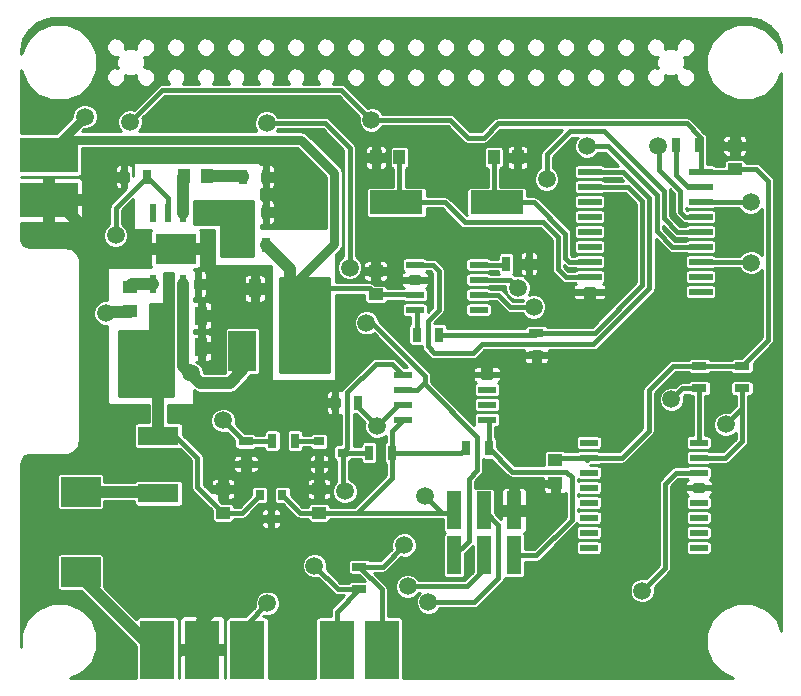
<source format=gbr>
G04 #@! TF.FileFunction,Copper,L1,Top,Signal*
%FSLAX46Y46*%
G04 Gerber Fmt 4.6, Leading zero omitted, Abs format (unit mm)*
G04 Created by KiCad (PCBNEW 4.0.6) date 04/20/18 14:54:16*
%MOMM*%
%LPD*%
G01*
G04 APERTURE LIST*
%ADD10C,0.100000*%
%ADD11R,1.250000X1.000000*%
%ADD12R,1.000000X1.600000*%
%ADD13R,1.000000X1.250000*%
%ADD14R,3.390000X2.500000*%
%ADD15R,3.500000X1.600000*%
%ADD16R,1.550000X0.600000*%
%ADD17R,3.510000X2.620000*%
%ADD18R,0.610000X1.600000*%
%ADD19R,1.500000X0.600000*%
%ADD20R,2.350000X3.400000*%
%ADD21R,0.900000X0.800000*%
%ADD22R,1.300000X0.700000*%
%ADD23R,0.700000X1.300000*%
%ADD24R,0.800000X0.900000*%
%ADD25R,2.000000X0.600000*%
%ADD26R,4.500000X2.000000*%
%ADD27R,3.000000X5.000000*%
%ADD28R,5.000000X3.000000*%
%ADD29R,1.270000X3.180000*%
%ADD30C,1.500000*%
%ADD31C,1.000000*%
%ADD32C,0.400000*%
%ADD33C,0.800000*%
%ADD34C,0.254000*%
G04 APERTURE END LIST*
D10*
D11*
X141868000Y-114488000D03*
X141868000Y-112488000D03*
X149996000Y-114488000D03*
X149996000Y-112488000D03*
D12*
X137040000Y-97790000D03*
X140040000Y-97790000D03*
X137040000Y-100490000D03*
X140040000Y-100490000D03*
D13*
X138540000Y-85990000D03*
X140540000Y-85990000D03*
D11*
X133980000Y-97400000D03*
X133980000Y-95400000D03*
D12*
X147540000Y-95490000D03*
X144540000Y-95490000D03*
D13*
X164800000Y-84400000D03*
X166800000Y-84400000D03*
X156800000Y-84400000D03*
X154800000Y-84400000D03*
D11*
X185200000Y-85400000D03*
X185200000Y-83400000D03*
X154800000Y-96000000D03*
X154800000Y-94000000D03*
X169990000Y-110010000D03*
X169990000Y-112010000D03*
D14*
X129800000Y-119510000D03*
X129800000Y-112690000D03*
D15*
X136400000Y-107960000D03*
X136400000Y-112840000D03*
D16*
X164200000Y-106605000D03*
X164200000Y-105335000D03*
X164200000Y-104065000D03*
X164200000Y-102795000D03*
X157100000Y-102795000D03*
X157100000Y-104065000D03*
X157100000Y-105335000D03*
X157100000Y-106605000D03*
D17*
X137860000Y-92120000D03*
D18*
X135955000Y-89120000D03*
X137225000Y-89120000D03*
X138495000Y-89120000D03*
X139765000Y-89120000D03*
X139765000Y-95120000D03*
X138495000Y-95120000D03*
X137225000Y-95120000D03*
X135955000Y-95120000D03*
D19*
X172850000Y-108555000D03*
X172850000Y-109825000D03*
X172850000Y-111095000D03*
X172850000Y-112365000D03*
X172850000Y-113635000D03*
X172850000Y-114905000D03*
X172850000Y-116175000D03*
X172850000Y-117445000D03*
X182150000Y-117445000D03*
X182150000Y-116175000D03*
X182150000Y-114905000D03*
X182150000Y-113635000D03*
X182150000Y-112365000D03*
X182150000Y-111095000D03*
X182150000Y-109825000D03*
X182150000Y-108555000D03*
D20*
X149565000Y-100790000D03*
X143515000Y-100790000D03*
D21*
X150000000Y-108450000D03*
X150000000Y-110350000D03*
X152000000Y-109400000D03*
D22*
X143800000Y-108450000D03*
X143800000Y-110350000D03*
D23*
X147950000Y-108400000D03*
X146050000Y-108400000D03*
X156150000Y-109400000D03*
X154250000Y-109400000D03*
X135390000Y-86040000D03*
X133490000Y-86040000D03*
X143590000Y-86040000D03*
X145490000Y-86040000D03*
X153270000Y-105160000D03*
X151370000Y-105160000D03*
X143590000Y-89040000D03*
X145490000Y-89040000D03*
X145490000Y-91790000D03*
X143590000Y-91790000D03*
X162450000Y-109000000D03*
X164350000Y-109000000D03*
X182160000Y-83310000D03*
X180260000Y-83310000D03*
D22*
X168400000Y-99250000D03*
X168400000Y-101150000D03*
D23*
X158250000Y-99400000D03*
X160150000Y-99400000D03*
X165850000Y-93400000D03*
X167750000Y-93400000D03*
D22*
X153400000Y-120950000D03*
X153400000Y-119050000D03*
X182200000Y-102050000D03*
X182200000Y-103950000D03*
X185800000Y-102050000D03*
X185800000Y-103950000D03*
D24*
X146882000Y-112996000D03*
X144982000Y-112996000D03*
X145932000Y-114996000D03*
D25*
X172900000Y-85620000D03*
X172900000Y-86890000D03*
X172900000Y-88160000D03*
X172900000Y-89430000D03*
X172900000Y-90700000D03*
X172900000Y-91970000D03*
X172900000Y-93240000D03*
X172900000Y-94510000D03*
X172900000Y-95780000D03*
X182300000Y-95780000D03*
X182300000Y-94510000D03*
X182300000Y-93240000D03*
X182300000Y-91970000D03*
X182300000Y-90700000D03*
X182300000Y-89430000D03*
X182300000Y-88160000D03*
X182300000Y-86890000D03*
X182300000Y-85620000D03*
D16*
X158100000Y-93495000D03*
X158100000Y-94765000D03*
X158100000Y-96035000D03*
X158100000Y-97305000D03*
X163500000Y-97305000D03*
X163500000Y-96035000D03*
X163500000Y-94765000D03*
X163500000Y-93495000D03*
D26*
X156550000Y-88200000D03*
X165050000Y-88200000D03*
D27*
X136300000Y-126100000D03*
X143900000Y-126100000D03*
D28*
X127100000Y-88000000D03*
D27*
X140100000Y-126100000D03*
X155300000Y-126100000D03*
X151500000Y-126100000D03*
D28*
X127100000Y-84200000D03*
D29*
X166500000Y-118100000D03*
X166500000Y-114290000D03*
X163960000Y-118100000D03*
X163960000Y-114290000D03*
X161420000Y-118100000D03*
X161420000Y-114290000D03*
D30*
X184700000Y-112300000D03*
X149000000Y-106000000D03*
X168400000Y-102900000D03*
X168900000Y-114300000D03*
X130760000Y-91030000D03*
X141710000Y-122010000D03*
X163270000Y-81390000D03*
X183410000Y-79690000D03*
X142920000Y-81460000D03*
X139140000Y-102690000D03*
X131940000Y-97590000D03*
X177360000Y-121080000D03*
X158950000Y-113070000D03*
X130170000Y-80940000D03*
X134000000Y-81400000D03*
X154420000Y-81250000D03*
X184440000Y-107010000D03*
X179820000Y-104890000D03*
X152590000Y-93730000D03*
X145550000Y-81500000D03*
X154900000Y-107150000D03*
X157500000Y-120730000D03*
X169260000Y-86250000D03*
X178690000Y-83470000D03*
X186580000Y-93310000D03*
X172670000Y-83460000D03*
X186540000Y-88210000D03*
X152190000Y-112680000D03*
X159260000Y-122040000D03*
X132770000Y-91010000D03*
X154000000Y-98400000D03*
X145620000Y-122150000D03*
X141880000Y-106670000D03*
X149600000Y-118970000D03*
X166850000Y-95440000D03*
X157200000Y-117230000D03*
X168170000Y-97050000D03*
D31*
X136400000Y-107960000D02*
X136400000Y-104200000D01*
X136400000Y-104200000D02*
X135000000Y-102800000D01*
D32*
X141868000Y-114488000D02*
X143490000Y-114488000D01*
X143490000Y-114488000D02*
X144982000Y-112996000D01*
X136400000Y-107960000D02*
X137820000Y-107960000D01*
X137820000Y-107960000D02*
X139700000Y-109840000D01*
X139700000Y-112320000D02*
X141868000Y-114488000D01*
X139700000Y-109840000D02*
X139700000Y-112320000D01*
X182150000Y-112365000D02*
X184635000Y-112365000D01*
X184635000Y-112365000D02*
X184700000Y-112300000D01*
X151370000Y-105160000D02*
X149840000Y-105160000D01*
X149840000Y-105160000D02*
X149000000Y-106000000D01*
X168400000Y-101150000D02*
X168400000Y-102900000D01*
X166500000Y-114290000D02*
X168890000Y-114290000D01*
X168890000Y-114290000D02*
X168900000Y-114300000D01*
D31*
X127100000Y-88000000D02*
X127730000Y-88000000D01*
X127730000Y-88000000D02*
X130760000Y-91030000D01*
X140100000Y-126100000D02*
X140100000Y-123620000D01*
X140100000Y-123620000D02*
X141710000Y-122010000D01*
D32*
X147950000Y-108400000D02*
X149950000Y-108400000D01*
X149950000Y-108400000D02*
X150000000Y-108450000D01*
D31*
X138495000Y-89120000D02*
X138495000Y-86035000D01*
X138495000Y-86035000D02*
X138540000Y-85990000D01*
X140540000Y-85990000D02*
X143540000Y-85990000D01*
X143540000Y-85990000D02*
X143590000Y-86040000D01*
X143515000Y-100790000D02*
X143515000Y-102415000D01*
X143515000Y-102415000D02*
X142440000Y-103490000D01*
X142440000Y-103490000D02*
X139940000Y-103490000D01*
X139940000Y-103490000D02*
X139140000Y-102690000D01*
X133980000Y-97500000D02*
X132030000Y-97500000D01*
X131940000Y-97590000D02*
X132030000Y-97500000D01*
X138495000Y-95120000D02*
X138495000Y-102045000D01*
X138495000Y-102045000D02*
X139140000Y-102690000D01*
X135955000Y-95120000D02*
X134160000Y-95120000D01*
X134160000Y-95120000D02*
X133980000Y-95300000D01*
X129800000Y-112690000D02*
X136250000Y-112690000D01*
X136250000Y-112690000D02*
X136400000Y-112840000D01*
X136300000Y-126100000D02*
X135990000Y-126100000D01*
X135990000Y-126100000D02*
X129800000Y-119910000D01*
D32*
X160570000Y-114488000D02*
X160368000Y-114488000D01*
X180205000Y-111095000D02*
X182150000Y-111095000D01*
X179280000Y-112020000D02*
X180205000Y-111095000D01*
X179280000Y-119160000D02*
X179280000Y-112020000D01*
X177360000Y-121080000D02*
X179280000Y-119160000D01*
X160368000Y-114488000D02*
X158950000Y-113070000D01*
X152750000Y-114488000D02*
X160570000Y-114488000D01*
X160570000Y-114488000D02*
X161222000Y-114488000D01*
X161222000Y-114488000D02*
X161420000Y-114290000D01*
X156150000Y-109400000D02*
X162050000Y-109400000D01*
X162050000Y-109400000D02*
X162450000Y-109000000D01*
X156150000Y-109400000D02*
X156150000Y-107555000D01*
X156150000Y-107555000D02*
X157100000Y-106605000D01*
X149996000Y-114488000D02*
X152750000Y-114488000D01*
X152750000Y-114488000D02*
X153182000Y-114488000D01*
X156150000Y-111520000D02*
X156150000Y-109400000D01*
X153182000Y-114488000D02*
X156150000Y-111520000D01*
X146882000Y-112996000D02*
X148374000Y-114488000D01*
X148374000Y-114488000D02*
X149996000Y-114488000D01*
D33*
X147540000Y-95490000D02*
X151300000Y-91730000D01*
X148440000Y-82900000D02*
X128400000Y-82900000D01*
X151300000Y-85760000D02*
X148440000Y-82900000D01*
X151300000Y-91730000D02*
X151300000Y-85760000D01*
X128400000Y-82900000D02*
X127100000Y-84200000D01*
D32*
X147540000Y-95490000D02*
X154290000Y-95490000D01*
X154290000Y-95490000D02*
X154800000Y-96000000D01*
D33*
X127100000Y-84200000D02*
X127100000Y-84010000D01*
X127100000Y-84010000D02*
X130170000Y-80940000D01*
D32*
X154800000Y-96000000D02*
X158065000Y-96000000D01*
X158065000Y-96000000D02*
X158100000Y-96035000D01*
D31*
X147540000Y-95490000D02*
X147540000Y-93840000D01*
X147540000Y-93840000D02*
X145490000Y-91790000D01*
D32*
X165050000Y-88200000D02*
X168180000Y-88200000D01*
X171190000Y-93240000D02*
X172900000Y-93240000D01*
X170830000Y-92880000D02*
X171190000Y-93240000D01*
X170830000Y-90850000D02*
X170830000Y-92880000D01*
X168180000Y-88200000D02*
X170830000Y-90850000D01*
X164800000Y-84400000D02*
X164800000Y-87950000D01*
X164800000Y-87950000D02*
X165050000Y-88200000D01*
X156550000Y-88200000D02*
X160640000Y-88200000D01*
X170870000Y-94510000D02*
X172900000Y-94510000D01*
X170220000Y-93860000D02*
X170870000Y-94510000D01*
X170220000Y-91150000D02*
X170220000Y-93860000D01*
X168950000Y-89880000D02*
X170220000Y-91150000D01*
X162320000Y-89880000D02*
X168950000Y-89880000D01*
X160640000Y-88200000D02*
X162320000Y-89880000D01*
X156800000Y-84400000D02*
X156800000Y-87950000D01*
X156800000Y-87950000D02*
X156550000Y-88200000D01*
X151870000Y-78700000D02*
X154420000Y-81250000D01*
X136700000Y-78700000D02*
X151870000Y-78700000D01*
X134000000Y-81400000D02*
X136700000Y-78700000D01*
X169990000Y-110010000D02*
X170175000Y-109825000D01*
X170175000Y-109825000D02*
X172850000Y-109825000D01*
X182170000Y-82590000D02*
X181110000Y-81530000D01*
X161110000Y-81250000D02*
X154420000Y-81250000D01*
X162590000Y-82730000D02*
X161110000Y-81250000D01*
X163920000Y-82730000D02*
X162590000Y-82730000D01*
X165120000Y-81530000D02*
X163920000Y-82730000D01*
X181110000Y-81530000D02*
X165120000Y-81530000D01*
X185800000Y-102050000D02*
X188000000Y-99850000D01*
X187020000Y-85400000D02*
X185200000Y-85400000D01*
X188000000Y-86380000D02*
X187020000Y-85400000D01*
X188000000Y-99850000D02*
X188000000Y-86380000D01*
X182200000Y-102050000D02*
X185800000Y-102050000D01*
X172850000Y-109825000D02*
X175605000Y-109825000D01*
X179980000Y-102050000D02*
X182200000Y-102050000D01*
X177900000Y-104130000D02*
X179980000Y-102050000D01*
X177900000Y-107530000D02*
X177900000Y-104130000D01*
X175605000Y-109825000D02*
X177900000Y-107530000D01*
X182300000Y-85620000D02*
X182300000Y-82750000D01*
X182300000Y-82750000D02*
X182150000Y-82600000D01*
X182300000Y-85620000D02*
X184980000Y-85620000D01*
X184980000Y-85620000D02*
X185200000Y-85400000D01*
X172675000Y-110000000D02*
X172850000Y-109825000D01*
X185790000Y-105340000D02*
X185800000Y-105340000D01*
X185800000Y-105350000D02*
X185790000Y-105340000D01*
X185800000Y-105650000D02*
X185800000Y-105350000D01*
X184440000Y-107010000D02*
X185800000Y-105650000D01*
X182150000Y-109825000D02*
X184405000Y-109825000D01*
X185800000Y-108430000D02*
X185800000Y-105340000D01*
X185800000Y-105340000D02*
X185800000Y-103950000D01*
X184405000Y-109825000D02*
X185800000Y-108430000D01*
X179820000Y-104890000D02*
X180760000Y-103950000D01*
X180760000Y-103950000D02*
X182200000Y-103950000D01*
X182150000Y-108555000D02*
X182150000Y-104000000D01*
X182150000Y-104000000D02*
X182200000Y-103950000D01*
X152590000Y-88540000D02*
X152590000Y-83580000D01*
X152590000Y-93730000D02*
X152590000Y-88540000D01*
X150510000Y-81500000D02*
X145550000Y-81500000D01*
X152590000Y-83580000D02*
X150510000Y-81500000D01*
X157100000Y-105335000D02*
X156715000Y-105335000D01*
X156715000Y-105335000D02*
X154900000Y-107150000D01*
X154900000Y-107150000D02*
X153290000Y-105540000D01*
X163960000Y-118100000D02*
X163960000Y-119270000D01*
X163960000Y-119270000D02*
X162500000Y-120730000D01*
X162500000Y-120730000D02*
X157500000Y-120730000D01*
X157085000Y-105350000D02*
X157100000Y-105335000D01*
X180310000Y-90700000D02*
X182300000Y-90700000D01*
X179170004Y-89560004D02*
X180310000Y-90700000D01*
X179170004Y-87220004D02*
X179170004Y-89560004D01*
X174150000Y-82200000D02*
X179170004Y-87220004D01*
X171210000Y-82200000D02*
X174150000Y-82200000D01*
X169260000Y-84150000D02*
X171210000Y-82200000D01*
X169260000Y-86250000D02*
X169260000Y-84150000D01*
X180990000Y-89430000D02*
X182300000Y-89430000D01*
X180580000Y-89020000D02*
X180990000Y-89430000D01*
X180580000Y-87270000D02*
X180580000Y-89020000D01*
X178770000Y-85460000D02*
X180580000Y-87270000D01*
X178790000Y-83570000D02*
X178770000Y-85460000D01*
X178690000Y-83470000D02*
X178790000Y-83570000D01*
X186510000Y-93240000D02*
X186580000Y-93310000D01*
X182300000Y-93240000D02*
X186510000Y-93240000D01*
X179890000Y-91970000D02*
X182300000Y-91970000D01*
X178570002Y-90650002D02*
X179890000Y-91970000D01*
X178570002Y-87580002D02*
X178570002Y-90650002D01*
X174450000Y-83460000D02*
X178570002Y-87580002D01*
X172670000Y-83460000D02*
X174450000Y-83460000D01*
X182300000Y-88160000D02*
X186490000Y-88160000D01*
X186490000Y-88160000D02*
X186540000Y-88210000D01*
X166500000Y-118100000D02*
X168400000Y-118100000D01*
X166350000Y-111000000D02*
X164350000Y-109000000D01*
X170900000Y-111000000D02*
X166350000Y-111000000D01*
X171400000Y-111500000D02*
X170900000Y-111000000D01*
X171400000Y-115100000D02*
X171400000Y-111500000D01*
X168400000Y-118100000D02*
X171400000Y-115100000D01*
X164350000Y-109000000D02*
X164350000Y-106755000D01*
X164350000Y-106755000D02*
X164200000Y-106605000D01*
X163960000Y-114290000D02*
X165180000Y-115510000D01*
X152000000Y-112490000D02*
X152000000Y-109400000D01*
X152190000Y-112680000D02*
X152000000Y-112490000D01*
X163140000Y-122040000D02*
X159260000Y-122040000D01*
X165180000Y-120000000D02*
X163140000Y-122040000D01*
X165180000Y-115510000D02*
X165180000Y-120000000D01*
X152000000Y-109400000D02*
X152400000Y-109000000D01*
X152400000Y-109000000D02*
X152400000Y-104300000D01*
X156205000Y-101900000D02*
X157100000Y-102795000D01*
X154800000Y-101900000D02*
X156205000Y-101900000D01*
X152400000Y-104300000D02*
X154800000Y-101900000D01*
X152000000Y-109400000D02*
X154250000Y-109400000D01*
X158950000Y-102890000D02*
X154460000Y-98400000D01*
X132770000Y-88660000D02*
X132770000Y-91010000D01*
X158950000Y-103440000D02*
X158950000Y-102890000D01*
X132770000Y-88660000D02*
X135390000Y-86040000D01*
X154460000Y-98400000D02*
X154000000Y-98400000D01*
X159210000Y-103880000D02*
X158950000Y-103620000D01*
X159210000Y-103880000D02*
X163370000Y-108040000D01*
X163370000Y-108040000D02*
X163370000Y-110900000D01*
X163370000Y-110900000D02*
X162680000Y-111590000D01*
X162680000Y-111590000D02*
X162680000Y-116840000D01*
X161420000Y-118100000D02*
X162680000Y-116840000D01*
X158950000Y-103620000D02*
X158950000Y-103440000D01*
X158325000Y-104065000D02*
X157100000Y-104065000D01*
X158950000Y-103440000D02*
X158325000Y-104065000D01*
X137225000Y-89120000D02*
X137225000Y-87875000D01*
X137225000Y-87875000D02*
X135390000Y-86040000D01*
X143900000Y-126100000D02*
X143900000Y-123870000D01*
X143900000Y-123870000D02*
X145620000Y-122150000D01*
X141880000Y-106670000D02*
X143660000Y-108450000D01*
X143660000Y-108450000D02*
X143800000Y-108450000D01*
X143800000Y-108450000D02*
X146000000Y-108450000D01*
X146000000Y-108450000D02*
X146050000Y-108400000D01*
X180250000Y-83320000D02*
X180250000Y-85890000D01*
X181250000Y-86890000D02*
X180250000Y-85890000D01*
X181250000Y-86890000D02*
X182300000Y-86890000D01*
X180250000Y-83320000D02*
X180260000Y-83310000D01*
X168400000Y-99250000D02*
X173320000Y-99250000D01*
X176160000Y-86890000D02*
X172900000Y-86890000D01*
X177360000Y-88090000D02*
X176160000Y-86890000D01*
X177360000Y-95210000D02*
X177360000Y-88090000D01*
X173320000Y-99250000D02*
X177360000Y-95210000D01*
X160150000Y-99400000D02*
X168250000Y-99400000D01*
X168250000Y-99400000D02*
X168400000Y-99250000D01*
X158250000Y-99400000D02*
X158250000Y-97455000D01*
X158250000Y-97455000D02*
X158100000Y-97305000D01*
X163500000Y-93495000D02*
X165755000Y-93495000D01*
X165755000Y-93495000D02*
X165850000Y-93400000D01*
X163500000Y-94765000D02*
X166175000Y-94765000D01*
X151580000Y-120950000D02*
X153400000Y-120950000D01*
X149600000Y-118970000D02*
X151580000Y-120950000D01*
X166175000Y-94765000D02*
X166850000Y-95440000D01*
X151500000Y-126100000D02*
X151500000Y-122850000D01*
X151500000Y-122850000D02*
X153400000Y-120950000D01*
X163500000Y-96035000D02*
X165165000Y-96035000D01*
X155380000Y-119050000D02*
X153400000Y-119050000D01*
X157200000Y-117230000D02*
X155380000Y-119050000D01*
X166180000Y-97050000D02*
X168170000Y-97050000D01*
X165165000Y-96035000D02*
X166180000Y-97050000D01*
X155300000Y-126100000D02*
X155300000Y-120950000D01*
X155300000Y-120950000D02*
X153400000Y-119050000D01*
X158100000Y-93495000D02*
X159605000Y-93495000D01*
X175738530Y-85620000D02*
X172900000Y-85620000D01*
X177970000Y-87851470D02*
X175738530Y-85620000D01*
X177970000Y-95480000D02*
X177970000Y-87851470D01*
X173230000Y-100220000D02*
X177970000Y-95480000D01*
X163760000Y-100220000D02*
X173230000Y-100220000D01*
X163000000Y-100980000D02*
X163760000Y-100220000D01*
X159770000Y-100980000D02*
X163000000Y-100980000D01*
X159200000Y-100410000D02*
X159770000Y-100980000D01*
X159200000Y-98240000D02*
X159200000Y-100410000D01*
X160120000Y-97320000D02*
X159200000Y-98240000D01*
X160120000Y-94010000D02*
X160120000Y-97320000D01*
X159605000Y-93495000D02*
X160120000Y-94010000D01*
D34*
G36*
X150813000Y-102563000D02*
X146667000Y-102563000D01*
X146667000Y-94617000D01*
X150813000Y-94617000D01*
X150813000Y-102563000D01*
X150813000Y-102563000D01*
G37*
X150813000Y-102563000D02*
X146667000Y-102563000D01*
X146667000Y-94617000D01*
X150813000Y-94617000D01*
X150813000Y-102563000D01*
G36*
X137613000Y-104563262D02*
X133027000Y-104572737D01*
X133027000Y-99126520D01*
X135540481Y-99116999D01*
X135589853Y-99106806D01*
X135631369Y-99078208D01*
X135658489Y-99035711D01*
X135667000Y-98990000D01*
X135667000Y-96817000D01*
X136740000Y-96817000D01*
X136789410Y-96806994D01*
X136831035Y-96778553D01*
X136858315Y-96736159D01*
X136867000Y-96690000D01*
X136867000Y-94217000D01*
X137613000Y-94217000D01*
X137613000Y-104563262D01*
X137613000Y-104563262D01*
G37*
X137613000Y-104563262D02*
X133027000Y-104572737D01*
X133027000Y-99126520D01*
X135540481Y-99116999D01*
X135589853Y-99106806D01*
X135631369Y-99078208D01*
X135658489Y-99035711D01*
X135667000Y-98990000D01*
X135667000Y-96817000D01*
X136740000Y-96817000D01*
X136789410Y-96806994D01*
X136831035Y-96778553D01*
X136858315Y-96736159D01*
X136867000Y-96690000D01*
X136867000Y-94217000D01*
X137613000Y-94217000D01*
X137613000Y-104563262D01*
G36*
X144413000Y-92763000D02*
X141667000Y-92763000D01*
X141667000Y-90190000D01*
X141656994Y-90140590D01*
X141628553Y-90098965D01*
X141586159Y-90071685D01*
X141540000Y-90063000D01*
X139367000Y-90063000D01*
X139367000Y-88117000D01*
X144413000Y-88117000D01*
X144413000Y-92763000D01*
X144413000Y-92763000D01*
G37*
X144413000Y-92763000D02*
X141667000Y-92763000D01*
X141667000Y-90190000D01*
X141656994Y-90140590D01*
X141628553Y-90098965D01*
X141586159Y-90071685D01*
X141540000Y-90063000D01*
X139367000Y-90063000D01*
X139367000Y-88117000D01*
X144413000Y-88117000D01*
X144413000Y-92763000D01*
G36*
X187353461Y-72786492D02*
X188157016Y-73250630D01*
X188751757Y-73960230D01*
X189073389Y-74844806D01*
X189114100Y-75305819D01*
X189114100Y-75450536D01*
X188727313Y-74514439D01*
X187820336Y-73605877D01*
X186634706Y-73113561D01*
X185350926Y-73112441D01*
X184164439Y-73602687D01*
X183255877Y-74509664D01*
X182763561Y-75695294D01*
X182762441Y-76979074D01*
X183252687Y-78165561D01*
X184159664Y-79074123D01*
X185345294Y-79566439D01*
X186629074Y-79567559D01*
X187815561Y-79077313D01*
X188724123Y-78170336D01*
X189114100Y-77231166D01*
X189114100Y-124460536D01*
X188727313Y-123524439D01*
X187820336Y-122615877D01*
X186634706Y-122123561D01*
X185350926Y-122122441D01*
X184164439Y-122612687D01*
X183255877Y-123519664D01*
X182763561Y-124705294D01*
X182762441Y-125989074D01*
X183252687Y-127175561D01*
X184159664Y-128084123D01*
X185080772Y-128466600D01*
X157133406Y-128466600D01*
X157133406Y-123600000D01*
X157110605Y-123478821D01*
X157038988Y-123367526D01*
X156929714Y-123292862D01*
X156800000Y-123266594D01*
X155827000Y-123266594D01*
X155827000Y-120950000D01*
X155786885Y-120748326D01*
X155672645Y-120577355D01*
X154672290Y-119577000D01*
X155380000Y-119577000D01*
X155581675Y-119536885D01*
X155752645Y-119422645D01*
X156902616Y-118272674D01*
X156984832Y-118306813D01*
X157413289Y-118307187D01*
X157809275Y-118143569D01*
X158112504Y-117840868D01*
X158276813Y-117445168D01*
X158277187Y-117016711D01*
X158113569Y-116620725D01*
X157810868Y-116317496D01*
X157415168Y-116153187D01*
X156986711Y-116152813D01*
X156590725Y-116316431D01*
X156287496Y-116619132D01*
X156123187Y-117014832D01*
X156122813Y-117443289D01*
X156157492Y-117527218D01*
X155161710Y-118523000D01*
X154324685Y-118523000D01*
X154288988Y-118467526D01*
X154179714Y-118392862D01*
X154050000Y-118366594D01*
X152750000Y-118366594D01*
X152628821Y-118389395D01*
X152517526Y-118461012D01*
X152442862Y-118570286D01*
X152416594Y-118700000D01*
X152416594Y-119400000D01*
X152439395Y-119521179D01*
X152511012Y-119632474D01*
X152620286Y-119707138D01*
X152750000Y-119733406D01*
X153338116Y-119733406D01*
X153871304Y-120266594D01*
X152750000Y-120266594D01*
X152628821Y-120289395D01*
X152517526Y-120361012D01*
X152475171Y-120423000D01*
X151798290Y-120423000D01*
X150642674Y-119267384D01*
X150676813Y-119185168D01*
X150677187Y-118756711D01*
X150513569Y-118360725D01*
X150210868Y-118057496D01*
X149815168Y-117893187D01*
X149386711Y-117892813D01*
X148990725Y-118056431D01*
X148687496Y-118359132D01*
X148523187Y-118754832D01*
X148522813Y-119183289D01*
X148686431Y-119579275D01*
X148989132Y-119882504D01*
X149384832Y-120046813D01*
X149813289Y-120047187D01*
X149897218Y-120012508D01*
X151207355Y-121322645D01*
X151378325Y-121436885D01*
X151580000Y-121477000D01*
X152127710Y-121477000D01*
X151127355Y-122477355D01*
X151013115Y-122648325D01*
X151013115Y-122648326D01*
X150973000Y-122850000D01*
X150973000Y-123266594D01*
X150000000Y-123266594D01*
X149878821Y-123289395D01*
X149767526Y-123361012D01*
X149692862Y-123470286D01*
X149666594Y-123600000D01*
X149666594Y-128466600D01*
X145733406Y-128466600D01*
X145733406Y-123600000D01*
X145710605Y-123478821D01*
X145638988Y-123367526D01*
X145529714Y-123292862D01*
X145400000Y-123266594D01*
X145248697Y-123266594D01*
X145322616Y-123192674D01*
X145404832Y-123226813D01*
X145833289Y-123227187D01*
X146229275Y-123063569D01*
X146532504Y-122760868D01*
X146696813Y-122365168D01*
X146697187Y-121936711D01*
X146533569Y-121540725D01*
X146230868Y-121237496D01*
X145835168Y-121073187D01*
X145406711Y-121072813D01*
X145010725Y-121236431D01*
X144707496Y-121539132D01*
X144543187Y-121934832D01*
X144542813Y-122363289D01*
X144577492Y-122447218D01*
X143758116Y-123266594D01*
X142400000Y-123266594D01*
X142278821Y-123289395D01*
X142167526Y-123361012D01*
X142092862Y-123470286D01*
X142066594Y-123600000D01*
X142066594Y-128466600D01*
X142027000Y-128466600D01*
X142027000Y-126579750D01*
X141920250Y-126473000D01*
X140473000Y-126473000D01*
X140473000Y-126493000D01*
X139727000Y-126493000D01*
X139727000Y-126473000D01*
X138279750Y-126473000D01*
X138173000Y-126579750D01*
X138173000Y-128466600D01*
X138133406Y-128466600D01*
X138133406Y-123600000D01*
X138117425Y-123515064D01*
X138173000Y-123515064D01*
X138173000Y-125620250D01*
X138279750Y-125727000D01*
X139727000Y-125727000D01*
X139727000Y-123279750D01*
X140473000Y-123279750D01*
X140473000Y-125727000D01*
X141920250Y-125727000D01*
X142027000Y-125620250D01*
X142027000Y-123515064D01*
X141961993Y-123358124D01*
X141841876Y-123238007D01*
X141684935Y-123173000D01*
X140579750Y-123173000D01*
X140473000Y-123279750D01*
X139727000Y-123279750D01*
X139620250Y-123173000D01*
X138515065Y-123173000D01*
X138358124Y-123238007D01*
X138238007Y-123358124D01*
X138173000Y-123515064D01*
X138117425Y-123515064D01*
X138110605Y-123478821D01*
X138038988Y-123367526D01*
X137929714Y-123292862D01*
X137800000Y-123266594D01*
X134800000Y-123266594D01*
X134678821Y-123289395D01*
X134567526Y-123361012D01*
X134507872Y-123448318D01*
X131826915Y-120767361D01*
X131828406Y-120760000D01*
X131828406Y-118260000D01*
X131805605Y-118138821D01*
X131733988Y-118027526D01*
X131624714Y-117952862D01*
X131495000Y-117926594D01*
X128105000Y-117926594D01*
X127983821Y-117949395D01*
X127872526Y-118021012D01*
X127797862Y-118130286D01*
X127771594Y-118260000D01*
X127771594Y-120760000D01*
X127794395Y-120881179D01*
X127866012Y-120992474D01*
X127975286Y-121067138D01*
X128105000Y-121093406D01*
X129813852Y-121093406D01*
X134466594Y-125746148D01*
X134466594Y-128466600D01*
X128883414Y-128466600D01*
X129825561Y-128077313D01*
X130734123Y-127170336D01*
X131226439Y-125984706D01*
X131227559Y-124700926D01*
X130737313Y-123514439D01*
X129830336Y-122605877D01*
X128644706Y-122113561D01*
X127360926Y-122112441D01*
X126174439Y-122602687D01*
X125265877Y-123509664D01*
X124773561Y-124695294D01*
X124772571Y-125829935D01*
X124768100Y-125778851D01*
X124768100Y-115327750D01*
X145105000Y-115327750D01*
X145105000Y-115530935D01*
X145170007Y-115687876D01*
X145290124Y-115807993D01*
X145447064Y-115873000D01*
X145625250Y-115873000D01*
X145732000Y-115766250D01*
X145732000Y-115221000D01*
X146132000Y-115221000D01*
X146132000Y-115766250D01*
X146238750Y-115873000D01*
X146416936Y-115873000D01*
X146573876Y-115807993D01*
X146693993Y-115687876D01*
X146759000Y-115530935D01*
X146759000Y-115327750D01*
X146652250Y-115221000D01*
X146132000Y-115221000D01*
X145732000Y-115221000D01*
X145211750Y-115221000D01*
X145105000Y-115327750D01*
X124768100Y-115327750D01*
X124768100Y-111440000D01*
X127771594Y-111440000D01*
X127771594Y-113940000D01*
X127794395Y-114061179D01*
X127866012Y-114172474D01*
X127975286Y-114247138D01*
X128105000Y-114273406D01*
X131495000Y-114273406D01*
X131616179Y-114250605D01*
X131727474Y-114178988D01*
X131802138Y-114069714D01*
X131828406Y-113940000D01*
X131828406Y-113517000D01*
X134316594Y-113517000D01*
X134316594Y-113640000D01*
X134339395Y-113761179D01*
X134411012Y-113872474D01*
X134520286Y-113947138D01*
X134650000Y-113973406D01*
X138150000Y-113973406D01*
X138271179Y-113950605D01*
X138382474Y-113878988D01*
X138457138Y-113769714D01*
X138483406Y-113640000D01*
X138483406Y-112040000D01*
X138460605Y-111918821D01*
X138388988Y-111807526D01*
X138279714Y-111732862D01*
X138150000Y-111706594D01*
X134650000Y-111706594D01*
X134528821Y-111729395D01*
X134417526Y-111801012D01*
X134375171Y-111863000D01*
X131828406Y-111863000D01*
X131828406Y-111440000D01*
X131805605Y-111318821D01*
X131733988Y-111207526D01*
X131624714Y-111132862D01*
X131495000Y-111106594D01*
X128105000Y-111106594D01*
X127983821Y-111129395D01*
X127872526Y-111201012D01*
X127797862Y-111310286D01*
X127771594Y-111440000D01*
X124768100Y-111440000D01*
X124768100Y-110322417D01*
X124813471Y-110065089D01*
X124929491Y-109864174D01*
X125107237Y-109715084D01*
X125338444Y-109630854D01*
X125455829Y-109620600D01*
X128439100Y-109620600D01*
X128455380Y-109617362D01*
X128471877Y-109619172D01*
X128636877Y-109604772D01*
X128684228Y-109590982D01*
X128732983Y-109583486D01*
X129044982Y-109469986D01*
X129101149Y-109435916D01*
X129158731Y-109404247D01*
X129410731Y-109192347D01*
X129451496Y-109141447D01*
X129494509Y-109092443D01*
X129659509Y-108806943D01*
X129680619Y-108744844D01*
X129704378Y-108683733D01*
X129762378Y-108354633D01*
X129761655Y-108321604D01*
X129768100Y-108289200D01*
X129768100Y-97803289D01*
X130862813Y-97803289D01*
X131026431Y-98199275D01*
X131329132Y-98502504D01*
X131724832Y-98666813D01*
X132073000Y-98667117D01*
X132073000Y-105200000D01*
X132083006Y-105249410D01*
X132111447Y-105291035D01*
X132153841Y-105318315D01*
X132200000Y-105327000D01*
X135573000Y-105327000D01*
X135573000Y-106826594D01*
X134650000Y-106826594D01*
X134528821Y-106849395D01*
X134417526Y-106921012D01*
X134342862Y-107030286D01*
X134316594Y-107160000D01*
X134316594Y-108760000D01*
X134339395Y-108881179D01*
X134411012Y-108992474D01*
X134520286Y-109067138D01*
X134650000Y-109093406D01*
X138150000Y-109093406D01*
X138198912Y-109084203D01*
X139173000Y-110058291D01*
X139173000Y-112320000D01*
X139213115Y-112521675D01*
X139327355Y-112692645D01*
X140909594Y-114274884D01*
X140909594Y-114988000D01*
X140932395Y-115109179D01*
X141004012Y-115220474D01*
X141113286Y-115295138D01*
X141243000Y-115321406D01*
X142493000Y-115321406D01*
X142614179Y-115298605D01*
X142725474Y-115226988D01*
X142800138Y-115117714D01*
X142820938Y-115015000D01*
X143490000Y-115015000D01*
X143691675Y-114974885D01*
X143862645Y-114860645D01*
X144262225Y-114461065D01*
X145105000Y-114461065D01*
X145105000Y-114664250D01*
X145211750Y-114771000D01*
X145732000Y-114771000D01*
X145732000Y-114225750D01*
X146132000Y-114225750D01*
X146132000Y-114771000D01*
X146652250Y-114771000D01*
X146759000Y-114664250D01*
X146759000Y-114461065D01*
X146693993Y-114304124D01*
X146573876Y-114184007D01*
X146416936Y-114119000D01*
X146238750Y-114119000D01*
X146132000Y-114225750D01*
X145732000Y-114225750D01*
X145625250Y-114119000D01*
X145447064Y-114119000D01*
X145290124Y-114184007D01*
X145170007Y-114304124D01*
X145105000Y-114461065D01*
X144262225Y-114461065D01*
X144943885Y-113779406D01*
X145382000Y-113779406D01*
X145503179Y-113756605D01*
X145614474Y-113684988D01*
X145689138Y-113575714D01*
X145715406Y-113446000D01*
X145715406Y-112546000D01*
X145692605Y-112424821D01*
X145620988Y-112313526D01*
X145511714Y-112238862D01*
X145382000Y-112212594D01*
X144582000Y-112212594D01*
X144460821Y-112235395D01*
X144349526Y-112307012D01*
X144274862Y-112416286D01*
X144248594Y-112546000D01*
X144248594Y-112984115D01*
X143271710Y-113961000D01*
X142821326Y-113961000D01*
X142803605Y-113866821D01*
X142731988Y-113755526D01*
X142622714Y-113680862D01*
X142493000Y-113654594D01*
X141779884Y-113654594D01*
X141494520Y-113369230D01*
X141555500Y-113308250D01*
X141555500Y-112738000D01*
X142180500Y-112738000D01*
X142180500Y-113308250D01*
X142287250Y-113415000D01*
X142577936Y-113415000D01*
X142734876Y-113349993D01*
X142854993Y-113229876D01*
X142920000Y-113072935D01*
X142920000Y-112844750D01*
X142813250Y-112738000D01*
X142180500Y-112738000D01*
X141555500Y-112738000D01*
X140922750Y-112738000D01*
X140893020Y-112767730D01*
X140227000Y-112101710D01*
X140227000Y-111903065D01*
X140816000Y-111903065D01*
X140816000Y-112131250D01*
X140922750Y-112238000D01*
X141555500Y-112238000D01*
X141555500Y-111667750D01*
X142180500Y-111667750D01*
X142180500Y-112238000D01*
X142813250Y-112238000D01*
X142920000Y-112131250D01*
X142920000Y-111903065D01*
X148944000Y-111903065D01*
X148944000Y-112131250D01*
X149050750Y-112238000D01*
X149683500Y-112238000D01*
X149683500Y-111667750D01*
X150308500Y-111667750D01*
X150308500Y-112238000D01*
X150941250Y-112238000D01*
X151048000Y-112131250D01*
X151048000Y-111903065D01*
X150982993Y-111746124D01*
X150862876Y-111626007D01*
X150705936Y-111561000D01*
X150415250Y-111561000D01*
X150308500Y-111667750D01*
X149683500Y-111667750D01*
X149576750Y-111561000D01*
X149286064Y-111561000D01*
X149129124Y-111626007D01*
X149009007Y-111746124D01*
X148944000Y-111903065D01*
X142920000Y-111903065D01*
X142854993Y-111746124D01*
X142734876Y-111626007D01*
X142577936Y-111561000D01*
X142287250Y-111561000D01*
X142180500Y-111667750D01*
X141555500Y-111667750D01*
X141448750Y-111561000D01*
X141158064Y-111561000D01*
X141001124Y-111626007D01*
X140881007Y-111746124D01*
X140816000Y-111903065D01*
X140227000Y-111903065D01*
X140227000Y-110631750D01*
X142723000Y-110631750D01*
X142723000Y-110784935D01*
X142788007Y-110941876D01*
X142908124Y-111061993D01*
X143065064Y-111127000D01*
X143368250Y-111127000D01*
X143475000Y-111020250D01*
X143475000Y-110525000D01*
X144125000Y-110525000D01*
X144125000Y-111020250D01*
X144231750Y-111127000D01*
X144534936Y-111127000D01*
X144691876Y-111061993D01*
X144811993Y-110941876D01*
X144877000Y-110784935D01*
X144877000Y-110656750D01*
X149123000Y-110656750D01*
X149123000Y-110834936D01*
X149188007Y-110991876D01*
X149308124Y-111111993D01*
X149465065Y-111177000D01*
X149668250Y-111177000D01*
X149775000Y-111070250D01*
X149775000Y-110550000D01*
X150225000Y-110550000D01*
X150225000Y-111070250D01*
X150331750Y-111177000D01*
X150534935Y-111177000D01*
X150691876Y-111111993D01*
X150811993Y-110991876D01*
X150877000Y-110834936D01*
X150877000Y-110656750D01*
X150770250Y-110550000D01*
X150225000Y-110550000D01*
X149775000Y-110550000D01*
X149229750Y-110550000D01*
X149123000Y-110656750D01*
X144877000Y-110656750D01*
X144877000Y-110631750D01*
X144770250Y-110525000D01*
X144125000Y-110525000D01*
X143475000Y-110525000D01*
X142829750Y-110525000D01*
X142723000Y-110631750D01*
X140227000Y-110631750D01*
X140227000Y-109915065D01*
X142723000Y-109915065D01*
X142723000Y-110068250D01*
X142829750Y-110175000D01*
X143475000Y-110175000D01*
X143475000Y-109679750D01*
X144125000Y-109679750D01*
X144125000Y-110175000D01*
X144770250Y-110175000D01*
X144877000Y-110068250D01*
X144877000Y-109915065D01*
X144856289Y-109865064D01*
X149123000Y-109865064D01*
X149123000Y-110043250D01*
X149229750Y-110150000D01*
X149775000Y-110150000D01*
X149775000Y-109629750D01*
X150225000Y-109629750D01*
X150225000Y-110150000D01*
X150770250Y-110150000D01*
X150877000Y-110043250D01*
X150877000Y-109865064D01*
X150811993Y-109708124D01*
X150691876Y-109588007D01*
X150534935Y-109523000D01*
X150331750Y-109523000D01*
X150225000Y-109629750D01*
X149775000Y-109629750D01*
X149668250Y-109523000D01*
X149465065Y-109523000D01*
X149308124Y-109588007D01*
X149188007Y-109708124D01*
X149123000Y-109865064D01*
X144856289Y-109865064D01*
X144811993Y-109758124D01*
X144691876Y-109638007D01*
X144534936Y-109573000D01*
X144231750Y-109573000D01*
X144125000Y-109679750D01*
X143475000Y-109679750D01*
X143368250Y-109573000D01*
X143065064Y-109573000D01*
X142908124Y-109638007D01*
X142788007Y-109758124D01*
X142723000Y-109915065D01*
X140227000Y-109915065D01*
X140227000Y-109840000D01*
X140186885Y-109638326D01*
X140146727Y-109578226D01*
X140072645Y-109467354D01*
X138483406Y-107878116D01*
X138483406Y-107160000D01*
X138460605Y-107038821D01*
X138388988Y-106927526D01*
X138324246Y-106883289D01*
X140802813Y-106883289D01*
X140966431Y-107279275D01*
X141269132Y-107582504D01*
X141664832Y-107746813D01*
X142093289Y-107747187D01*
X142177218Y-107712508D01*
X142816594Y-108351884D01*
X142816594Y-108800000D01*
X142839395Y-108921179D01*
X142911012Y-109032474D01*
X143020286Y-109107138D01*
X143150000Y-109133406D01*
X144450000Y-109133406D01*
X144571179Y-109110605D01*
X144682474Y-109038988D01*
X144724829Y-108977000D01*
X145366594Y-108977000D01*
X145366594Y-109050000D01*
X145389395Y-109171179D01*
X145461012Y-109282474D01*
X145570286Y-109357138D01*
X145700000Y-109383406D01*
X146400000Y-109383406D01*
X146521179Y-109360605D01*
X146632474Y-109288988D01*
X146707138Y-109179714D01*
X146733406Y-109050000D01*
X146733406Y-107750000D01*
X147266594Y-107750000D01*
X147266594Y-109050000D01*
X147289395Y-109171179D01*
X147361012Y-109282474D01*
X147470286Y-109357138D01*
X147600000Y-109383406D01*
X148300000Y-109383406D01*
X148421179Y-109360605D01*
X148532474Y-109288988D01*
X148607138Y-109179714D01*
X148633406Y-109050000D01*
X148633406Y-108927000D01*
X149231082Y-108927000D01*
X149239395Y-108971179D01*
X149311012Y-109082474D01*
X149420286Y-109157138D01*
X149550000Y-109183406D01*
X150450000Y-109183406D01*
X150571179Y-109160605D01*
X150682474Y-109088988D01*
X150757138Y-108979714D01*
X150783406Y-108850000D01*
X150783406Y-108050000D01*
X150760605Y-107928821D01*
X150688988Y-107817526D01*
X150579714Y-107742862D01*
X150450000Y-107716594D01*
X149550000Y-107716594D01*
X149428821Y-107739395D01*
X149317526Y-107811012D01*
X149275171Y-107873000D01*
X148633406Y-107873000D01*
X148633406Y-107750000D01*
X148610605Y-107628821D01*
X148538988Y-107517526D01*
X148429714Y-107442862D01*
X148300000Y-107416594D01*
X147600000Y-107416594D01*
X147478821Y-107439395D01*
X147367526Y-107511012D01*
X147292862Y-107620286D01*
X147266594Y-107750000D01*
X146733406Y-107750000D01*
X146710605Y-107628821D01*
X146638988Y-107517526D01*
X146529714Y-107442862D01*
X146400000Y-107416594D01*
X145700000Y-107416594D01*
X145578821Y-107439395D01*
X145467526Y-107511012D01*
X145392862Y-107620286D01*
X145366594Y-107750000D01*
X145366594Y-107923000D01*
X144724685Y-107923000D01*
X144688988Y-107867526D01*
X144579714Y-107792862D01*
X144450000Y-107766594D01*
X143721884Y-107766594D01*
X142922674Y-106967384D01*
X142956813Y-106885168D01*
X142957187Y-106456711D01*
X142793569Y-106060725D01*
X142490868Y-105757496D01*
X142095168Y-105593187D01*
X141666711Y-105592813D01*
X141270725Y-105756431D01*
X140967496Y-106059132D01*
X140803187Y-106454832D01*
X140802813Y-106883289D01*
X138324246Y-106883289D01*
X138279714Y-106852862D01*
X138150000Y-106826594D01*
X137227000Y-106826594D01*
X137227000Y-105591750D01*
X150593000Y-105591750D01*
X150593000Y-105894936D01*
X150658007Y-106051876D01*
X150778124Y-106171993D01*
X150935065Y-106237000D01*
X151088250Y-106237000D01*
X151195000Y-106130250D01*
X151195000Y-105485000D01*
X150699750Y-105485000D01*
X150593000Y-105591750D01*
X137227000Y-105591750D01*
X137227000Y-105327000D01*
X139300000Y-105327000D01*
X139349410Y-105316994D01*
X139391035Y-105288553D01*
X139418315Y-105246159D01*
X139427000Y-105199888D01*
X139426320Y-104425064D01*
X150593000Y-104425064D01*
X150593000Y-104728250D01*
X150699750Y-104835000D01*
X151195000Y-104835000D01*
X151195000Y-104189750D01*
X151088250Y-104083000D01*
X150935065Y-104083000D01*
X150778124Y-104148007D01*
X150658007Y-104268124D01*
X150593000Y-104425064D01*
X139426320Y-104425064D01*
X139426053Y-104122104D01*
X139623521Y-104254048D01*
X139940000Y-104317000D01*
X142440000Y-104317000D01*
X142756479Y-104254048D01*
X143024777Y-104074777D01*
X144099778Y-102999777D01*
X144217625Y-102823406D01*
X144690000Y-102823406D01*
X144811179Y-102800605D01*
X144922474Y-102728988D01*
X144997138Y-102619714D01*
X145023406Y-102490000D01*
X145023406Y-99090000D01*
X145000605Y-98968821D01*
X144928988Y-98857526D01*
X144819714Y-98782862D01*
X144690000Y-98756594D01*
X142340000Y-98756594D01*
X142218821Y-98779395D01*
X142107526Y-98851012D01*
X142032862Y-98960286D01*
X142006594Y-99090000D01*
X142006594Y-102490000D01*
X142029395Y-102611179D01*
X142062741Y-102663000D01*
X140282554Y-102663000D01*
X140217082Y-102597528D01*
X140217187Y-102476711D01*
X140053569Y-102080725D01*
X139750868Y-101777496D01*
X139605177Y-101717000D01*
X139683250Y-101717000D01*
X139790000Y-101610250D01*
X139790000Y-100863000D01*
X140290000Y-100863000D01*
X140290000Y-101610250D01*
X140396750Y-101717000D01*
X140624935Y-101717000D01*
X140781876Y-101651993D01*
X140901993Y-101531876D01*
X140967000Y-101374936D01*
X140967000Y-100969750D01*
X140860250Y-100863000D01*
X140290000Y-100863000D01*
X139790000Y-100863000D01*
X139647000Y-100863000D01*
X139647000Y-100117000D01*
X139790000Y-100117000D01*
X139790000Y-99369750D01*
X140290000Y-99369750D01*
X140290000Y-100117000D01*
X140860250Y-100117000D01*
X140967000Y-100010250D01*
X140967000Y-99605064D01*
X140901993Y-99448124D01*
X140781876Y-99328007D01*
X140624935Y-99263000D01*
X140396750Y-99263000D01*
X140290000Y-99369750D01*
X139790000Y-99369750D01*
X139683250Y-99263000D01*
X139455065Y-99263000D01*
X139421795Y-99276781D01*
X139421555Y-99003120D01*
X139455065Y-99017000D01*
X139683250Y-99017000D01*
X139790000Y-98910250D01*
X139790000Y-98163000D01*
X140290000Y-98163000D01*
X140290000Y-98910250D01*
X140396750Y-99017000D01*
X140624935Y-99017000D01*
X140781876Y-98951993D01*
X140901993Y-98831876D01*
X140967000Y-98674936D01*
X140967000Y-98269750D01*
X140860250Y-98163000D01*
X140290000Y-98163000D01*
X139790000Y-98163000D01*
X139647000Y-98163000D01*
X139647000Y-97417000D01*
X139790000Y-97417000D01*
X139790000Y-96669750D01*
X140290000Y-96669750D01*
X140290000Y-97417000D01*
X140860250Y-97417000D01*
X140967000Y-97310250D01*
X140967000Y-96905064D01*
X140901993Y-96748124D01*
X140781876Y-96628007D01*
X140624935Y-96563000D01*
X140396750Y-96563000D01*
X140290000Y-96669750D01*
X139790000Y-96669750D01*
X139683250Y-96563000D01*
X139455065Y-96563000D01*
X139419423Y-96577763D01*
X139419221Y-96347000D01*
X139505750Y-96347000D01*
X139612500Y-96240250D01*
X139612500Y-95493000D01*
X139917500Y-95493000D01*
X139917500Y-96240250D01*
X140024250Y-96347000D01*
X140154935Y-96347000D01*
X140311876Y-96281993D01*
X140431993Y-96161876D01*
X140497000Y-96004936D01*
X140497000Y-95969750D01*
X143613000Y-95969750D01*
X143613000Y-96374936D01*
X143678007Y-96531876D01*
X143798124Y-96651993D01*
X143955065Y-96717000D01*
X144183250Y-96717000D01*
X144290000Y-96610250D01*
X144290000Y-95863000D01*
X144790000Y-95863000D01*
X144790000Y-96610250D01*
X144896750Y-96717000D01*
X145124935Y-96717000D01*
X145281876Y-96651993D01*
X145401993Y-96531876D01*
X145467000Y-96374936D01*
X145467000Y-95969750D01*
X145360250Y-95863000D01*
X144790000Y-95863000D01*
X144290000Y-95863000D01*
X143719750Y-95863000D01*
X143613000Y-95969750D01*
X140497000Y-95969750D01*
X140497000Y-95599750D01*
X140390250Y-95493000D01*
X139917500Y-95493000D01*
X139612500Y-95493000D01*
X139460000Y-95493000D01*
X139460000Y-94747000D01*
X139612500Y-94747000D01*
X139612500Y-93999750D01*
X139917500Y-93999750D01*
X139917500Y-94747000D01*
X140390250Y-94747000D01*
X140497000Y-94640250D01*
X140497000Y-94605064D01*
X143613000Y-94605064D01*
X143613000Y-95010250D01*
X143719750Y-95117000D01*
X144290000Y-95117000D01*
X144290000Y-94369750D01*
X144790000Y-94369750D01*
X144790000Y-95117000D01*
X145360250Y-95117000D01*
X145467000Y-95010250D01*
X145467000Y-94605064D01*
X145401993Y-94448124D01*
X145281876Y-94328007D01*
X145124935Y-94263000D01*
X144896750Y-94263000D01*
X144790000Y-94369750D01*
X144290000Y-94369750D01*
X144183250Y-94263000D01*
X143955065Y-94263000D01*
X143798124Y-94328007D01*
X143678007Y-94448124D01*
X143613000Y-94605064D01*
X140497000Y-94605064D01*
X140497000Y-94235064D01*
X140431993Y-94078124D01*
X140311876Y-93958007D01*
X140154935Y-93893000D01*
X140024250Y-93893000D01*
X139917500Y-93999750D01*
X139612500Y-93999750D01*
X139505750Y-93893000D01*
X139417064Y-93893000D01*
X139417033Y-93857000D01*
X139699935Y-93857000D01*
X139856876Y-93791993D01*
X139976993Y-93671876D01*
X140042000Y-93514936D01*
X140042000Y-92599750D01*
X139935250Y-92493000D01*
X138233000Y-92493000D01*
X138233000Y-92513000D01*
X137487000Y-92513000D01*
X137487000Y-92493000D01*
X135784750Y-92493000D01*
X135678000Y-92599750D01*
X135678000Y-93514936D01*
X135743007Y-93671876D01*
X135756986Y-93685855D01*
X132200257Y-93678662D01*
X132150827Y-93688568D01*
X132109145Y-93716925D01*
X132081779Y-93759264D01*
X132073000Y-93805662D01*
X132073000Y-96513115D01*
X131726711Y-96512813D01*
X131330725Y-96676431D01*
X131027496Y-96979132D01*
X130863187Y-97374832D01*
X130862813Y-97803289D01*
X129768100Y-97803289D01*
X129768100Y-93295800D01*
X129764949Y-93279960D01*
X129766749Y-93263907D01*
X129752749Y-93099007D01*
X129738869Y-93050928D01*
X129731190Y-93001480D01*
X129617190Y-92689580D01*
X129583265Y-92633844D01*
X129551874Y-92576640D01*
X129339874Y-92324040D01*
X129288915Y-92283149D01*
X129239819Y-92240035D01*
X128954819Y-92075235D01*
X128892705Y-92054104D01*
X128831552Y-92030325D01*
X128502553Y-91972325D01*
X128469512Y-91973047D01*
X128437100Y-91966600D01*
X125469617Y-91966600D01*
X125212721Y-91921305D01*
X125011674Y-91805209D01*
X124862616Y-91627501D01*
X124778312Y-91395879D01*
X124768100Y-91279245D01*
X124768100Y-89927000D01*
X126620250Y-89927000D01*
X126727000Y-89820250D01*
X126727000Y-88373000D01*
X127473000Y-88373000D01*
X127473000Y-89820250D01*
X127579750Y-89927000D01*
X129684936Y-89927000D01*
X129841876Y-89861993D01*
X129961993Y-89741876D01*
X130027000Y-89584935D01*
X130027000Y-88479750D01*
X129920250Y-88373000D01*
X127473000Y-88373000D01*
X126727000Y-88373000D01*
X126707000Y-88373000D01*
X126707000Y-87627000D01*
X126727000Y-87627000D01*
X126727000Y-86179750D01*
X127473000Y-86179750D01*
X127473000Y-87627000D01*
X129920250Y-87627000D01*
X130027000Y-87520250D01*
X130027000Y-86471750D01*
X132713000Y-86471750D01*
X132713000Y-86774936D01*
X132778007Y-86931876D01*
X132898124Y-87051993D01*
X133055065Y-87117000D01*
X133208250Y-87117000D01*
X133315000Y-87010250D01*
X133315000Y-86365000D01*
X132819750Y-86365000D01*
X132713000Y-86471750D01*
X130027000Y-86471750D01*
X130027000Y-86415065D01*
X129961993Y-86258124D01*
X129841876Y-86138007D01*
X129684936Y-86073000D01*
X127579750Y-86073000D01*
X127473000Y-86179750D01*
X126727000Y-86179750D01*
X126620250Y-86073000D01*
X124768100Y-86073000D01*
X124768100Y-86033406D01*
X129600000Y-86033406D01*
X129721179Y-86010605D01*
X129832474Y-85938988D01*
X129907138Y-85829714D01*
X129933406Y-85700000D01*
X129933406Y-85305064D01*
X132713000Y-85305064D01*
X132713000Y-85608250D01*
X132819750Y-85715000D01*
X133315000Y-85715000D01*
X133315000Y-85069750D01*
X133208250Y-84963000D01*
X133055065Y-84963000D01*
X132898124Y-85028007D01*
X132778007Y-85148124D01*
X132713000Y-85305064D01*
X129933406Y-85305064D01*
X129933406Y-83627000D01*
X148138866Y-83627000D01*
X150573000Y-86061133D01*
X150573000Y-90363000D01*
X145066095Y-90363000D01*
X145064335Y-90117000D01*
X145208250Y-90117000D01*
X145315000Y-90010250D01*
X145315000Y-89365000D01*
X145665000Y-89365000D01*
X145665000Y-90010250D01*
X145771750Y-90117000D01*
X145924935Y-90117000D01*
X146081876Y-90051993D01*
X146201993Y-89931876D01*
X146267000Y-89774936D01*
X146267000Y-89471750D01*
X146160250Y-89365000D01*
X145665000Y-89365000D01*
X145315000Y-89365000D01*
X145140000Y-89365000D01*
X145140000Y-88715000D01*
X145315000Y-88715000D01*
X145315000Y-88069750D01*
X145665000Y-88069750D01*
X145665000Y-88715000D01*
X146160250Y-88715000D01*
X146267000Y-88608250D01*
X146267000Y-88305064D01*
X146201993Y-88148124D01*
X146081876Y-88028007D01*
X145924935Y-87963000D01*
X145771750Y-87963000D01*
X145665000Y-88069750D01*
X145315000Y-88069750D01*
X145208250Y-87963000D01*
X145055065Y-87963000D01*
X145048940Y-87965537D01*
X145042831Y-87111933D01*
X145055065Y-87117000D01*
X145208250Y-87117000D01*
X145315000Y-87010250D01*
X145315000Y-86365000D01*
X145665000Y-86365000D01*
X145665000Y-87010250D01*
X145771750Y-87117000D01*
X145924935Y-87117000D01*
X146081876Y-87051993D01*
X146201993Y-86931876D01*
X146267000Y-86774936D01*
X146267000Y-86471750D01*
X146160250Y-86365000D01*
X145665000Y-86365000D01*
X145315000Y-86365000D01*
X145140000Y-86365000D01*
X145140000Y-85715000D01*
X145315000Y-85715000D01*
X145315000Y-85069750D01*
X145665000Y-85069750D01*
X145665000Y-85715000D01*
X146160250Y-85715000D01*
X146267000Y-85608250D01*
X146267000Y-85305064D01*
X146201993Y-85148124D01*
X146081876Y-85028007D01*
X145924935Y-84963000D01*
X145771750Y-84963000D01*
X145665000Y-85069750D01*
X145315000Y-85069750D01*
X145208250Y-84963000D01*
X145055065Y-84963000D01*
X145027536Y-84974403D01*
X145026997Y-84899091D01*
X145016638Y-84849754D01*
X144987900Y-84808334D01*
X144945311Y-84781358D01*
X144900000Y-84773000D01*
X134400000Y-84773000D01*
X134350590Y-84783006D01*
X134308965Y-84811447D01*
X134281685Y-84853841D01*
X134273002Y-84899309D01*
X134267000Y-86001618D01*
X134267000Y-85666998D01*
X134208252Y-85666998D01*
X134267000Y-85608250D01*
X134267000Y-85305064D01*
X134201993Y-85148124D01*
X134081876Y-85028007D01*
X133924935Y-84963000D01*
X133771750Y-84963000D01*
X133665000Y-85069750D01*
X133665000Y-85715000D01*
X133840000Y-85715000D01*
X133840000Y-86365000D01*
X133665000Y-86365000D01*
X133665000Y-87010250D01*
X133669730Y-87014980D01*
X132397355Y-88287355D01*
X132283115Y-88458325D01*
X132276218Y-88493000D01*
X132243000Y-88660000D01*
X132243000Y-90062436D01*
X132160725Y-90096431D01*
X131857496Y-90399132D01*
X131693187Y-90794832D01*
X131692813Y-91223289D01*
X131856431Y-91619275D01*
X132159132Y-91922504D01*
X132554832Y-92086813D01*
X132983289Y-92087187D01*
X133379275Y-91923569D01*
X133682504Y-91620868D01*
X133846813Y-91225168D01*
X133847187Y-90796711D01*
X133683569Y-90400725D01*
X133380868Y-90097496D01*
X133297000Y-90062671D01*
X133297000Y-88878290D01*
X134256562Y-87918728D01*
X134243002Y-90409309D01*
X134252739Y-90458772D01*
X134280952Y-90500551D01*
X134323197Y-90528062D01*
X134370186Y-90537000D01*
X135776190Y-90534941D01*
X135743007Y-90568124D01*
X135678000Y-90725064D01*
X135678000Y-91640250D01*
X135784750Y-91747000D01*
X137487000Y-91747000D01*
X137487000Y-91727000D01*
X138233000Y-91727000D01*
X138233000Y-91747000D01*
X139935250Y-91747000D01*
X140042000Y-91640250D01*
X140042000Y-90725064D01*
X139976993Y-90568124D01*
X139937717Y-90528848D01*
X141073000Y-90527186D01*
X141073000Y-93500000D01*
X141083006Y-93549410D01*
X141111447Y-93591035D01*
X141153841Y-93618315D01*
X141200262Y-93627000D01*
X145913000Y-93617263D01*
X145913000Y-103190000D01*
X145923006Y-103239410D01*
X145951447Y-103281035D01*
X145993841Y-103308315D01*
X146040000Y-103317000D01*
X151340000Y-103317000D01*
X151389410Y-103306994D01*
X151431035Y-103278553D01*
X151458315Y-103236159D01*
X151467000Y-103190000D01*
X151467000Y-96017000D01*
X153841594Y-96017000D01*
X153841594Y-96500000D01*
X153864395Y-96621179D01*
X153936012Y-96732474D01*
X154045286Y-96807138D01*
X154175000Y-96833406D01*
X155425000Y-96833406D01*
X155546179Y-96810605D01*
X155657474Y-96738988D01*
X155732138Y-96629714D01*
X155752938Y-96527000D01*
X157059967Y-96527000D01*
X157086012Y-96567474D01*
X157195286Y-96642138D01*
X157325000Y-96668406D01*
X158875000Y-96668406D01*
X158996179Y-96645605D01*
X159107474Y-96573988D01*
X159182138Y-96464714D01*
X159208406Y-96335000D01*
X159208406Y-95735000D01*
X159185605Y-95613821D01*
X159113988Y-95502526D01*
X159046254Y-95456245D01*
X159116876Y-95426993D01*
X159236993Y-95306876D01*
X159302000Y-95149936D01*
X159302000Y-95021750D01*
X159195250Y-94915000D01*
X158473000Y-94915000D01*
X158473000Y-95065000D01*
X157727000Y-95065000D01*
X157727000Y-94915000D01*
X157004750Y-94915000D01*
X156898000Y-95021750D01*
X156898000Y-95149936D01*
X156963007Y-95306876D01*
X157083124Y-95426993D01*
X157154098Y-95456391D01*
X157128287Y-95473000D01*
X155753326Y-95473000D01*
X155735605Y-95378821D01*
X155663988Y-95267526D01*
X155554714Y-95192862D01*
X155425000Y-95166594D01*
X154711884Y-95166594D01*
X154662645Y-95117355D01*
X154491675Y-95003115D01*
X154290000Y-94963000D01*
X151467000Y-94963000D01*
X151467000Y-92591134D01*
X151814067Y-92244067D01*
X151851969Y-92187342D01*
X151971660Y-92008211D01*
X151985427Y-91938999D01*
X152027001Y-91730000D01*
X152027000Y-91729995D01*
X152027000Y-85760005D01*
X152027001Y-85760000D01*
X151971660Y-85481790D01*
X151971660Y-85481789D01*
X151814067Y-85245933D01*
X151814064Y-85245931D01*
X148954067Y-82385933D01*
X148904572Y-82352862D01*
X148718211Y-82228340D01*
X148662981Y-82217354D01*
X148440000Y-82172999D01*
X148439995Y-82173000D01*
X146400264Y-82173000D01*
X146462504Y-82110868D01*
X146497329Y-82027000D01*
X150291710Y-82027000D01*
X152063000Y-83798290D01*
X152063000Y-92782436D01*
X151980725Y-92816431D01*
X151677496Y-93119132D01*
X151513187Y-93514832D01*
X151512813Y-93943289D01*
X151676431Y-94339275D01*
X151979132Y-94642504D01*
X152374832Y-94806813D01*
X152803289Y-94807187D01*
X153199275Y-94643569D01*
X153486594Y-94356750D01*
X153748000Y-94356750D01*
X153748000Y-94584935D01*
X153813007Y-94741876D01*
X153933124Y-94861993D01*
X154090064Y-94927000D01*
X154380750Y-94927000D01*
X154487500Y-94820250D01*
X154487500Y-94250000D01*
X155112500Y-94250000D01*
X155112500Y-94820250D01*
X155219250Y-94927000D01*
X155509936Y-94927000D01*
X155666876Y-94861993D01*
X155786993Y-94741876D01*
X155852000Y-94584935D01*
X155852000Y-94356750D01*
X155745250Y-94250000D01*
X155112500Y-94250000D01*
X154487500Y-94250000D01*
X153854750Y-94250000D01*
X153748000Y-94356750D01*
X153486594Y-94356750D01*
X153502504Y-94340868D01*
X153666813Y-93945168D01*
X153667187Y-93516711D01*
X153625188Y-93415065D01*
X153748000Y-93415065D01*
X153748000Y-93643250D01*
X153854750Y-93750000D01*
X154487500Y-93750000D01*
X154487500Y-93179750D01*
X155112500Y-93179750D01*
X155112500Y-93750000D01*
X155745250Y-93750000D01*
X155852000Y-93643250D01*
X155852000Y-93415065D01*
X155786993Y-93258124D01*
X155666876Y-93138007D01*
X155509936Y-93073000D01*
X155219250Y-93073000D01*
X155112500Y-93179750D01*
X154487500Y-93179750D01*
X154380750Y-93073000D01*
X154090064Y-93073000D01*
X153933124Y-93138007D01*
X153813007Y-93258124D01*
X153748000Y-93415065D01*
X153625188Y-93415065D01*
X153503569Y-93120725D01*
X153200868Y-92817496D01*
X153117000Y-92782671D01*
X153117000Y-87200000D01*
X153966594Y-87200000D01*
X153966594Y-89200000D01*
X153989395Y-89321179D01*
X154061012Y-89432474D01*
X154170286Y-89507138D01*
X154300000Y-89533406D01*
X158800000Y-89533406D01*
X158921179Y-89510605D01*
X159032474Y-89438988D01*
X159107138Y-89329714D01*
X159133406Y-89200000D01*
X159133406Y-88727000D01*
X160421710Y-88727000D01*
X161947355Y-90252645D01*
X162118326Y-90366885D01*
X162320000Y-90407000D01*
X168731710Y-90407000D01*
X169693000Y-91368290D01*
X169693000Y-93860000D01*
X169733115Y-94061675D01*
X169847355Y-94232645D01*
X170497355Y-94882645D01*
X170668325Y-94996885D01*
X170870000Y-95037000D01*
X171657490Y-95037000D01*
X171661012Y-95042474D01*
X171728746Y-95088755D01*
X171658124Y-95118007D01*
X171538007Y-95238124D01*
X171473000Y-95395064D01*
X171473000Y-95523250D01*
X171579750Y-95630000D01*
X172527000Y-95630000D01*
X172527000Y-95480000D01*
X173273000Y-95480000D01*
X173273000Y-95630000D01*
X174220250Y-95630000D01*
X174327000Y-95523250D01*
X174327000Y-95395064D01*
X174261993Y-95238124D01*
X174141876Y-95118007D01*
X174070902Y-95088609D01*
X174132474Y-95048988D01*
X174207138Y-94939714D01*
X174233406Y-94810000D01*
X174233406Y-94210000D01*
X174210605Y-94088821D01*
X174138988Y-93977526D01*
X174029714Y-93902862D01*
X173900000Y-93876594D01*
X171900000Y-93876594D01*
X171778821Y-93899395D01*
X171667526Y-93971012D01*
X171659335Y-93983000D01*
X171088290Y-93983000D01*
X170747000Y-93641710D01*
X170747000Y-93542290D01*
X170817355Y-93612645D01*
X170988325Y-93726885D01*
X171190000Y-93767000D01*
X171657490Y-93767000D01*
X171661012Y-93772474D01*
X171770286Y-93847138D01*
X171900000Y-93873406D01*
X173900000Y-93873406D01*
X174021179Y-93850605D01*
X174132474Y-93778988D01*
X174207138Y-93669714D01*
X174233406Y-93540000D01*
X174233406Y-92940000D01*
X174210605Y-92818821D01*
X174138988Y-92707526D01*
X174029714Y-92632862D01*
X173900000Y-92606594D01*
X171900000Y-92606594D01*
X171778821Y-92629395D01*
X171667526Y-92701012D01*
X171659335Y-92713000D01*
X171408290Y-92713000D01*
X171357000Y-92661710D01*
X171357000Y-91670000D01*
X171566594Y-91670000D01*
X171566594Y-92270000D01*
X171589395Y-92391179D01*
X171661012Y-92502474D01*
X171770286Y-92577138D01*
X171900000Y-92603406D01*
X173900000Y-92603406D01*
X174021179Y-92580605D01*
X174132474Y-92508988D01*
X174207138Y-92399714D01*
X174233406Y-92270000D01*
X174233406Y-91670000D01*
X174210605Y-91548821D01*
X174138988Y-91437526D01*
X174029714Y-91362862D01*
X173900000Y-91336594D01*
X171900000Y-91336594D01*
X171778821Y-91359395D01*
X171667526Y-91431012D01*
X171592862Y-91540286D01*
X171566594Y-91670000D01*
X171357000Y-91670000D01*
X171357000Y-90850000D01*
X171332149Y-90725064D01*
X171316885Y-90648325D01*
X171202645Y-90477355D01*
X171125290Y-90400000D01*
X171566594Y-90400000D01*
X171566594Y-91000000D01*
X171589395Y-91121179D01*
X171661012Y-91232474D01*
X171770286Y-91307138D01*
X171900000Y-91333406D01*
X173900000Y-91333406D01*
X174021179Y-91310605D01*
X174132474Y-91238988D01*
X174207138Y-91129714D01*
X174233406Y-91000000D01*
X174233406Y-90400000D01*
X174210605Y-90278821D01*
X174138988Y-90167526D01*
X174029714Y-90092862D01*
X173900000Y-90066594D01*
X171900000Y-90066594D01*
X171778821Y-90089395D01*
X171667526Y-90161012D01*
X171592862Y-90270286D01*
X171566594Y-90400000D01*
X171125290Y-90400000D01*
X169855290Y-89130000D01*
X171566594Y-89130000D01*
X171566594Y-89730000D01*
X171589395Y-89851179D01*
X171661012Y-89962474D01*
X171770286Y-90037138D01*
X171900000Y-90063406D01*
X173900000Y-90063406D01*
X174021179Y-90040605D01*
X174132474Y-89968988D01*
X174207138Y-89859714D01*
X174233406Y-89730000D01*
X174233406Y-89130000D01*
X174210605Y-89008821D01*
X174138988Y-88897526D01*
X174029714Y-88822862D01*
X173900000Y-88796594D01*
X171900000Y-88796594D01*
X171778821Y-88819395D01*
X171667526Y-88891012D01*
X171592862Y-89000286D01*
X171566594Y-89130000D01*
X169855290Y-89130000D01*
X168585290Y-87860000D01*
X171566594Y-87860000D01*
X171566594Y-88460000D01*
X171589395Y-88581179D01*
X171661012Y-88692474D01*
X171770286Y-88767138D01*
X171900000Y-88793406D01*
X173900000Y-88793406D01*
X174021179Y-88770605D01*
X174132474Y-88698988D01*
X174207138Y-88589714D01*
X174233406Y-88460000D01*
X174233406Y-87860000D01*
X174210605Y-87738821D01*
X174138988Y-87627526D01*
X174029714Y-87552862D01*
X173900000Y-87526594D01*
X171900000Y-87526594D01*
X171778821Y-87549395D01*
X171667526Y-87621012D01*
X171592862Y-87730286D01*
X171566594Y-87860000D01*
X168585290Y-87860000D01*
X168552645Y-87827355D01*
X168381675Y-87713115D01*
X168180000Y-87673000D01*
X167633406Y-87673000D01*
X167633406Y-87200000D01*
X167610605Y-87078821D01*
X167538988Y-86967526D01*
X167429714Y-86892862D01*
X167300000Y-86866594D01*
X165327000Y-86866594D01*
X165327000Y-85353326D01*
X165421179Y-85335605D01*
X165532474Y-85263988D01*
X165607138Y-85154714D01*
X165633406Y-85025000D01*
X165633406Y-84819250D01*
X165873000Y-84819250D01*
X165873000Y-85109936D01*
X165938007Y-85266876D01*
X166058124Y-85386993D01*
X166215065Y-85452000D01*
X166443250Y-85452000D01*
X166550000Y-85345250D01*
X166550000Y-84712500D01*
X167050000Y-84712500D01*
X167050000Y-85345250D01*
X167156750Y-85452000D01*
X167384935Y-85452000D01*
X167541876Y-85386993D01*
X167661993Y-85266876D01*
X167727000Y-85109936D01*
X167727000Y-84819250D01*
X167620250Y-84712500D01*
X167050000Y-84712500D01*
X166550000Y-84712500D01*
X165979750Y-84712500D01*
X165873000Y-84819250D01*
X165633406Y-84819250D01*
X165633406Y-83775000D01*
X165617425Y-83690064D01*
X165873000Y-83690064D01*
X165873000Y-83980750D01*
X165979750Y-84087500D01*
X166550000Y-84087500D01*
X166550000Y-83454750D01*
X167050000Y-83454750D01*
X167050000Y-84087500D01*
X167620250Y-84087500D01*
X167727000Y-83980750D01*
X167727000Y-83690064D01*
X167661993Y-83533124D01*
X167541876Y-83413007D01*
X167384935Y-83348000D01*
X167156750Y-83348000D01*
X167050000Y-83454750D01*
X166550000Y-83454750D01*
X166443250Y-83348000D01*
X166215065Y-83348000D01*
X166058124Y-83413007D01*
X165938007Y-83533124D01*
X165873000Y-83690064D01*
X165617425Y-83690064D01*
X165610605Y-83653821D01*
X165538988Y-83542526D01*
X165429714Y-83467862D01*
X165300000Y-83441594D01*
X164300000Y-83441594D01*
X164178821Y-83464395D01*
X164067526Y-83536012D01*
X163992862Y-83645286D01*
X163966594Y-83775000D01*
X163966594Y-85025000D01*
X163989395Y-85146179D01*
X164061012Y-85257474D01*
X164170286Y-85332138D01*
X164273000Y-85352938D01*
X164273000Y-86866594D01*
X162800000Y-86866594D01*
X162678821Y-86889395D01*
X162567526Y-86961012D01*
X162492862Y-87070286D01*
X162466594Y-87200000D01*
X162466594Y-89200000D01*
X162485438Y-89300148D01*
X161012645Y-87827355D01*
X160841675Y-87713115D01*
X160640000Y-87673000D01*
X159133406Y-87673000D01*
X159133406Y-87200000D01*
X159110605Y-87078821D01*
X159038988Y-86967526D01*
X158929714Y-86892862D01*
X158800000Y-86866594D01*
X157327000Y-86866594D01*
X157327000Y-85353326D01*
X157421179Y-85335605D01*
X157532474Y-85263988D01*
X157607138Y-85154714D01*
X157633406Y-85025000D01*
X157633406Y-83775000D01*
X157610605Y-83653821D01*
X157538988Y-83542526D01*
X157429714Y-83467862D01*
X157300000Y-83441594D01*
X156300000Y-83441594D01*
X156178821Y-83464395D01*
X156067526Y-83536012D01*
X155992862Y-83645286D01*
X155966594Y-83775000D01*
X155966594Y-85025000D01*
X155989395Y-85146179D01*
X156061012Y-85257474D01*
X156170286Y-85332138D01*
X156273000Y-85352938D01*
X156273000Y-86866594D01*
X154300000Y-86866594D01*
X154178821Y-86889395D01*
X154067526Y-86961012D01*
X153992862Y-87070286D01*
X153966594Y-87200000D01*
X153117000Y-87200000D01*
X153117000Y-84819250D01*
X153873000Y-84819250D01*
X153873000Y-85109936D01*
X153938007Y-85266876D01*
X154058124Y-85386993D01*
X154215065Y-85452000D01*
X154443250Y-85452000D01*
X154550000Y-85345250D01*
X154550000Y-84712500D01*
X155050000Y-84712500D01*
X155050000Y-85345250D01*
X155156750Y-85452000D01*
X155384935Y-85452000D01*
X155541876Y-85386993D01*
X155661993Y-85266876D01*
X155727000Y-85109936D01*
X155727000Y-84819250D01*
X155620250Y-84712500D01*
X155050000Y-84712500D01*
X154550000Y-84712500D01*
X153979750Y-84712500D01*
X153873000Y-84819250D01*
X153117000Y-84819250D01*
X153117000Y-83690064D01*
X153873000Y-83690064D01*
X153873000Y-83980750D01*
X153979750Y-84087500D01*
X154550000Y-84087500D01*
X154550000Y-83454750D01*
X155050000Y-83454750D01*
X155050000Y-84087500D01*
X155620250Y-84087500D01*
X155727000Y-83980750D01*
X155727000Y-83690064D01*
X155661993Y-83533124D01*
X155541876Y-83413007D01*
X155384935Y-83348000D01*
X155156750Y-83348000D01*
X155050000Y-83454750D01*
X154550000Y-83454750D01*
X154443250Y-83348000D01*
X154215065Y-83348000D01*
X154058124Y-83413007D01*
X153938007Y-83533124D01*
X153873000Y-83690064D01*
X153117000Y-83690064D01*
X153117000Y-83580000D01*
X153076885Y-83378326D01*
X153076885Y-83378325D01*
X152962645Y-83207355D01*
X150882645Y-81127355D01*
X150711675Y-81013115D01*
X150510000Y-80973000D01*
X146497564Y-80973000D01*
X146463569Y-80890725D01*
X146160868Y-80587496D01*
X145765168Y-80423187D01*
X145336711Y-80422813D01*
X144940725Y-80586431D01*
X144637496Y-80889132D01*
X144473187Y-81284832D01*
X144472813Y-81713289D01*
X144636431Y-82109275D01*
X144700045Y-82173000D01*
X134750089Y-82173000D01*
X134912504Y-82010868D01*
X135076813Y-81615168D01*
X135077187Y-81186711D01*
X135042508Y-81102782D01*
X136918291Y-79227000D01*
X151651710Y-79227000D01*
X153377326Y-80952617D01*
X153343187Y-81034832D01*
X153342813Y-81463289D01*
X153506431Y-81859275D01*
X153809132Y-82162504D01*
X154204832Y-82326813D01*
X154633289Y-82327187D01*
X155029275Y-82163569D01*
X155332504Y-81860868D01*
X155367329Y-81777000D01*
X160891710Y-81777000D01*
X162217355Y-83102645D01*
X162388325Y-83216885D01*
X162590000Y-83257000D01*
X163920000Y-83257000D01*
X164121675Y-83216885D01*
X164292645Y-83102645D01*
X165338290Y-82057000D01*
X170607709Y-82057000D01*
X168887355Y-83777355D01*
X168773115Y-83948325D01*
X168765833Y-83984935D01*
X168733000Y-84150000D01*
X168733000Y-85302436D01*
X168650725Y-85336431D01*
X168347496Y-85639132D01*
X168183187Y-86034832D01*
X168182813Y-86463289D01*
X168346431Y-86859275D01*
X168649132Y-87162504D01*
X169044832Y-87326813D01*
X169473289Y-87327187D01*
X169869275Y-87163569D01*
X170172504Y-86860868D01*
X170336813Y-86465168D01*
X170337187Y-86036711D01*
X170173569Y-85640725D01*
X169870868Y-85337496D01*
X169787000Y-85302671D01*
X169787000Y-84368290D01*
X171428291Y-82727000D01*
X171879841Y-82727000D01*
X171757496Y-82849132D01*
X171593187Y-83244832D01*
X171592813Y-83673289D01*
X171756431Y-84069275D01*
X172059132Y-84372504D01*
X172454832Y-84536813D01*
X172883289Y-84537187D01*
X173279275Y-84373569D01*
X173582504Y-84070868D01*
X173617329Y-83987000D01*
X174231710Y-83987000D01*
X175337710Y-85093000D01*
X174142510Y-85093000D01*
X174138988Y-85087526D01*
X174029714Y-85012862D01*
X173900000Y-84986594D01*
X171900000Y-84986594D01*
X171778821Y-85009395D01*
X171667526Y-85081012D01*
X171592862Y-85190286D01*
X171566594Y-85320000D01*
X171566594Y-85920000D01*
X171589395Y-86041179D01*
X171661012Y-86152474D01*
X171770286Y-86227138D01*
X171900000Y-86253406D01*
X173900000Y-86253406D01*
X174021179Y-86230605D01*
X174132474Y-86158988D01*
X174140665Y-86147000D01*
X175520240Y-86147000D01*
X175736240Y-86363000D01*
X174142510Y-86363000D01*
X174138988Y-86357526D01*
X174029714Y-86282862D01*
X173900000Y-86256594D01*
X171900000Y-86256594D01*
X171778821Y-86279395D01*
X171667526Y-86351012D01*
X171592862Y-86460286D01*
X171566594Y-86590000D01*
X171566594Y-87190000D01*
X171589395Y-87311179D01*
X171661012Y-87422474D01*
X171770286Y-87497138D01*
X171900000Y-87523406D01*
X173900000Y-87523406D01*
X174021179Y-87500605D01*
X174132474Y-87428988D01*
X174140665Y-87417000D01*
X175941710Y-87417000D01*
X176833000Y-88308290D01*
X176833000Y-94991710D01*
X173101710Y-98723000D01*
X169324685Y-98723000D01*
X169288988Y-98667526D01*
X169179714Y-98592862D01*
X169050000Y-98566594D01*
X167750000Y-98566594D01*
X167628821Y-98589395D01*
X167517526Y-98661012D01*
X167442862Y-98770286D01*
X167422062Y-98873000D01*
X160833406Y-98873000D01*
X160833406Y-98750000D01*
X160810605Y-98628821D01*
X160738988Y-98517526D01*
X160629714Y-98442862D01*
X160500000Y-98416594D01*
X159800000Y-98416594D01*
X159761441Y-98423849D01*
X160492645Y-97692646D01*
X160606884Y-97521675D01*
X160606885Y-97521674D01*
X160647000Y-97320000D01*
X160647000Y-97005000D01*
X162391594Y-97005000D01*
X162391594Y-97605000D01*
X162414395Y-97726179D01*
X162486012Y-97837474D01*
X162595286Y-97912138D01*
X162725000Y-97938406D01*
X164275000Y-97938406D01*
X164396179Y-97915605D01*
X164507474Y-97843988D01*
X164582138Y-97734714D01*
X164608406Y-97605000D01*
X164608406Y-97005000D01*
X164585605Y-96883821D01*
X164513988Y-96772526D01*
X164404714Y-96697862D01*
X164275000Y-96671594D01*
X162725000Y-96671594D01*
X162603821Y-96694395D01*
X162492526Y-96766012D01*
X162417862Y-96875286D01*
X162391594Y-97005000D01*
X160647000Y-97005000D01*
X160647000Y-94010000D01*
X160618684Y-93867645D01*
X160606885Y-93808325D01*
X160492645Y-93637355D01*
X160050290Y-93195000D01*
X162391594Y-93195000D01*
X162391594Y-93795000D01*
X162414395Y-93916179D01*
X162486012Y-94027474D01*
X162595286Y-94102138D01*
X162725000Y-94128406D01*
X164275000Y-94128406D01*
X164396179Y-94105605D01*
X164507474Y-94033988D01*
X164515665Y-94022000D01*
X165166594Y-94022000D01*
X165166594Y-94050000D01*
X165189395Y-94171179D01*
X165232394Y-94238000D01*
X164517510Y-94238000D01*
X164513988Y-94232526D01*
X164404714Y-94157862D01*
X164275000Y-94131594D01*
X162725000Y-94131594D01*
X162603821Y-94154395D01*
X162492526Y-94226012D01*
X162417862Y-94335286D01*
X162391594Y-94465000D01*
X162391594Y-95065000D01*
X162414395Y-95186179D01*
X162486012Y-95297474D01*
X162595286Y-95372138D01*
X162725000Y-95398406D01*
X164275000Y-95398406D01*
X164396179Y-95375605D01*
X164507474Y-95303988D01*
X164515665Y-95292000D01*
X165773128Y-95292000D01*
X165772813Y-95653289D01*
X165936431Y-96049275D01*
X166239132Y-96352504D01*
X166634832Y-96516813D01*
X167063289Y-96517187D01*
X167261239Y-96435396D01*
X167257496Y-96439132D01*
X167222671Y-96523000D01*
X166398290Y-96523000D01*
X165537645Y-95662355D01*
X165366675Y-95548115D01*
X165165000Y-95508000D01*
X164517510Y-95508000D01*
X164513988Y-95502526D01*
X164404714Y-95427862D01*
X164275000Y-95401594D01*
X162725000Y-95401594D01*
X162603821Y-95424395D01*
X162492526Y-95496012D01*
X162417862Y-95605286D01*
X162391594Y-95735000D01*
X162391594Y-96335000D01*
X162414395Y-96456179D01*
X162486012Y-96567474D01*
X162595286Y-96642138D01*
X162725000Y-96668406D01*
X164275000Y-96668406D01*
X164396179Y-96645605D01*
X164507474Y-96573988D01*
X164515665Y-96562000D01*
X164946710Y-96562000D01*
X165807355Y-97422645D01*
X165978326Y-97536885D01*
X166180000Y-97577000D01*
X167222436Y-97577000D01*
X167256431Y-97659275D01*
X167559132Y-97962504D01*
X167954832Y-98126813D01*
X168383289Y-98127187D01*
X168779275Y-97963569D01*
X169082504Y-97660868D01*
X169246813Y-97265168D01*
X169247187Y-96836711D01*
X169083569Y-96440725D01*
X168780868Y-96137496D01*
X168538245Y-96036750D01*
X171473000Y-96036750D01*
X171473000Y-96164936D01*
X171538007Y-96321876D01*
X171658124Y-96441993D01*
X171815065Y-96507000D01*
X172420250Y-96507000D01*
X172527000Y-96400250D01*
X172527000Y-95930000D01*
X173273000Y-95930000D01*
X173273000Y-96400250D01*
X173379750Y-96507000D01*
X173984935Y-96507000D01*
X174141876Y-96441993D01*
X174261993Y-96321876D01*
X174327000Y-96164936D01*
X174327000Y-96036750D01*
X174220250Y-95930000D01*
X173273000Y-95930000D01*
X172527000Y-95930000D01*
X171579750Y-95930000D01*
X171473000Y-96036750D01*
X168538245Y-96036750D01*
X168385168Y-95973187D01*
X167956711Y-95972813D01*
X167758761Y-96054604D01*
X167762504Y-96050868D01*
X167926813Y-95655168D01*
X167927187Y-95226711D01*
X167763569Y-94830725D01*
X167460868Y-94527496D01*
X167339260Y-94477000D01*
X167468250Y-94477000D01*
X167575000Y-94370250D01*
X167575000Y-93725000D01*
X167925000Y-93725000D01*
X167925000Y-94370250D01*
X168031750Y-94477000D01*
X168184935Y-94477000D01*
X168341876Y-94411993D01*
X168461993Y-94291876D01*
X168527000Y-94134936D01*
X168527000Y-93831750D01*
X168420250Y-93725000D01*
X167925000Y-93725000D01*
X167575000Y-93725000D01*
X167079750Y-93725000D01*
X166973000Y-93831750D01*
X166973000Y-94134936D01*
X167038007Y-94291876D01*
X167140669Y-94394538D01*
X167065168Y-94363187D01*
X166636711Y-94362813D01*
X166552782Y-94397492D01*
X166547645Y-94392355D01*
X166412339Y-94301945D01*
X166432474Y-94288988D01*
X166507138Y-94179714D01*
X166533406Y-94050000D01*
X166533406Y-92750000D01*
X166517425Y-92665064D01*
X166973000Y-92665064D01*
X166973000Y-92968250D01*
X167079750Y-93075000D01*
X167575000Y-93075000D01*
X167575000Y-92429750D01*
X167925000Y-92429750D01*
X167925000Y-93075000D01*
X168420250Y-93075000D01*
X168527000Y-92968250D01*
X168527000Y-92665064D01*
X168461993Y-92508124D01*
X168341876Y-92388007D01*
X168184935Y-92323000D01*
X168031750Y-92323000D01*
X167925000Y-92429750D01*
X167575000Y-92429750D01*
X167468250Y-92323000D01*
X167315065Y-92323000D01*
X167158124Y-92388007D01*
X167038007Y-92508124D01*
X166973000Y-92665064D01*
X166517425Y-92665064D01*
X166510605Y-92628821D01*
X166438988Y-92517526D01*
X166329714Y-92442862D01*
X166200000Y-92416594D01*
X165500000Y-92416594D01*
X165378821Y-92439395D01*
X165267526Y-92511012D01*
X165192862Y-92620286D01*
X165166594Y-92750000D01*
X165166594Y-92968000D01*
X164517510Y-92968000D01*
X164513988Y-92962526D01*
X164404714Y-92887862D01*
X164275000Y-92861594D01*
X162725000Y-92861594D01*
X162603821Y-92884395D01*
X162492526Y-92956012D01*
X162417862Y-93065286D01*
X162391594Y-93195000D01*
X160050290Y-93195000D01*
X159977645Y-93122355D01*
X159806675Y-93008115D01*
X159605000Y-92968000D01*
X159117510Y-92968000D01*
X159113988Y-92962526D01*
X159004714Y-92887862D01*
X158875000Y-92861594D01*
X157325000Y-92861594D01*
X157203821Y-92884395D01*
X157092526Y-92956012D01*
X157017862Y-93065286D01*
X156991594Y-93195000D01*
X156991594Y-93795000D01*
X157014395Y-93916179D01*
X157086012Y-94027474D01*
X157153746Y-94073755D01*
X157083124Y-94103007D01*
X156963007Y-94223124D01*
X156898000Y-94380064D01*
X156898000Y-94508250D01*
X157004750Y-94615000D01*
X157727000Y-94615000D01*
X157727000Y-94465000D01*
X158473000Y-94465000D01*
X158473000Y-94615000D01*
X159195250Y-94615000D01*
X159302000Y-94508250D01*
X159302000Y-94380064D01*
X159236993Y-94223124D01*
X159116876Y-94103007D01*
X159045902Y-94073609D01*
X159107474Y-94033988D01*
X159115665Y-94022000D01*
X159386710Y-94022000D01*
X159593000Y-94228290D01*
X159593000Y-97101709D01*
X159208406Y-97486304D01*
X159208406Y-97005000D01*
X159185605Y-96883821D01*
X159113988Y-96772526D01*
X159004714Y-96697862D01*
X158875000Y-96671594D01*
X157325000Y-96671594D01*
X157203821Y-96694395D01*
X157092526Y-96766012D01*
X157017862Y-96875286D01*
X156991594Y-97005000D01*
X156991594Y-97605000D01*
X157014395Y-97726179D01*
X157086012Y-97837474D01*
X157195286Y-97912138D01*
X157325000Y-97938406D01*
X157723000Y-97938406D01*
X157723000Y-98475315D01*
X157667526Y-98511012D01*
X157592862Y-98620286D01*
X157566594Y-98750000D01*
X157566594Y-100050000D01*
X157589395Y-100171179D01*
X157661012Y-100282474D01*
X157770286Y-100357138D01*
X157900000Y-100383406D01*
X158600000Y-100383406D01*
X158673000Y-100369670D01*
X158673000Y-100410000D01*
X158713115Y-100611675D01*
X158827355Y-100782645D01*
X159397355Y-101352645D01*
X159568326Y-101466885D01*
X159770000Y-101507000D01*
X163000000Y-101507000D01*
X163201675Y-101466885D01*
X163254257Y-101431750D01*
X167323000Y-101431750D01*
X167323000Y-101584935D01*
X167388007Y-101741876D01*
X167508124Y-101861993D01*
X167665064Y-101927000D01*
X167968250Y-101927000D01*
X168075000Y-101820250D01*
X168075000Y-101325000D01*
X168725000Y-101325000D01*
X168725000Y-101820250D01*
X168831750Y-101927000D01*
X169134936Y-101927000D01*
X169291876Y-101861993D01*
X169411993Y-101741876D01*
X169477000Y-101584935D01*
X169477000Y-101431750D01*
X169370250Y-101325000D01*
X168725000Y-101325000D01*
X168075000Y-101325000D01*
X167429750Y-101325000D01*
X167323000Y-101431750D01*
X163254257Y-101431750D01*
X163372645Y-101352645D01*
X163978290Y-100747000D01*
X167323000Y-100747000D01*
X167323000Y-100868250D01*
X167429750Y-100975000D01*
X168075000Y-100975000D01*
X168075000Y-100800000D01*
X168725000Y-100800000D01*
X168725000Y-100975000D01*
X169370250Y-100975000D01*
X169477000Y-100868250D01*
X169477000Y-100747000D01*
X173230000Y-100747000D01*
X173431675Y-100706885D01*
X173602645Y-100592645D01*
X178342645Y-95852645D01*
X178456885Y-95681675D01*
X178467163Y-95630000D01*
X178497000Y-95480000D01*
X180966594Y-95480000D01*
X180966594Y-96080000D01*
X180989395Y-96201179D01*
X181061012Y-96312474D01*
X181170286Y-96387138D01*
X181300000Y-96413406D01*
X183300000Y-96413406D01*
X183421179Y-96390605D01*
X183532474Y-96318988D01*
X183607138Y-96209714D01*
X183633406Y-96080000D01*
X183633406Y-95480000D01*
X183610605Y-95358821D01*
X183538988Y-95247526D01*
X183429714Y-95172862D01*
X183300000Y-95146594D01*
X181300000Y-95146594D01*
X181178821Y-95169395D01*
X181067526Y-95241012D01*
X180992862Y-95350286D01*
X180966594Y-95480000D01*
X178497000Y-95480000D01*
X178497000Y-94210000D01*
X180966594Y-94210000D01*
X180966594Y-94810000D01*
X180989395Y-94931179D01*
X181061012Y-95042474D01*
X181170286Y-95117138D01*
X181300000Y-95143406D01*
X183300000Y-95143406D01*
X183421179Y-95120605D01*
X183532474Y-95048988D01*
X183607138Y-94939714D01*
X183633406Y-94810000D01*
X183633406Y-94210000D01*
X183610605Y-94088821D01*
X183538988Y-93977526D01*
X183429714Y-93902862D01*
X183300000Y-93876594D01*
X181300000Y-93876594D01*
X181178821Y-93899395D01*
X181067526Y-93971012D01*
X180992862Y-94080286D01*
X180966594Y-94210000D01*
X178497000Y-94210000D01*
X178497000Y-91322290D01*
X179517355Y-92342645D01*
X179688325Y-92456885D01*
X179890000Y-92497000D01*
X181057490Y-92497000D01*
X181061012Y-92502474D01*
X181170286Y-92577138D01*
X181300000Y-92603406D01*
X183300000Y-92603406D01*
X183421179Y-92580605D01*
X183532474Y-92508988D01*
X183607138Y-92399714D01*
X183633406Y-92270000D01*
X183633406Y-91670000D01*
X183610605Y-91548821D01*
X183538988Y-91437526D01*
X183429714Y-91362862D01*
X183300000Y-91336594D01*
X181300000Y-91336594D01*
X181178821Y-91359395D01*
X181067526Y-91431012D01*
X181059335Y-91443000D01*
X180108290Y-91443000D01*
X179097002Y-90431712D01*
X179097002Y-90232292D01*
X179937355Y-91072645D01*
X180108326Y-91186885D01*
X180310000Y-91227000D01*
X181057490Y-91227000D01*
X181061012Y-91232474D01*
X181170286Y-91307138D01*
X181300000Y-91333406D01*
X183300000Y-91333406D01*
X183421179Y-91310605D01*
X183532474Y-91238988D01*
X183607138Y-91129714D01*
X183633406Y-91000000D01*
X183633406Y-90400000D01*
X183610605Y-90278821D01*
X183538988Y-90167526D01*
X183429714Y-90092862D01*
X183300000Y-90066594D01*
X181300000Y-90066594D01*
X181178821Y-90089395D01*
X181067526Y-90161012D01*
X181059335Y-90173000D01*
X180528290Y-90173000D01*
X179697004Y-89341714D01*
X179697004Y-87220004D01*
X179675226Y-87110517D01*
X180053000Y-87488291D01*
X180053000Y-89020000D01*
X180093115Y-89221675D01*
X180207355Y-89392645D01*
X180617355Y-89802646D01*
X180788326Y-89916885D01*
X180990000Y-89957000D01*
X181057490Y-89957000D01*
X181061012Y-89962474D01*
X181170286Y-90037138D01*
X181300000Y-90063406D01*
X183300000Y-90063406D01*
X183421179Y-90040605D01*
X183532474Y-89968988D01*
X183607138Y-89859714D01*
X183633406Y-89730000D01*
X183633406Y-89130000D01*
X183610605Y-89008821D01*
X183538988Y-88897526D01*
X183429714Y-88822862D01*
X183300000Y-88796594D01*
X181300000Y-88796594D01*
X181178821Y-88819395D01*
X181145882Y-88840591D01*
X181107000Y-88801710D01*
X181107000Y-88723896D01*
X181170286Y-88767138D01*
X181300000Y-88793406D01*
X183300000Y-88793406D01*
X183421179Y-88770605D01*
X183532474Y-88698988D01*
X183540665Y-88687000D01*
X185571776Y-88687000D01*
X185626431Y-88819275D01*
X185929132Y-89122504D01*
X186324832Y-89286813D01*
X186753289Y-89287187D01*
X187149275Y-89123569D01*
X187452504Y-88820868D01*
X187473000Y-88771508D01*
X187473000Y-92680120D01*
X187190868Y-92397496D01*
X186795168Y-92233187D01*
X186366711Y-92232813D01*
X185970725Y-92396431D01*
X185667496Y-92699132D01*
X185661738Y-92713000D01*
X183542510Y-92713000D01*
X183538988Y-92707526D01*
X183429714Y-92632862D01*
X183300000Y-92606594D01*
X181300000Y-92606594D01*
X181178821Y-92629395D01*
X181067526Y-92701012D01*
X180992862Y-92810286D01*
X180966594Y-92940000D01*
X180966594Y-93540000D01*
X180989395Y-93661179D01*
X181061012Y-93772474D01*
X181170286Y-93847138D01*
X181300000Y-93873406D01*
X183300000Y-93873406D01*
X183421179Y-93850605D01*
X183532474Y-93778988D01*
X183540665Y-93767000D01*
X185603512Y-93767000D01*
X185666431Y-93919275D01*
X185969132Y-94222504D01*
X186364832Y-94386813D01*
X186793289Y-94387187D01*
X187189275Y-94223569D01*
X187473000Y-93940338D01*
X187473000Y-99631710D01*
X185738116Y-101366594D01*
X185150000Y-101366594D01*
X185028821Y-101389395D01*
X184917526Y-101461012D01*
X184875171Y-101523000D01*
X183124685Y-101523000D01*
X183088988Y-101467526D01*
X182979714Y-101392862D01*
X182850000Y-101366594D01*
X181550000Y-101366594D01*
X181428821Y-101389395D01*
X181317526Y-101461012D01*
X181275171Y-101523000D01*
X179980000Y-101523000D01*
X179811785Y-101556460D01*
X179778325Y-101563115D01*
X179607355Y-101677355D01*
X177527355Y-103757355D01*
X177413115Y-103928325D01*
X177400321Y-103992645D01*
X177373000Y-104130000D01*
X177373000Y-107311710D01*
X175386710Y-109298000D01*
X173842510Y-109298000D01*
X173838988Y-109292526D01*
X173729714Y-109217862D01*
X173600000Y-109191594D01*
X172100000Y-109191594D01*
X171978821Y-109214395D01*
X171867526Y-109286012D01*
X171859335Y-109298000D01*
X170867163Y-109298000D01*
X170853988Y-109277526D01*
X170744714Y-109202862D01*
X170615000Y-109176594D01*
X169365000Y-109176594D01*
X169243821Y-109199395D01*
X169132526Y-109271012D01*
X169057862Y-109380286D01*
X169031594Y-109510000D01*
X169031594Y-110473000D01*
X166568290Y-110473000D01*
X165033406Y-108938116D01*
X165033406Y-108350000D01*
X165015531Y-108255000D01*
X171766594Y-108255000D01*
X171766594Y-108855000D01*
X171789395Y-108976179D01*
X171861012Y-109087474D01*
X171970286Y-109162138D01*
X172100000Y-109188406D01*
X173600000Y-109188406D01*
X173721179Y-109165605D01*
X173832474Y-109093988D01*
X173907138Y-108984714D01*
X173933406Y-108855000D01*
X173933406Y-108255000D01*
X173910605Y-108133821D01*
X173838988Y-108022526D01*
X173729714Y-107947862D01*
X173600000Y-107921594D01*
X172100000Y-107921594D01*
X171978821Y-107944395D01*
X171867526Y-108016012D01*
X171792862Y-108125286D01*
X171766594Y-108255000D01*
X165015531Y-108255000D01*
X165010605Y-108228821D01*
X164938988Y-108117526D01*
X164877000Y-108075171D01*
X164877000Y-107238406D01*
X164975000Y-107238406D01*
X165096179Y-107215605D01*
X165207474Y-107143988D01*
X165282138Y-107034714D01*
X165308406Y-106905000D01*
X165308406Y-106305000D01*
X165285605Y-106183821D01*
X165213988Y-106072526D01*
X165104714Y-105997862D01*
X164975000Y-105971594D01*
X163425000Y-105971594D01*
X163303821Y-105994395D01*
X163192526Y-106066012D01*
X163117862Y-106175286D01*
X163091594Y-106305000D01*
X163091594Y-106905000D01*
X163114395Y-107026179D01*
X163137724Y-107062433D01*
X161110291Y-105035000D01*
X163091594Y-105035000D01*
X163091594Y-105635000D01*
X163114395Y-105756179D01*
X163186012Y-105867474D01*
X163295286Y-105942138D01*
X163425000Y-105968406D01*
X164975000Y-105968406D01*
X165096179Y-105945605D01*
X165207474Y-105873988D01*
X165282138Y-105764714D01*
X165308406Y-105635000D01*
X165308406Y-105035000D01*
X165285605Y-104913821D01*
X165213988Y-104802526D01*
X165104714Y-104727862D01*
X164975000Y-104701594D01*
X163425000Y-104701594D01*
X163303821Y-104724395D01*
X163192526Y-104796012D01*
X163117862Y-104905286D01*
X163091594Y-105035000D01*
X161110291Y-105035000D01*
X159582648Y-103507358D01*
X159582646Y-103507355D01*
X159477000Y-103401709D01*
X159477000Y-103051750D01*
X162998000Y-103051750D01*
X162998000Y-103179936D01*
X163063007Y-103336876D01*
X163183124Y-103456993D01*
X163254098Y-103486391D01*
X163192526Y-103526012D01*
X163117862Y-103635286D01*
X163091594Y-103765000D01*
X163091594Y-104365000D01*
X163114395Y-104486179D01*
X163186012Y-104597474D01*
X163295286Y-104672138D01*
X163425000Y-104698406D01*
X164975000Y-104698406D01*
X165096179Y-104675605D01*
X165207474Y-104603988D01*
X165282138Y-104494714D01*
X165308406Y-104365000D01*
X165308406Y-103765000D01*
X165285605Y-103643821D01*
X165213988Y-103532526D01*
X165146254Y-103486245D01*
X165216876Y-103456993D01*
X165336993Y-103336876D01*
X165402000Y-103179936D01*
X165402000Y-103051750D01*
X165295250Y-102945000D01*
X164573000Y-102945000D01*
X164573000Y-103095000D01*
X163827000Y-103095000D01*
X163827000Y-102945000D01*
X163104750Y-102945000D01*
X162998000Y-103051750D01*
X159477000Y-103051750D01*
X159477000Y-102890000D01*
X159460898Y-102809048D01*
X159436885Y-102688325D01*
X159322645Y-102517355D01*
X159215354Y-102410064D01*
X162998000Y-102410064D01*
X162998000Y-102538250D01*
X163104750Y-102645000D01*
X163827000Y-102645000D01*
X163827000Y-102174750D01*
X164573000Y-102174750D01*
X164573000Y-102645000D01*
X165295250Y-102645000D01*
X165402000Y-102538250D01*
X165402000Y-102410064D01*
X165336993Y-102253124D01*
X165216876Y-102133007D01*
X165059935Y-102068000D01*
X164679750Y-102068000D01*
X164573000Y-102174750D01*
X163827000Y-102174750D01*
X163720250Y-102068000D01*
X163340065Y-102068000D01*
X163183124Y-102133007D01*
X163063007Y-102253124D01*
X162998000Y-102410064D01*
X159215354Y-102410064D01*
X155077113Y-98271823D01*
X155077187Y-98186711D01*
X154913569Y-97790725D01*
X154610868Y-97487496D01*
X154215168Y-97323187D01*
X153786711Y-97322813D01*
X153390725Y-97486431D01*
X153087496Y-97789132D01*
X152923187Y-98184832D01*
X152922813Y-98613289D01*
X153086431Y-99009275D01*
X153389132Y-99312504D01*
X153784832Y-99476813D01*
X154213289Y-99477187D01*
X154609275Y-99313569D01*
X154618785Y-99304075D01*
X157476304Y-102161594D01*
X157211884Y-102161594D01*
X156577645Y-101527355D01*
X156406675Y-101413115D01*
X156205000Y-101373000D01*
X154800000Y-101373000D01*
X154598326Y-101413115D01*
X154427355Y-101527354D01*
X152027355Y-103927355D01*
X151913115Y-104098325D01*
X151907697Y-104125565D01*
X151804935Y-104083000D01*
X151651750Y-104083000D01*
X151545000Y-104189750D01*
X151545000Y-104835000D01*
X151720000Y-104835000D01*
X151720000Y-105485000D01*
X151545000Y-105485000D01*
X151545000Y-106130250D01*
X151651750Y-106237000D01*
X151804935Y-106237000D01*
X151873000Y-106208807D01*
X151873000Y-108666594D01*
X151550000Y-108666594D01*
X151428821Y-108689395D01*
X151317526Y-108761012D01*
X151242862Y-108870286D01*
X151216594Y-109000000D01*
X151216594Y-109800000D01*
X151239395Y-109921179D01*
X151311012Y-110032474D01*
X151420286Y-110107138D01*
X151473000Y-110117813D01*
X151473000Y-111873968D01*
X151277496Y-112069132D01*
X151113187Y-112464832D01*
X151112813Y-112893289D01*
X151276431Y-113289275D01*
X151579132Y-113592504D01*
X151974832Y-113756813D01*
X152403289Y-113757187D01*
X152799275Y-113593569D01*
X153102504Y-113290868D01*
X153266813Y-112895168D01*
X153267187Y-112466711D01*
X153103569Y-112070725D01*
X152800868Y-111767496D01*
X152527000Y-111653776D01*
X152527000Y-110118918D01*
X152571179Y-110110605D01*
X152682474Y-110038988D01*
X152757138Y-109929714D01*
X152757688Y-109927000D01*
X153566594Y-109927000D01*
X153566594Y-110050000D01*
X153589395Y-110171179D01*
X153661012Y-110282474D01*
X153770286Y-110357138D01*
X153900000Y-110383406D01*
X154600000Y-110383406D01*
X154721179Y-110360605D01*
X154832474Y-110288988D01*
X154907138Y-110179714D01*
X154933406Y-110050000D01*
X154933406Y-108750000D01*
X154910605Y-108628821D01*
X154838988Y-108517526D01*
X154729714Y-108442862D01*
X154600000Y-108416594D01*
X153900000Y-108416594D01*
X153778821Y-108439395D01*
X153667526Y-108511012D01*
X153592862Y-108620286D01*
X153566594Y-108750000D01*
X153566594Y-108873000D01*
X152927000Y-108873000D01*
X152927000Y-106143406D01*
X153148116Y-106143406D01*
X153857326Y-106852616D01*
X153823187Y-106934832D01*
X153822813Y-107363289D01*
X153986431Y-107759275D01*
X154289132Y-108062504D01*
X154684832Y-108226813D01*
X155113289Y-108227187D01*
X155509275Y-108063569D01*
X155623000Y-107950042D01*
X155623000Y-108475315D01*
X155567526Y-108511012D01*
X155492862Y-108620286D01*
X155466594Y-108750000D01*
X155466594Y-110050000D01*
X155489395Y-110171179D01*
X155561012Y-110282474D01*
X155623000Y-110324829D01*
X155623000Y-111301710D01*
X152963710Y-113961000D01*
X150949326Y-113961000D01*
X150931605Y-113866821D01*
X150859988Y-113755526D01*
X150750714Y-113680862D01*
X150621000Y-113654594D01*
X149371000Y-113654594D01*
X149249821Y-113677395D01*
X149138526Y-113749012D01*
X149063862Y-113858286D01*
X149043062Y-113961000D01*
X148592291Y-113961000D01*
X147615406Y-112984116D01*
X147615406Y-112844750D01*
X148944000Y-112844750D01*
X148944000Y-113072935D01*
X149009007Y-113229876D01*
X149129124Y-113349993D01*
X149286064Y-113415000D01*
X149576750Y-113415000D01*
X149683500Y-113308250D01*
X149683500Y-112738000D01*
X150308500Y-112738000D01*
X150308500Y-113308250D01*
X150415250Y-113415000D01*
X150705936Y-113415000D01*
X150862876Y-113349993D01*
X150982993Y-113229876D01*
X151048000Y-113072935D01*
X151048000Y-112844750D01*
X150941250Y-112738000D01*
X150308500Y-112738000D01*
X149683500Y-112738000D01*
X149050750Y-112738000D01*
X148944000Y-112844750D01*
X147615406Y-112844750D01*
X147615406Y-112546000D01*
X147592605Y-112424821D01*
X147520988Y-112313526D01*
X147411714Y-112238862D01*
X147282000Y-112212594D01*
X146482000Y-112212594D01*
X146360821Y-112235395D01*
X146249526Y-112307012D01*
X146174862Y-112416286D01*
X146148594Y-112546000D01*
X146148594Y-113446000D01*
X146171395Y-113567179D01*
X146243012Y-113678474D01*
X146352286Y-113753138D01*
X146482000Y-113779406D01*
X146920116Y-113779406D01*
X148001355Y-114860646D01*
X148172326Y-114974885D01*
X148374000Y-115015000D01*
X149042674Y-115015000D01*
X149060395Y-115109179D01*
X149132012Y-115220474D01*
X149241286Y-115295138D01*
X149371000Y-115321406D01*
X150621000Y-115321406D01*
X150742179Y-115298605D01*
X150853474Y-115226988D01*
X150928138Y-115117714D01*
X150948938Y-115015000D01*
X160451594Y-115015000D01*
X160451594Y-115880000D01*
X160474395Y-116001179D01*
X160546012Y-116112474D01*
X160655286Y-116187138D01*
X160690771Y-116194324D01*
X160663821Y-116199395D01*
X160552526Y-116271012D01*
X160477862Y-116380286D01*
X160451594Y-116510000D01*
X160451594Y-119690000D01*
X160474395Y-119811179D01*
X160546012Y-119922474D01*
X160655286Y-119997138D01*
X160785000Y-120023406D01*
X162055000Y-120023406D01*
X162176179Y-120000605D01*
X162287474Y-119928988D01*
X162362138Y-119819714D01*
X162388406Y-119690000D01*
X162388406Y-117876884D01*
X162991594Y-117273696D01*
X162991594Y-119493116D01*
X162281710Y-120203000D01*
X158447564Y-120203000D01*
X158413569Y-120120725D01*
X158110868Y-119817496D01*
X157715168Y-119653187D01*
X157286711Y-119652813D01*
X156890725Y-119816431D01*
X156587496Y-120119132D01*
X156423187Y-120514832D01*
X156422813Y-120943289D01*
X156586431Y-121339275D01*
X156889132Y-121642504D01*
X157284832Y-121806813D01*
X157713289Y-121807187D01*
X158109275Y-121643569D01*
X158412504Y-121340868D01*
X158447329Y-121257000D01*
X158519928Y-121257000D01*
X158347496Y-121429132D01*
X158183187Y-121824832D01*
X158182813Y-122253289D01*
X158346431Y-122649275D01*
X158649132Y-122952504D01*
X159044832Y-123116813D01*
X159473289Y-123117187D01*
X159869275Y-122953569D01*
X160172504Y-122650868D01*
X160207329Y-122567000D01*
X163140000Y-122567000D01*
X163341675Y-122526885D01*
X163512645Y-122412645D01*
X164632001Y-121293289D01*
X176282813Y-121293289D01*
X176446431Y-121689275D01*
X176749132Y-121992504D01*
X177144832Y-122156813D01*
X177573289Y-122157187D01*
X177969275Y-121993569D01*
X178272504Y-121690868D01*
X178436813Y-121295168D01*
X178437187Y-120866711D01*
X178402508Y-120782782D01*
X179652645Y-119532645D01*
X179766885Y-119361675D01*
X179807000Y-119160000D01*
X179807000Y-117145000D01*
X181066594Y-117145000D01*
X181066594Y-117745000D01*
X181089395Y-117866179D01*
X181161012Y-117977474D01*
X181270286Y-118052138D01*
X181400000Y-118078406D01*
X182900000Y-118078406D01*
X183021179Y-118055605D01*
X183132474Y-117983988D01*
X183207138Y-117874714D01*
X183233406Y-117745000D01*
X183233406Y-117145000D01*
X183210605Y-117023821D01*
X183138988Y-116912526D01*
X183029714Y-116837862D01*
X182900000Y-116811594D01*
X181400000Y-116811594D01*
X181278821Y-116834395D01*
X181167526Y-116906012D01*
X181092862Y-117015286D01*
X181066594Y-117145000D01*
X179807000Y-117145000D01*
X179807000Y-115875000D01*
X181066594Y-115875000D01*
X181066594Y-116475000D01*
X181089395Y-116596179D01*
X181161012Y-116707474D01*
X181270286Y-116782138D01*
X181400000Y-116808406D01*
X182900000Y-116808406D01*
X183021179Y-116785605D01*
X183132474Y-116713988D01*
X183207138Y-116604714D01*
X183233406Y-116475000D01*
X183233406Y-115875000D01*
X183210605Y-115753821D01*
X183138988Y-115642526D01*
X183029714Y-115567862D01*
X182900000Y-115541594D01*
X181400000Y-115541594D01*
X181278821Y-115564395D01*
X181167526Y-115636012D01*
X181092862Y-115745286D01*
X181066594Y-115875000D01*
X179807000Y-115875000D01*
X179807000Y-114605000D01*
X181066594Y-114605000D01*
X181066594Y-115205000D01*
X181089395Y-115326179D01*
X181161012Y-115437474D01*
X181270286Y-115512138D01*
X181400000Y-115538406D01*
X182900000Y-115538406D01*
X183021179Y-115515605D01*
X183132474Y-115443988D01*
X183207138Y-115334714D01*
X183233406Y-115205000D01*
X183233406Y-114605000D01*
X183210605Y-114483821D01*
X183138988Y-114372526D01*
X183029714Y-114297862D01*
X182900000Y-114271594D01*
X181400000Y-114271594D01*
X181278821Y-114294395D01*
X181167526Y-114366012D01*
X181092862Y-114475286D01*
X181066594Y-114605000D01*
X179807000Y-114605000D01*
X179807000Y-112621750D01*
X180973000Y-112621750D01*
X180973000Y-112749936D01*
X181038007Y-112906876D01*
X181158124Y-113026993D01*
X181229098Y-113056391D01*
X181167526Y-113096012D01*
X181092862Y-113205286D01*
X181066594Y-113335000D01*
X181066594Y-113935000D01*
X181089395Y-114056179D01*
X181161012Y-114167474D01*
X181270286Y-114242138D01*
X181400000Y-114268406D01*
X182900000Y-114268406D01*
X183021179Y-114245605D01*
X183132474Y-114173988D01*
X183207138Y-114064714D01*
X183233406Y-113935000D01*
X183233406Y-113335000D01*
X183210605Y-113213821D01*
X183138988Y-113102526D01*
X183071254Y-113056245D01*
X183141876Y-113026993D01*
X183261993Y-112906876D01*
X183327000Y-112749936D01*
X183327000Y-112621750D01*
X183220250Y-112515000D01*
X182523000Y-112515000D01*
X182523000Y-112665000D01*
X181777000Y-112665000D01*
X181777000Y-112515000D01*
X181079750Y-112515000D01*
X180973000Y-112621750D01*
X179807000Y-112621750D01*
X179807000Y-112238290D01*
X180423291Y-111622000D01*
X181157490Y-111622000D01*
X181161012Y-111627474D01*
X181228746Y-111673755D01*
X181158124Y-111703007D01*
X181038007Y-111823124D01*
X180973000Y-111980064D01*
X180973000Y-112108250D01*
X181079750Y-112215000D01*
X181777000Y-112215000D01*
X181777000Y-112065000D01*
X182523000Y-112065000D01*
X182523000Y-112215000D01*
X183220250Y-112215000D01*
X183327000Y-112108250D01*
X183327000Y-111980064D01*
X183261993Y-111823124D01*
X183141876Y-111703007D01*
X183070902Y-111673609D01*
X183132474Y-111633988D01*
X183207138Y-111524714D01*
X183233406Y-111395000D01*
X183233406Y-110795000D01*
X183210605Y-110673821D01*
X183138988Y-110562526D01*
X183029714Y-110487862D01*
X182900000Y-110461594D01*
X181400000Y-110461594D01*
X181278821Y-110484395D01*
X181167526Y-110556012D01*
X181159335Y-110568000D01*
X180205000Y-110568000D01*
X180003326Y-110608115D01*
X179832355Y-110722354D01*
X178907355Y-111647355D01*
X178793115Y-111818325D01*
X178771707Y-111925952D01*
X178753000Y-112020000D01*
X178753000Y-118941710D01*
X177657384Y-120037326D01*
X177575168Y-120003187D01*
X177146711Y-120002813D01*
X176750725Y-120166431D01*
X176447496Y-120469132D01*
X176283187Y-120864832D01*
X176282813Y-121293289D01*
X164632001Y-121293289D01*
X165552646Y-120372645D01*
X165666885Y-120201674D01*
X165707000Y-120000000D01*
X165707000Y-119977811D01*
X165735286Y-119997138D01*
X165865000Y-120023406D01*
X167135000Y-120023406D01*
X167256179Y-120000605D01*
X167367474Y-119928988D01*
X167442138Y-119819714D01*
X167468406Y-119690000D01*
X167468406Y-118627000D01*
X168400000Y-118627000D01*
X168601675Y-118586885D01*
X168772645Y-118472645D01*
X170100290Y-117145000D01*
X171766594Y-117145000D01*
X171766594Y-117745000D01*
X171789395Y-117866179D01*
X171861012Y-117977474D01*
X171970286Y-118052138D01*
X172100000Y-118078406D01*
X173600000Y-118078406D01*
X173721179Y-118055605D01*
X173832474Y-117983988D01*
X173907138Y-117874714D01*
X173933406Y-117745000D01*
X173933406Y-117145000D01*
X173910605Y-117023821D01*
X173838988Y-116912526D01*
X173729714Y-116837862D01*
X173600000Y-116811594D01*
X172100000Y-116811594D01*
X171978821Y-116834395D01*
X171867526Y-116906012D01*
X171792862Y-117015286D01*
X171766594Y-117145000D01*
X170100290Y-117145000D01*
X171370290Y-115875000D01*
X171766594Y-115875000D01*
X171766594Y-116475000D01*
X171789395Y-116596179D01*
X171861012Y-116707474D01*
X171970286Y-116782138D01*
X172100000Y-116808406D01*
X173600000Y-116808406D01*
X173721179Y-116785605D01*
X173832474Y-116713988D01*
X173907138Y-116604714D01*
X173933406Y-116475000D01*
X173933406Y-115875000D01*
X173910605Y-115753821D01*
X173838988Y-115642526D01*
X173729714Y-115567862D01*
X173600000Y-115541594D01*
X172100000Y-115541594D01*
X171978821Y-115564395D01*
X171867526Y-115636012D01*
X171792862Y-115745286D01*
X171766594Y-115875000D01*
X171370290Y-115875000D01*
X171772645Y-115472645D01*
X171829189Y-115388021D01*
X171861012Y-115437474D01*
X171970286Y-115512138D01*
X172100000Y-115538406D01*
X173600000Y-115538406D01*
X173721179Y-115515605D01*
X173832474Y-115443988D01*
X173907138Y-115334714D01*
X173933406Y-115205000D01*
X173933406Y-114605000D01*
X173910605Y-114483821D01*
X173838988Y-114372526D01*
X173729714Y-114297862D01*
X173600000Y-114271594D01*
X172100000Y-114271594D01*
X171978821Y-114294395D01*
X171927000Y-114327741D01*
X171927000Y-114212562D01*
X171970286Y-114242138D01*
X172100000Y-114268406D01*
X173600000Y-114268406D01*
X173721179Y-114245605D01*
X173832474Y-114173988D01*
X173907138Y-114064714D01*
X173933406Y-113935000D01*
X173933406Y-113335000D01*
X173910605Y-113213821D01*
X173838988Y-113102526D01*
X173729714Y-113027862D01*
X173600000Y-113001594D01*
X172100000Y-113001594D01*
X171978821Y-113024395D01*
X171927000Y-113057741D01*
X171927000Y-112942562D01*
X171970286Y-112972138D01*
X172100000Y-112998406D01*
X173600000Y-112998406D01*
X173721179Y-112975605D01*
X173832474Y-112903988D01*
X173907138Y-112794714D01*
X173933406Y-112665000D01*
X173933406Y-112065000D01*
X173910605Y-111943821D01*
X173838988Y-111832526D01*
X173729714Y-111757862D01*
X173600000Y-111731594D01*
X172100000Y-111731594D01*
X171978821Y-111754395D01*
X171927000Y-111787741D01*
X171927000Y-111672562D01*
X171970286Y-111702138D01*
X172100000Y-111728406D01*
X173600000Y-111728406D01*
X173721179Y-111705605D01*
X173832474Y-111633988D01*
X173907138Y-111524714D01*
X173933406Y-111395000D01*
X173933406Y-110795000D01*
X173910605Y-110673821D01*
X173838988Y-110562526D01*
X173729714Y-110487862D01*
X173600000Y-110461594D01*
X172914525Y-110461594D01*
X172919296Y-110458406D01*
X173600000Y-110458406D01*
X173721179Y-110435605D01*
X173832474Y-110363988D01*
X173840665Y-110352000D01*
X175605000Y-110352000D01*
X175806675Y-110311885D01*
X175977645Y-110197645D01*
X176650290Y-109525000D01*
X181066594Y-109525000D01*
X181066594Y-110125000D01*
X181089395Y-110246179D01*
X181161012Y-110357474D01*
X181270286Y-110432138D01*
X181400000Y-110458406D01*
X182900000Y-110458406D01*
X183021179Y-110435605D01*
X183132474Y-110363988D01*
X183140665Y-110352000D01*
X184405000Y-110352000D01*
X184606675Y-110311885D01*
X184777645Y-110197645D01*
X186172645Y-108802645D01*
X186286885Y-108631675D01*
X186327000Y-108430000D01*
X186327000Y-104633406D01*
X186450000Y-104633406D01*
X186571179Y-104610605D01*
X186682474Y-104538988D01*
X186757138Y-104429714D01*
X186783406Y-104300000D01*
X186783406Y-103600000D01*
X186760605Y-103478821D01*
X186688988Y-103367526D01*
X186579714Y-103292862D01*
X186450000Y-103266594D01*
X185150000Y-103266594D01*
X185028821Y-103289395D01*
X184917526Y-103361012D01*
X184842862Y-103470286D01*
X184816594Y-103600000D01*
X184816594Y-104300000D01*
X184839395Y-104421179D01*
X184911012Y-104532474D01*
X185020286Y-104607138D01*
X185150000Y-104633406D01*
X185273000Y-104633406D01*
X185273000Y-105289726D01*
X185263000Y-105340000D01*
X185273000Y-105390274D01*
X185273000Y-105431709D01*
X184737384Y-105967326D01*
X184655168Y-105933187D01*
X184226711Y-105932813D01*
X183830725Y-106096431D01*
X183527496Y-106399132D01*
X183363187Y-106794832D01*
X183362813Y-107223289D01*
X183526431Y-107619275D01*
X183829132Y-107922504D01*
X184224832Y-108086813D01*
X184653289Y-108087187D01*
X185049275Y-107923569D01*
X185273000Y-107700234D01*
X185273000Y-108211710D01*
X184186710Y-109298000D01*
X183142510Y-109298000D01*
X183138988Y-109292526D01*
X183029714Y-109217862D01*
X182900000Y-109191594D01*
X181400000Y-109191594D01*
X181278821Y-109214395D01*
X181167526Y-109286012D01*
X181092862Y-109395286D01*
X181066594Y-109525000D01*
X176650290Y-109525000D01*
X178272645Y-107902645D01*
X178386885Y-107731675D01*
X178427000Y-107530000D01*
X178427000Y-105103289D01*
X178742813Y-105103289D01*
X178906431Y-105499275D01*
X179209132Y-105802504D01*
X179604832Y-105966813D01*
X180033289Y-105967187D01*
X180429275Y-105803569D01*
X180732504Y-105500868D01*
X180896813Y-105105168D01*
X180897187Y-104676711D01*
X180862508Y-104592782D01*
X180978290Y-104477000D01*
X181275315Y-104477000D01*
X181311012Y-104532474D01*
X181420286Y-104607138D01*
X181550000Y-104633406D01*
X181623000Y-104633406D01*
X181623000Y-107921594D01*
X181400000Y-107921594D01*
X181278821Y-107944395D01*
X181167526Y-108016012D01*
X181092862Y-108125286D01*
X181066594Y-108255000D01*
X181066594Y-108855000D01*
X181089395Y-108976179D01*
X181161012Y-109087474D01*
X181270286Y-109162138D01*
X181400000Y-109188406D01*
X182900000Y-109188406D01*
X183021179Y-109165605D01*
X183132474Y-109093988D01*
X183207138Y-108984714D01*
X183233406Y-108855000D01*
X183233406Y-108255000D01*
X183210605Y-108133821D01*
X183138988Y-108022526D01*
X183029714Y-107947862D01*
X182900000Y-107921594D01*
X182677000Y-107921594D01*
X182677000Y-104633406D01*
X182850000Y-104633406D01*
X182971179Y-104610605D01*
X183082474Y-104538988D01*
X183157138Y-104429714D01*
X183183406Y-104300000D01*
X183183406Y-103600000D01*
X183160605Y-103478821D01*
X183088988Y-103367526D01*
X182979714Y-103292862D01*
X182850000Y-103266594D01*
X181550000Y-103266594D01*
X181428821Y-103289395D01*
X181317526Y-103361012D01*
X181275171Y-103423000D01*
X180760000Y-103423000D01*
X180558326Y-103463115D01*
X180387355Y-103577355D01*
X180117384Y-103847326D01*
X180035168Y-103813187D01*
X179606711Y-103812813D01*
X179210725Y-103976431D01*
X178907496Y-104279132D01*
X178743187Y-104674832D01*
X178742813Y-105103289D01*
X178427000Y-105103289D01*
X178427000Y-104348290D01*
X180198290Y-102577000D01*
X181275315Y-102577000D01*
X181311012Y-102632474D01*
X181420286Y-102707138D01*
X181550000Y-102733406D01*
X182850000Y-102733406D01*
X182971179Y-102710605D01*
X183082474Y-102638988D01*
X183124829Y-102577000D01*
X184875315Y-102577000D01*
X184911012Y-102632474D01*
X185020286Y-102707138D01*
X185150000Y-102733406D01*
X186450000Y-102733406D01*
X186571179Y-102710605D01*
X186682474Y-102638988D01*
X186757138Y-102529714D01*
X186783406Y-102400000D01*
X186783406Y-101811884D01*
X188372645Y-100222645D01*
X188486885Y-100051675D01*
X188527000Y-99850000D01*
X188527000Y-86380000D01*
X188486885Y-86178326D01*
X188486885Y-86178325D01*
X188372645Y-86007355D01*
X187392645Y-85027355D01*
X187221675Y-84913115D01*
X187020000Y-84873000D01*
X186153326Y-84873000D01*
X186135605Y-84778821D01*
X186063988Y-84667526D01*
X185954714Y-84592862D01*
X185825000Y-84566594D01*
X184575000Y-84566594D01*
X184453821Y-84589395D01*
X184342526Y-84661012D01*
X184267862Y-84770286D01*
X184241594Y-84900000D01*
X184241594Y-85093000D01*
X183542510Y-85093000D01*
X183538988Y-85087526D01*
X183429714Y-85012862D01*
X183300000Y-84986594D01*
X182827000Y-84986594D01*
X182827000Y-84041014D01*
X182843406Y-83960000D01*
X182843406Y-83756750D01*
X184148000Y-83756750D01*
X184148000Y-83984935D01*
X184213007Y-84141876D01*
X184333124Y-84261993D01*
X184490064Y-84327000D01*
X184780750Y-84327000D01*
X184887500Y-84220250D01*
X184887500Y-83650000D01*
X185512500Y-83650000D01*
X185512500Y-84220250D01*
X185619250Y-84327000D01*
X185909936Y-84327000D01*
X186066876Y-84261993D01*
X186186993Y-84141876D01*
X186252000Y-83984935D01*
X186252000Y-83756750D01*
X186145250Y-83650000D01*
X185512500Y-83650000D01*
X184887500Y-83650000D01*
X184254750Y-83650000D01*
X184148000Y-83756750D01*
X182843406Y-83756750D01*
X182843406Y-82815065D01*
X184148000Y-82815065D01*
X184148000Y-83043250D01*
X184254750Y-83150000D01*
X184887500Y-83150000D01*
X184887500Y-82579750D01*
X185512500Y-82579750D01*
X185512500Y-83150000D01*
X186145250Y-83150000D01*
X186252000Y-83043250D01*
X186252000Y-82815065D01*
X186186993Y-82658124D01*
X186066876Y-82538007D01*
X185909936Y-82473000D01*
X185619250Y-82473000D01*
X185512500Y-82579750D01*
X184887500Y-82579750D01*
X184780750Y-82473000D01*
X184490064Y-82473000D01*
X184333124Y-82538007D01*
X184213007Y-82658124D01*
X184148000Y-82815065D01*
X182843406Y-82815065D01*
X182843406Y-82660000D01*
X182820605Y-82538821D01*
X182748988Y-82427526D01*
X182666355Y-82371065D01*
X182603057Y-82307767D01*
X182542645Y-82217354D01*
X181482645Y-81157355D01*
X181311675Y-81043115D01*
X181110000Y-81003000D01*
X165120000Y-81003000D01*
X164959968Y-81034832D01*
X164918325Y-81043115D01*
X164747355Y-81157355D01*
X163701710Y-82203000D01*
X162808290Y-82203000D01*
X161482645Y-80877355D01*
X161311675Y-80763115D01*
X161110000Y-80723000D01*
X155367564Y-80723000D01*
X155333569Y-80640725D01*
X155030868Y-80337496D01*
X154635168Y-80173187D01*
X154206711Y-80172813D01*
X154122782Y-80207492D01*
X152242645Y-78327355D01*
X152071675Y-78213115D01*
X151870000Y-78173000D01*
X151141946Y-78173000D01*
X151255945Y-78059200D01*
X151379459Y-77761746D01*
X151379460Y-77760333D01*
X152300260Y-77760333D01*
X152423254Y-78058002D01*
X152650800Y-78285945D01*
X152948254Y-78409459D01*
X153270333Y-78409740D01*
X153568002Y-78286746D01*
X153795945Y-78059200D01*
X153919459Y-77761746D01*
X153919460Y-77760333D01*
X154840260Y-77760333D01*
X154963254Y-78058002D01*
X155190800Y-78285945D01*
X155488254Y-78409459D01*
X155810333Y-78409740D01*
X156108002Y-78286746D01*
X156335945Y-78059200D01*
X156459459Y-77761746D01*
X156459460Y-77760333D01*
X157380260Y-77760333D01*
X157503254Y-78058002D01*
X157730800Y-78285945D01*
X158028254Y-78409459D01*
X158350333Y-78409740D01*
X158648002Y-78286746D01*
X158875945Y-78059200D01*
X158999459Y-77761746D01*
X158999460Y-77760333D01*
X159920260Y-77760333D01*
X160043254Y-78058002D01*
X160270800Y-78285945D01*
X160568254Y-78409459D01*
X160890333Y-78409740D01*
X161188002Y-78286746D01*
X161415945Y-78059200D01*
X161539459Y-77761746D01*
X161539460Y-77760333D01*
X162460260Y-77760333D01*
X162583254Y-78058002D01*
X162810800Y-78285945D01*
X163108254Y-78409459D01*
X163430333Y-78409740D01*
X163728002Y-78286746D01*
X163955945Y-78059200D01*
X164079459Y-77761746D01*
X164079460Y-77760333D01*
X165000260Y-77760333D01*
X165123254Y-78058002D01*
X165350800Y-78285945D01*
X165648254Y-78409459D01*
X165970333Y-78409740D01*
X166268002Y-78286746D01*
X166495945Y-78059200D01*
X166619459Y-77761746D01*
X166619460Y-77760333D01*
X167540260Y-77760333D01*
X167663254Y-78058002D01*
X167890800Y-78285945D01*
X168188254Y-78409459D01*
X168510333Y-78409740D01*
X168808002Y-78286746D01*
X169035945Y-78059200D01*
X169159459Y-77761746D01*
X169159460Y-77760333D01*
X170080260Y-77760333D01*
X170203254Y-78058002D01*
X170430800Y-78285945D01*
X170728254Y-78409459D01*
X171050333Y-78409740D01*
X171348002Y-78286746D01*
X171575945Y-78059200D01*
X171699459Y-77761746D01*
X171699460Y-77760333D01*
X172620260Y-77760333D01*
X172743254Y-78058002D01*
X172970800Y-78285945D01*
X173268254Y-78409459D01*
X173590333Y-78409740D01*
X173888002Y-78286746D01*
X174115945Y-78059200D01*
X174239459Y-77761746D01*
X174239460Y-77760333D01*
X175160260Y-77760333D01*
X175283254Y-78058002D01*
X175510800Y-78285945D01*
X175808254Y-78409459D01*
X176130333Y-78409740D01*
X176428002Y-78286746D01*
X176655945Y-78059200D01*
X176779459Y-77761746D01*
X176779740Y-77439667D01*
X176656746Y-77141998D01*
X176429200Y-76914055D01*
X176131746Y-76790541D01*
X175809667Y-76790260D01*
X175511998Y-76913254D01*
X175284055Y-77140800D01*
X175160541Y-77438254D01*
X175160260Y-77760333D01*
X174239460Y-77760333D01*
X174239740Y-77439667D01*
X174116746Y-77141998D01*
X173889200Y-76914055D01*
X173591746Y-76790541D01*
X173269667Y-76790260D01*
X172971998Y-76913254D01*
X172744055Y-77140800D01*
X172620541Y-77438254D01*
X172620260Y-77760333D01*
X171699460Y-77760333D01*
X171699740Y-77439667D01*
X171576746Y-77141998D01*
X171349200Y-76914055D01*
X171051746Y-76790541D01*
X170729667Y-76790260D01*
X170431998Y-76913254D01*
X170204055Y-77140800D01*
X170080541Y-77438254D01*
X170080260Y-77760333D01*
X169159460Y-77760333D01*
X169159740Y-77439667D01*
X169036746Y-77141998D01*
X168809200Y-76914055D01*
X168511746Y-76790541D01*
X168189667Y-76790260D01*
X167891998Y-76913254D01*
X167664055Y-77140800D01*
X167540541Y-77438254D01*
X167540260Y-77760333D01*
X166619460Y-77760333D01*
X166619740Y-77439667D01*
X166496746Y-77141998D01*
X166269200Y-76914055D01*
X165971746Y-76790541D01*
X165649667Y-76790260D01*
X165351998Y-76913254D01*
X165124055Y-77140800D01*
X165000541Y-77438254D01*
X165000260Y-77760333D01*
X164079460Y-77760333D01*
X164079740Y-77439667D01*
X163956746Y-77141998D01*
X163729200Y-76914055D01*
X163431746Y-76790541D01*
X163109667Y-76790260D01*
X162811998Y-76913254D01*
X162584055Y-77140800D01*
X162460541Y-77438254D01*
X162460260Y-77760333D01*
X161539460Y-77760333D01*
X161539740Y-77439667D01*
X161416746Y-77141998D01*
X161189200Y-76914055D01*
X160891746Y-76790541D01*
X160569667Y-76790260D01*
X160271998Y-76913254D01*
X160044055Y-77140800D01*
X159920541Y-77438254D01*
X159920260Y-77760333D01*
X158999460Y-77760333D01*
X158999740Y-77439667D01*
X158876746Y-77141998D01*
X158649200Y-76914055D01*
X158351746Y-76790541D01*
X158029667Y-76790260D01*
X157731998Y-76913254D01*
X157504055Y-77140800D01*
X157380541Y-77438254D01*
X157380260Y-77760333D01*
X156459460Y-77760333D01*
X156459740Y-77439667D01*
X156336746Y-77141998D01*
X156109200Y-76914055D01*
X155811746Y-76790541D01*
X155489667Y-76790260D01*
X155191998Y-76913254D01*
X154964055Y-77140800D01*
X154840541Y-77438254D01*
X154840260Y-77760333D01*
X153919460Y-77760333D01*
X153919740Y-77439667D01*
X153796746Y-77141998D01*
X153569200Y-76914055D01*
X153271746Y-76790541D01*
X152949667Y-76790260D01*
X152651998Y-76913254D01*
X152424055Y-77140800D01*
X152300541Y-77438254D01*
X152300260Y-77760333D01*
X151379460Y-77760333D01*
X151379740Y-77439667D01*
X151256746Y-77141998D01*
X151029200Y-76914055D01*
X150731746Y-76790541D01*
X150409667Y-76790260D01*
X150111998Y-76913254D01*
X149884055Y-77140800D01*
X149760541Y-77438254D01*
X149760260Y-77760333D01*
X149883254Y-78058002D01*
X149998052Y-78173000D01*
X148601946Y-78173000D01*
X148715945Y-78059200D01*
X148839459Y-77761746D01*
X148839740Y-77439667D01*
X148716746Y-77141998D01*
X148489200Y-76914055D01*
X148191746Y-76790541D01*
X147869667Y-76790260D01*
X147571998Y-76913254D01*
X147344055Y-77140800D01*
X147220541Y-77438254D01*
X147220260Y-77760333D01*
X147343254Y-78058002D01*
X147458052Y-78173000D01*
X146061946Y-78173000D01*
X146175945Y-78059200D01*
X146299459Y-77761746D01*
X146299740Y-77439667D01*
X146176746Y-77141998D01*
X145949200Y-76914055D01*
X145651746Y-76790541D01*
X145329667Y-76790260D01*
X145031998Y-76913254D01*
X144804055Y-77140800D01*
X144680541Y-77438254D01*
X144680260Y-77760333D01*
X144803254Y-78058002D01*
X144918052Y-78173000D01*
X143521946Y-78173000D01*
X143635945Y-78059200D01*
X143759459Y-77761746D01*
X143759740Y-77439667D01*
X143636746Y-77141998D01*
X143409200Y-76914055D01*
X143111746Y-76790541D01*
X142789667Y-76790260D01*
X142491998Y-76913254D01*
X142264055Y-77140800D01*
X142140541Y-77438254D01*
X142140260Y-77760333D01*
X142263254Y-78058002D01*
X142378052Y-78173000D01*
X140981946Y-78173000D01*
X141095945Y-78059200D01*
X141219459Y-77761746D01*
X141219740Y-77439667D01*
X141096746Y-77141998D01*
X140869200Y-76914055D01*
X140571746Y-76790541D01*
X140249667Y-76790260D01*
X139951998Y-76913254D01*
X139724055Y-77140800D01*
X139600541Y-77438254D01*
X139600260Y-77760333D01*
X139723254Y-78058002D01*
X139838052Y-78173000D01*
X138441946Y-78173000D01*
X138555945Y-78059200D01*
X138679459Y-77761746D01*
X138679740Y-77439667D01*
X138556746Y-77141998D01*
X138329200Y-76914055D01*
X138031746Y-76790541D01*
X137709667Y-76790260D01*
X137411998Y-76913254D01*
X137184055Y-77140800D01*
X137060541Y-77438254D01*
X137060260Y-77760333D01*
X137183254Y-78058002D01*
X137298052Y-78173000D01*
X136700000Y-78173000D01*
X136498326Y-78213115D01*
X136327355Y-78327354D01*
X134297384Y-80357326D01*
X134215168Y-80323187D01*
X133786711Y-80322813D01*
X133390725Y-80486431D01*
X133087496Y-80789132D01*
X132923187Y-81184832D01*
X132922813Y-81613289D01*
X133086431Y-82009275D01*
X133249871Y-82173000D01*
X129965133Y-82173000D01*
X130121175Y-82016958D01*
X130383289Y-82017187D01*
X130779275Y-81853569D01*
X131082504Y-81550868D01*
X131246813Y-81155168D01*
X131247187Y-80726711D01*
X131083569Y-80330725D01*
X130780868Y-80027496D01*
X130385168Y-79863187D01*
X129956711Y-79862813D01*
X129560725Y-80026431D01*
X129257496Y-80329132D01*
X129093187Y-80724832D01*
X129092956Y-80988910D01*
X127715272Y-82366594D01*
X124768100Y-82366594D01*
X124768100Y-77026972D01*
X125242687Y-78175561D01*
X126149664Y-79084123D01*
X127335294Y-79576439D01*
X128619074Y-79577559D01*
X129805561Y-79087313D01*
X130714123Y-78180336D01*
X131206439Y-76994706D01*
X131207559Y-75710926D01*
X131004851Y-75220333D01*
X131980260Y-75220333D01*
X132103254Y-75518002D01*
X132330800Y-75745945D01*
X132628254Y-75869459D01*
X132934456Y-75869726D01*
X132844211Y-76087061D01*
X132843789Y-76570816D01*
X132934571Y-76790526D01*
X132629667Y-76790260D01*
X132331998Y-76913254D01*
X132104055Y-77140800D01*
X131980541Y-77438254D01*
X131980260Y-77760333D01*
X132103254Y-78058002D01*
X132330800Y-78285945D01*
X132628254Y-78409459D01*
X132950333Y-78409740D01*
X133248002Y-78286746D01*
X133475945Y-78059200D01*
X133599459Y-77761746D01*
X133599726Y-77455544D01*
X133817061Y-77545789D01*
X134300816Y-77546211D01*
X134520526Y-77455429D01*
X134520260Y-77760333D01*
X134643254Y-78058002D01*
X134870800Y-78285945D01*
X135168254Y-78409459D01*
X135490333Y-78409740D01*
X135788002Y-78286746D01*
X136015945Y-78059200D01*
X136139459Y-77761746D01*
X136139740Y-77439667D01*
X136016746Y-77141998D01*
X135789200Y-76914055D01*
X135491746Y-76790541D01*
X135185544Y-76790274D01*
X135275789Y-76572939D01*
X135276211Y-76089184D01*
X135185429Y-75869474D01*
X135490333Y-75869740D01*
X135788002Y-75746746D01*
X136015945Y-75519200D01*
X136139459Y-75221746D01*
X136139460Y-75220333D01*
X137060260Y-75220333D01*
X137183254Y-75518002D01*
X137410800Y-75745945D01*
X137708254Y-75869459D01*
X138030333Y-75869740D01*
X138328002Y-75746746D01*
X138555945Y-75519200D01*
X138679459Y-75221746D01*
X138679460Y-75220333D01*
X139600260Y-75220333D01*
X139723254Y-75518002D01*
X139950800Y-75745945D01*
X140248254Y-75869459D01*
X140570333Y-75869740D01*
X140868002Y-75746746D01*
X141095945Y-75519200D01*
X141219459Y-75221746D01*
X141219460Y-75220333D01*
X142140260Y-75220333D01*
X142263254Y-75518002D01*
X142490800Y-75745945D01*
X142788254Y-75869459D01*
X143110333Y-75869740D01*
X143408002Y-75746746D01*
X143635945Y-75519200D01*
X143759459Y-75221746D01*
X143759460Y-75220333D01*
X144680260Y-75220333D01*
X144803254Y-75518002D01*
X145030800Y-75745945D01*
X145328254Y-75869459D01*
X145650333Y-75869740D01*
X145948002Y-75746746D01*
X146175945Y-75519200D01*
X146299459Y-75221746D01*
X146299460Y-75220333D01*
X147220260Y-75220333D01*
X147343254Y-75518002D01*
X147570800Y-75745945D01*
X147868254Y-75869459D01*
X148190333Y-75869740D01*
X148488002Y-75746746D01*
X148715945Y-75519200D01*
X148839459Y-75221746D01*
X148839460Y-75220333D01*
X149760260Y-75220333D01*
X149883254Y-75518002D01*
X150110800Y-75745945D01*
X150408254Y-75869459D01*
X150730333Y-75869740D01*
X151028002Y-75746746D01*
X151255945Y-75519200D01*
X151379459Y-75221746D01*
X151379460Y-75220333D01*
X152300260Y-75220333D01*
X152423254Y-75518002D01*
X152650800Y-75745945D01*
X152948254Y-75869459D01*
X153270333Y-75869740D01*
X153568002Y-75746746D01*
X153795945Y-75519200D01*
X153919459Y-75221746D01*
X153919460Y-75220333D01*
X154840260Y-75220333D01*
X154963254Y-75518002D01*
X155190800Y-75745945D01*
X155488254Y-75869459D01*
X155810333Y-75869740D01*
X156108002Y-75746746D01*
X156335945Y-75519200D01*
X156459459Y-75221746D01*
X156459460Y-75220333D01*
X157380260Y-75220333D01*
X157503254Y-75518002D01*
X157730800Y-75745945D01*
X158028254Y-75869459D01*
X158350333Y-75869740D01*
X158648002Y-75746746D01*
X158875945Y-75519200D01*
X158999459Y-75221746D01*
X158999460Y-75220333D01*
X159920260Y-75220333D01*
X160043254Y-75518002D01*
X160270800Y-75745945D01*
X160568254Y-75869459D01*
X160890333Y-75869740D01*
X161188002Y-75746746D01*
X161415945Y-75519200D01*
X161539459Y-75221746D01*
X161539460Y-75220333D01*
X162460260Y-75220333D01*
X162583254Y-75518002D01*
X162810800Y-75745945D01*
X163108254Y-75869459D01*
X163430333Y-75869740D01*
X163728002Y-75746746D01*
X163955945Y-75519200D01*
X164079459Y-75221746D01*
X164079460Y-75220333D01*
X165000260Y-75220333D01*
X165123254Y-75518002D01*
X165350800Y-75745945D01*
X165648254Y-75869459D01*
X165970333Y-75869740D01*
X166268002Y-75746746D01*
X166495945Y-75519200D01*
X166619459Y-75221746D01*
X166619460Y-75220333D01*
X167540260Y-75220333D01*
X167663254Y-75518002D01*
X167890800Y-75745945D01*
X168188254Y-75869459D01*
X168510333Y-75869740D01*
X168808002Y-75746746D01*
X169035945Y-75519200D01*
X169159459Y-75221746D01*
X169159460Y-75220333D01*
X170080260Y-75220333D01*
X170203254Y-75518002D01*
X170430800Y-75745945D01*
X170728254Y-75869459D01*
X171050333Y-75869740D01*
X171348002Y-75746746D01*
X171575945Y-75519200D01*
X171699459Y-75221746D01*
X171699460Y-75220333D01*
X172620260Y-75220333D01*
X172743254Y-75518002D01*
X172970800Y-75745945D01*
X173268254Y-75869459D01*
X173590333Y-75869740D01*
X173888002Y-75746746D01*
X174115945Y-75519200D01*
X174239459Y-75221746D01*
X174239460Y-75220333D01*
X175160260Y-75220333D01*
X175283254Y-75518002D01*
X175510800Y-75745945D01*
X175808254Y-75869459D01*
X176130333Y-75869740D01*
X176428002Y-75746746D01*
X176655945Y-75519200D01*
X176779459Y-75221746D01*
X176779460Y-75220333D01*
X177700260Y-75220333D01*
X177823254Y-75518002D01*
X178050800Y-75745945D01*
X178348254Y-75869459D01*
X178654456Y-75869726D01*
X178564211Y-76087061D01*
X178563789Y-76570816D01*
X178654571Y-76790526D01*
X178349667Y-76790260D01*
X178051998Y-76913254D01*
X177824055Y-77140800D01*
X177700541Y-77438254D01*
X177700260Y-77760333D01*
X177823254Y-78058002D01*
X178050800Y-78285945D01*
X178348254Y-78409459D01*
X178670333Y-78409740D01*
X178968002Y-78286746D01*
X179195945Y-78059200D01*
X179319459Y-77761746D01*
X179319726Y-77455544D01*
X179537061Y-77545789D01*
X180020816Y-77546211D01*
X180240526Y-77455429D01*
X180240260Y-77760333D01*
X180363254Y-78058002D01*
X180590800Y-78285945D01*
X180888254Y-78409459D01*
X181210333Y-78409740D01*
X181508002Y-78286746D01*
X181735945Y-78059200D01*
X181859459Y-77761746D01*
X181859740Y-77439667D01*
X181736746Y-77141998D01*
X181509200Y-76914055D01*
X181211746Y-76790541D01*
X180905544Y-76790274D01*
X180995789Y-76572939D01*
X180996211Y-76089184D01*
X180905429Y-75869474D01*
X181210333Y-75869740D01*
X181508002Y-75746746D01*
X181735945Y-75519200D01*
X181859459Y-75221746D01*
X181859740Y-74899667D01*
X181736746Y-74601998D01*
X181509200Y-74374055D01*
X181211746Y-74250541D01*
X180889667Y-74250260D01*
X180591998Y-74373254D01*
X180364055Y-74600800D01*
X180240541Y-74898254D01*
X180240274Y-75204456D01*
X180022939Y-75114211D01*
X179539184Y-75113789D01*
X179319474Y-75204571D01*
X179319740Y-74899667D01*
X179196746Y-74601998D01*
X178969200Y-74374055D01*
X178671746Y-74250541D01*
X178349667Y-74250260D01*
X178051998Y-74373254D01*
X177824055Y-74600800D01*
X177700541Y-74898254D01*
X177700260Y-75220333D01*
X176779460Y-75220333D01*
X176779740Y-74899667D01*
X176656746Y-74601998D01*
X176429200Y-74374055D01*
X176131746Y-74250541D01*
X175809667Y-74250260D01*
X175511998Y-74373254D01*
X175284055Y-74600800D01*
X175160541Y-74898254D01*
X175160260Y-75220333D01*
X174239460Y-75220333D01*
X174239740Y-74899667D01*
X174116746Y-74601998D01*
X173889200Y-74374055D01*
X173591746Y-74250541D01*
X173269667Y-74250260D01*
X172971998Y-74373254D01*
X172744055Y-74600800D01*
X172620541Y-74898254D01*
X172620260Y-75220333D01*
X171699460Y-75220333D01*
X171699740Y-74899667D01*
X171576746Y-74601998D01*
X171349200Y-74374055D01*
X171051746Y-74250541D01*
X170729667Y-74250260D01*
X170431998Y-74373254D01*
X170204055Y-74600800D01*
X170080541Y-74898254D01*
X170080260Y-75220333D01*
X169159460Y-75220333D01*
X169159740Y-74899667D01*
X169036746Y-74601998D01*
X168809200Y-74374055D01*
X168511746Y-74250541D01*
X168189667Y-74250260D01*
X167891998Y-74373254D01*
X167664055Y-74600800D01*
X167540541Y-74898254D01*
X167540260Y-75220333D01*
X166619460Y-75220333D01*
X166619740Y-74899667D01*
X166496746Y-74601998D01*
X166269200Y-74374055D01*
X165971746Y-74250541D01*
X165649667Y-74250260D01*
X165351998Y-74373254D01*
X165124055Y-74600800D01*
X165000541Y-74898254D01*
X165000260Y-75220333D01*
X164079460Y-75220333D01*
X164079740Y-74899667D01*
X163956746Y-74601998D01*
X163729200Y-74374055D01*
X163431746Y-74250541D01*
X163109667Y-74250260D01*
X162811998Y-74373254D01*
X162584055Y-74600800D01*
X162460541Y-74898254D01*
X162460260Y-75220333D01*
X161539460Y-75220333D01*
X161539740Y-74899667D01*
X161416746Y-74601998D01*
X161189200Y-74374055D01*
X160891746Y-74250541D01*
X160569667Y-74250260D01*
X160271998Y-74373254D01*
X160044055Y-74600800D01*
X159920541Y-74898254D01*
X159920260Y-75220333D01*
X158999460Y-75220333D01*
X158999740Y-74899667D01*
X158876746Y-74601998D01*
X158649200Y-74374055D01*
X158351746Y-74250541D01*
X158029667Y-74250260D01*
X157731998Y-74373254D01*
X157504055Y-74600800D01*
X157380541Y-74898254D01*
X157380260Y-75220333D01*
X156459460Y-75220333D01*
X156459740Y-74899667D01*
X156336746Y-74601998D01*
X156109200Y-74374055D01*
X155811746Y-74250541D01*
X155489667Y-74250260D01*
X155191998Y-74373254D01*
X154964055Y-74600800D01*
X154840541Y-74898254D01*
X154840260Y-75220333D01*
X153919460Y-75220333D01*
X153919740Y-74899667D01*
X153796746Y-74601998D01*
X153569200Y-74374055D01*
X153271746Y-74250541D01*
X152949667Y-74250260D01*
X152651998Y-74373254D01*
X152424055Y-74600800D01*
X152300541Y-74898254D01*
X152300260Y-75220333D01*
X151379460Y-75220333D01*
X151379740Y-74899667D01*
X151256746Y-74601998D01*
X151029200Y-74374055D01*
X150731746Y-74250541D01*
X150409667Y-74250260D01*
X150111998Y-74373254D01*
X149884055Y-74600800D01*
X149760541Y-74898254D01*
X149760260Y-75220333D01*
X148839460Y-75220333D01*
X148839740Y-74899667D01*
X148716746Y-74601998D01*
X148489200Y-74374055D01*
X148191746Y-74250541D01*
X147869667Y-74250260D01*
X147571998Y-74373254D01*
X147344055Y-74600800D01*
X147220541Y-74898254D01*
X147220260Y-75220333D01*
X146299460Y-75220333D01*
X146299740Y-74899667D01*
X146176746Y-74601998D01*
X145949200Y-74374055D01*
X145651746Y-74250541D01*
X145329667Y-74250260D01*
X145031998Y-74373254D01*
X144804055Y-74600800D01*
X144680541Y-74898254D01*
X144680260Y-75220333D01*
X143759460Y-75220333D01*
X143759740Y-74899667D01*
X143636746Y-74601998D01*
X143409200Y-74374055D01*
X143111746Y-74250541D01*
X142789667Y-74250260D01*
X142491998Y-74373254D01*
X142264055Y-74600800D01*
X142140541Y-74898254D01*
X142140260Y-75220333D01*
X141219460Y-75220333D01*
X141219740Y-74899667D01*
X141096746Y-74601998D01*
X140869200Y-74374055D01*
X140571746Y-74250541D01*
X140249667Y-74250260D01*
X139951998Y-74373254D01*
X139724055Y-74600800D01*
X139600541Y-74898254D01*
X139600260Y-75220333D01*
X138679460Y-75220333D01*
X138679740Y-74899667D01*
X138556746Y-74601998D01*
X138329200Y-74374055D01*
X138031746Y-74250541D01*
X137709667Y-74250260D01*
X137411998Y-74373254D01*
X137184055Y-74600800D01*
X137060541Y-74898254D01*
X137060260Y-75220333D01*
X136139460Y-75220333D01*
X136139740Y-74899667D01*
X136016746Y-74601998D01*
X135789200Y-74374055D01*
X135491746Y-74250541D01*
X135169667Y-74250260D01*
X134871998Y-74373254D01*
X134644055Y-74600800D01*
X134520541Y-74898254D01*
X134520274Y-75204456D01*
X134302939Y-75114211D01*
X133819184Y-75113789D01*
X133599474Y-75204571D01*
X133599740Y-74899667D01*
X133476746Y-74601998D01*
X133249200Y-74374055D01*
X132951746Y-74250541D01*
X132629667Y-74250260D01*
X132331998Y-74373254D01*
X132104055Y-74600800D01*
X131980541Y-74898254D01*
X131980260Y-75220333D01*
X131004851Y-75220333D01*
X130717313Y-74524439D01*
X129810336Y-73615877D01*
X128624706Y-73123561D01*
X127340926Y-73122441D01*
X126154439Y-73612687D01*
X125245877Y-74519664D01*
X124768100Y-75670280D01*
X124768100Y-75322417D01*
X124934088Y-74380995D01*
X125397869Y-73578405D01*
X126107337Y-72983004D01*
X126991417Y-72661249D01*
X127455849Y-72620600D01*
X186412583Y-72620600D01*
X187353461Y-72786492D01*
X187353461Y-72786492D01*
G37*
X187353461Y-72786492D02*
X188157016Y-73250630D01*
X188751757Y-73960230D01*
X189073389Y-74844806D01*
X189114100Y-75305819D01*
X189114100Y-75450536D01*
X188727313Y-74514439D01*
X187820336Y-73605877D01*
X186634706Y-73113561D01*
X185350926Y-73112441D01*
X184164439Y-73602687D01*
X183255877Y-74509664D01*
X182763561Y-75695294D01*
X182762441Y-76979074D01*
X183252687Y-78165561D01*
X184159664Y-79074123D01*
X185345294Y-79566439D01*
X186629074Y-79567559D01*
X187815561Y-79077313D01*
X188724123Y-78170336D01*
X189114100Y-77231166D01*
X189114100Y-124460536D01*
X188727313Y-123524439D01*
X187820336Y-122615877D01*
X186634706Y-122123561D01*
X185350926Y-122122441D01*
X184164439Y-122612687D01*
X183255877Y-123519664D01*
X182763561Y-124705294D01*
X182762441Y-125989074D01*
X183252687Y-127175561D01*
X184159664Y-128084123D01*
X185080772Y-128466600D01*
X157133406Y-128466600D01*
X157133406Y-123600000D01*
X157110605Y-123478821D01*
X157038988Y-123367526D01*
X156929714Y-123292862D01*
X156800000Y-123266594D01*
X155827000Y-123266594D01*
X155827000Y-120950000D01*
X155786885Y-120748326D01*
X155672645Y-120577355D01*
X154672290Y-119577000D01*
X155380000Y-119577000D01*
X155581675Y-119536885D01*
X155752645Y-119422645D01*
X156902616Y-118272674D01*
X156984832Y-118306813D01*
X157413289Y-118307187D01*
X157809275Y-118143569D01*
X158112504Y-117840868D01*
X158276813Y-117445168D01*
X158277187Y-117016711D01*
X158113569Y-116620725D01*
X157810868Y-116317496D01*
X157415168Y-116153187D01*
X156986711Y-116152813D01*
X156590725Y-116316431D01*
X156287496Y-116619132D01*
X156123187Y-117014832D01*
X156122813Y-117443289D01*
X156157492Y-117527218D01*
X155161710Y-118523000D01*
X154324685Y-118523000D01*
X154288988Y-118467526D01*
X154179714Y-118392862D01*
X154050000Y-118366594D01*
X152750000Y-118366594D01*
X152628821Y-118389395D01*
X152517526Y-118461012D01*
X152442862Y-118570286D01*
X152416594Y-118700000D01*
X152416594Y-119400000D01*
X152439395Y-119521179D01*
X152511012Y-119632474D01*
X152620286Y-119707138D01*
X152750000Y-119733406D01*
X153338116Y-119733406D01*
X153871304Y-120266594D01*
X152750000Y-120266594D01*
X152628821Y-120289395D01*
X152517526Y-120361012D01*
X152475171Y-120423000D01*
X151798290Y-120423000D01*
X150642674Y-119267384D01*
X150676813Y-119185168D01*
X150677187Y-118756711D01*
X150513569Y-118360725D01*
X150210868Y-118057496D01*
X149815168Y-117893187D01*
X149386711Y-117892813D01*
X148990725Y-118056431D01*
X148687496Y-118359132D01*
X148523187Y-118754832D01*
X148522813Y-119183289D01*
X148686431Y-119579275D01*
X148989132Y-119882504D01*
X149384832Y-120046813D01*
X149813289Y-120047187D01*
X149897218Y-120012508D01*
X151207355Y-121322645D01*
X151378325Y-121436885D01*
X151580000Y-121477000D01*
X152127710Y-121477000D01*
X151127355Y-122477355D01*
X151013115Y-122648325D01*
X151013115Y-122648326D01*
X150973000Y-122850000D01*
X150973000Y-123266594D01*
X150000000Y-123266594D01*
X149878821Y-123289395D01*
X149767526Y-123361012D01*
X149692862Y-123470286D01*
X149666594Y-123600000D01*
X149666594Y-128466600D01*
X145733406Y-128466600D01*
X145733406Y-123600000D01*
X145710605Y-123478821D01*
X145638988Y-123367526D01*
X145529714Y-123292862D01*
X145400000Y-123266594D01*
X145248697Y-123266594D01*
X145322616Y-123192674D01*
X145404832Y-123226813D01*
X145833289Y-123227187D01*
X146229275Y-123063569D01*
X146532504Y-122760868D01*
X146696813Y-122365168D01*
X146697187Y-121936711D01*
X146533569Y-121540725D01*
X146230868Y-121237496D01*
X145835168Y-121073187D01*
X145406711Y-121072813D01*
X145010725Y-121236431D01*
X144707496Y-121539132D01*
X144543187Y-121934832D01*
X144542813Y-122363289D01*
X144577492Y-122447218D01*
X143758116Y-123266594D01*
X142400000Y-123266594D01*
X142278821Y-123289395D01*
X142167526Y-123361012D01*
X142092862Y-123470286D01*
X142066594Y-123600000D01*
X142066594Y-128466600D01*
X142027000Y-128466600D01*
X142027000Y-126579750D01*
X141920250Y-126473000D01*
X140473000Y-126473000D01*
X140473000Y-126493000D01*
X139727000Y-126493000D01*
X139727000Y-126473000D01*
X138279750Y-126473000D01*
X138173000Y-126579750D01*
X138173000Y-128466600D01*
X138133406Y-128466600D01*
X138133406Y-123600000D01*
X138117425Y-123515064D01*
X138173000Y-123515064D01*
X138173000Y-125620250D01*
X138279750Y-125727000D01*
X139727000Y-125727000D01*
X139727000Y-123279750D01*
X140473000Y-123279750D01*
X140473000Y-125727000D01*
X141920250Y-125727000D01*
X142027000Y-125620250D01*
X142027000Y-123515064D01*
X141961993Y-123358124D01*
X141841876Y-123238007D01*
X141684935Y-123173000D01*
X140579750Y-123173000D01*
X140473000Y-123279750D01*
X139727000Y-123279750D01*
X139620250Y-123173000D01*
X138515065Y-123173000D01*
X138358124Y-123238007D01*
X138238007Y-123358124D01*
X138173000Y-123515064D01*
X138117425Y-123515064D01*
X138110605Y-123478821D01*
X138038988Y-123367526D01*
X137929714Y-123292862D01*
X137800000Y-123266594D01*
X134800000Y-123266594D01*
X134678821Y-123289395D01*
X134567526Y-123361012D01*
X134507872Y-123448318D01*
X131826915Y-120767361D01*
X131828406Y-120760000D01*
X131828406Y-118260000D01*
X131805605Y-118138821D01*
X131733988Y-118027526D01*
X131624714Y-117952862D01*
X131495000Y-117926594D01*
X128105000Y-117926594D01*
X127983821Y-117949395D01*
X127872526Y-118021012D01*
X127797862Y-118130286D01*
X127771594Y-118260000D01*
X127771594Y-120760000D01*
X127794395Y-120881179D01*
X127866012Y-120992474D01*
X127975286Y-121067138D01*
X128105000Y-121093406D01*
X129813852Y-121093406D01*
X134466594Y-125746148D01*
X134466594Y-128466600D01*
X128883414Y-128466600D01*
X129825561Y-128077313D01*
X130734123Y-127170336D01*
X131226439Y-125984706D01*
X131227559Y-124700926D01*
X130737313Y-123514439D01*
X129830336Y-122605877D01*
X128644706Y-122113561D01*
X127360926Y-122112441D01*
X126174439Y-122602687D01*
X125265877Y-123509664D01*
X124773561Y-124695294D01*
X124772571Y-125829935D01*
X124768100Y-125778851D01*
X124768100Y-115327750D01*
X145105000Y-115327750D01*
X145105000Y-115530935D01*
X145170007Y-115687876D01*
X145290124Y-115807993D01*
X145447064Y-115873000D01*
X145625250Y-115873000D01*
X145732000Y-115766250D01*
X145732000Y-115221000D01*
X146132000Y-115221000D01*
X146132000Y-115766250D01*
X146238750Y-115873000D01*
X146416936Y-115873000D01*
X146573876Y-115807993D01*
X146693993Y-115687876D01*
X146759000Y-115530935D01*
X146759000Y-115327750D01*
X146652250Y-115221000D01*
X146132000Y-115221000D01*
X145732000Y-115221000D01*
X145211750Y-115221000D01*
X145105000Y-115327750D01*
X124768100Y-115327750D01*
X124768100Y-111440000D01*
X127771594Y-111440000D01*
X127771594Y-113940000D01*
X127794395Y-114061179D01*
X127866012Y-114172474D01*
X127975286Y-114247138D01*
X128105000Y-114273406D01*
X131495000Y-114273406D01*
X131616179Y-114250605D01*
X131727474Y-114178988D01*
X131802138Y-114069714D01*
X131828406Y-113940000D01*
X131828406Y-113517000D01*
X134316594Y-113517000D01*
X134316594Y-113640000D01*
X134339395Y-113761179D01*
X134411012Y-113872474D01*
X134520286Y-113947138D01*
X134650000Y-113973406D01*
X138150000Y-113973406D01*
X138271179Y-113950605D01*
X138382474Y-113878988D01*
X138457138Y-113769714D01*
X138483406Y-113640000D01*
X138483406Y-112040000D01*
X138460605Y-111918821D01*
X138388988Y-111807526D01*
X138279714Y-111732862D01*
X138150000Y-111706594D01*
X134650000Y-111706594D01*
X134528821Y-111729395D01*
X134417526Y-111801012D01*
X134375171Y-111863000D01*
X131828406Y-111863000D01*
X131828406Y-111440000D01*
X131805605Y-111318821D01*
X131733988Y-111207526D01*
X131624714Y-111132862D01*
X131495000Y-111106594D01*
X128105000Y-111106594D01*
X127983821Y-111129395D01*
X127872526Y-111201012D01*
X127797862Y-111310286D01*
X127771594Y-111440000D01*
X124768100Y-111440000D01*
X124768100Y-110322417D01*
X124813471Y-110065089D01*
X124929491Y-109864174D01*
X125107237Y-109715084D01*
X125338444Y-109630854D01*
X125455829Y-109620600D01*
X128439100Y-109620600D01*
X128455380Y-109617362D01*
X128471877Y-109619172D01*
X128636877Y-109604772D01*
X128684228Y-109590982D01*
X128732983Y-109583486D01*
X129044982Y-109469986D01*
X129101149Y-109435916D01*
X129158731Y-109404247D01*
X129410731Y-109192347D01*
X129451496Y-109141447D01*
X129494509Y-109092443D01*
X129659509Y-108806943D01*
X129680619Y-108744844D01*
X129704378Y-108683733D01*
X129762378Y-108354633D01*
X129761655Y-108321604D01*
X129768100Y-108289200D01*
X129768100Y-97803289D01*
X130862813Y-97803289D01*
X131026431Y-98199275D01*
X131329132Y-98502504D01*
X131724832Y-98666813D01*
X132073000Y-98667117D01*
X132073000Y-105200000D01*
X132083006Y-105249410D01*
X132111447Y-105291035D01*
X132153841Y-105318315D01*
X132200000Y-105327000D01*
X135573000Y-105327000D01*
X135573000Y-106826594D01*
X134650000Y-106826594D01*
X134528821Y-106849395D01*
X134417526Y-106921012D01*
X134342862Y-107030286D01*
X134316594Y-107160000D01*
X134316594Y-108760000D01*
X134339395Y-108881179D01*
X134411012Y-108992474D01*
X134520286Y-109067138D01*
X134650000Y-109093406D01*
X138150000Y-109093406D01*
X138198912Y-109084203D01*
X139173000Y-110058291D01*
X139173000Y-112320000D01*
X139213115Y-112521675D01*
X139327355Y-112692645D01*
X140909594Y-114274884D01*
X140909594Y-114988000D01*
X140932395Y-115109179D01*
X141004012Y-115220474D01*
X141113286Y-115295138D01*
X141243000Y-115321406D01*
X142493000Y-115321406D01*
X142614179Y-115298605D01*
X142725474Y-115226988D01*
X142800138Y-115117714D01*
X142820938Y-115015000D01*
X143490000Y-115015000D01*
X143691675Y-114974885D01*
X143862645Y-114860645D01*
X144262225Y-114461065D01*
X145105000Y-114461065D01*
X145105000Y-114664250D01*
X145211750Y-114771000D01*
X145732000Y-114771000D01*
X145732000Y-114225750D01*
X146132000Y-114225750D01*
X146132000Y-114771000D01*
X146652250Y-114771000D01*
X146759000Y-114664250D01*
X146759000Y-114461065D01*
X146693993Y-114304124D01*
X146573876Y-114184007D01*
X146416936Y-114119000D01*
X146238750Y-114119000D01*
X146132000Y-114225750D01*
X145732000Y-114225750D01*
X145625250Y-114119000D01*
X145447064Y-114119000D01*
X145290124Y-114184007D01*
X145170007Y-114304124D01*
X145105000Y-114461065D01*
X144262225Y-114461065D01*
X144943885Y-113779406D01*
X145382000Y-113779406D01*
X145503179Y-113756605D01*
X145614474Y-113684988D01*
X145689138Y-113575714D01*
X145715406Y-113446000D01*
X145715406Y-112546000D01*
X145692605Y-112424821D01*
X145620988Y-112313526D01*
X145511714Y-112238862D01*
X145382000Y-112212594D01*
X144582000Y-112212594D01*
X144460821Y-112235395D01*
X144349526Y-112307012D01*
X144274862Y-112416286D01*
X144248594Y-112546000D01*
X144248594Y-112984115D01*
X143271710Y-113961000D01*
X142821326Y-113961000D01*
X142803605Y-113866821D01*
X142731988Y-113755526D01*
X142622714Y-113680862D01*
X142493000Y-113654594D01*
X141779884Y-113654594D01*
X141494520Y-113369230D01*
X141555500Y-113308250D01*
X141555500Y-112738000D01*
X142180500Y-112738000D01*
X142180500Y-113308250D01*
X142287250Y-113415000D01*
X142577936Y-113415000D01*
X142734876Y-113349993D01*
X142854993Y-113229876D01*
X142920000Y-113072935D01*
X142920000Y-112844750D01*
X142813250Y-112738000D01*
X142180500Y-112738000D01*
X141555500Y-112738000D01*
X140922750Y-112738000D01*
X140893020Y-112767730D01*
X140227000Y-112101710D01*
X140227000Y-111903065D01*
X140816000Y-111903065D01*
X140816000Y-112131250D01*
X140922750Y-112238000D01*
X141555500Y-112238000D01*
X141555500Y-111667750D01*
X142180500Y-111667750D01*
X142180500Y-112238000D01*
X142813250Y-112238000D01*
X142920000Y-112131250D01*
X142920000Y-111903065D01*
X148944000Y-111903065D01*
X148944000Y-112131250D01*
X149050750Y-112238000D01*
X149683500Y-112238000D01*
X149683500Y-111667750D01*
X150308500Y-111667750D01*
X150308500Y-112238000D01*
X150941250Y-112238000D01*
X151048000Y-112131250D01*
X151048000Y-111903065D01*
X150982993Y-111746124D01*
X150862876Y-111626007D01*
X150705936Y-111561000D01*
X150415250Y-111561000D01*
X150308500Y-111667750D01*
X149683500Y-111667750D01*
X149576750Y-111561000D01*
X149286064Y-111561000D01*
X149129124Y-111626007D01*
X149009007Y-111746124D01*
X148944000Y-111903065D01*
X142920000Y-111903065D01*
X142854993Y-111746124D01*
X142734876Y-111626007D01*
X142577936Y-111561000D01*
X142287250Y-111561000D01*
X142180500Y-111667750D01*
X141555500Y-111667750D01*
X141448750Y-111561000D01*
X141158064Y-111561000D01*
X141001124Y-111626007D01*
X140881007Y-111746124D01*
X140816000Y-111903065D01*
X140227000Y-111903065D01*
X140227000Y-110631750D01*
X142723000Y-110631750D01*
X142723000Y-110784935D01*
X142788007Y-110941876D01*
X142908124Y-111061993D01*
X143065064Y-111127000D01*
X143368250Y-111127000D01*
X143475000Y-111020250D01*
X143475000Y-110525000D01*
X144125000Y-110525000D01*
X144125000Y-111020250D01*
X144231750Y-111127000D01*
X144534936Y-111127000D01*
X144691876Y-111061993D01*
X144811993Y-110941876D01*
X144877000Y-110784935D01*
X144877000Y-110656750D01*
X149123000Y-110656750D01*
X149123000Y-110834936D01*
X149188007Y-110991876D01*
X149308124Y-111111993D01*
X149465065Y-111177000D01*
X149668250Y-111177000D01*
X149775000Y-111070250D01*
X149775000Y-110550000D01*
X150225000Y-110550000D01*
X150225000Y-111070250D01*
X150331750Y-111177000D01*
X150534935Y-111177000D01*
X150691876Y-111111993D01*
X150811993Y-110991876D01*
X150877000Y-110834936D01*
X150877000Y-110656750D01*
X150770250Y-110550000D01*
X150225000Y-110550000D01*
X149775000Y-110550000D01*
X149229750Y-110550000D01*
X149123000Y-110656750D01*
X144877000Y-110656750D01*
X144877000Y-110631750D01*
X144770250Y-110525000D01*
X144125000Y-110525000D01*
X143475000Y-110525000D01*
X142829750Y-110525000D01*
X142723000Y-110631750D01*
X140227000Y-110631750D01*
X140227000Y-109915065D01*
X142723000Y-109915065D01*
X142723000Y-110068250D01*
X142829750Y-110175000D01*
X143475000Y-110175000D01*
X143475000Y-109679750D01*
X144125000Y-109679750D01*
X144125000Y-110175000D01*
X144770250Y-110175000D01*
X144877000Y-110068250D01*
X144877000Y-109915065D01*
X144856289Y-109865064D01*
X149123000Y-109865064D01*
X149123000Y-110043250D01*
X149229750Y-110150000D01*
X149775000Y-110150000D01*
X149775000Y-109629750D01*
X150225000Y-109629750D01*
X150225000Y-110150000D01*
X150770250Y-110150000D01*
X150877000Y-110043250D01*
X150877000Y-109865064D01*
X150811993Y-109708124D01*
X150691876Y-109588007D01*
X150534935Y-109523000D01*
X150331750Y-109523000D01*
X150225000Y-109629750D01*
X149775000Y-109629750D01*
X149668250Y-109523000D01*
X149465065Y-109523000D01*
X149308124Y-109588007D01*
X149188007Y-109708124D01*
X149123000Y-109865064D01*
X144856289Y-109865064D01*
X144811993Y-109758124D01*
X144691876Y-109638007D01*
X144534936Y-109573000D01*
X144231750Y-109573000D01*
X144125000Y-109679750D01*
X143475000Y-109679750D01*
X143368250Y-109573000D01*
X143065064Y-109573000D01*
X142908124Y-109638007D01*
X142788007Y-109758124D01*
X142723000Y-109915065D01*
X140227000Y-109915065D01*
X140227000Y-109840000D01*
X140186885Y-109638326D01*
X140146727Y-109578226D01*
X140072645Y-109467354D01*
X138483406Y-107878116D01*
X138483406Y-107160000D01*
X138460605Y-107038821D01*
X138388988Y-106927526D01*
X138324246Y-106883289D01*
X140802813Y-106883289D01*
X140966431Y-107279275D01*
X141269132Y-107582504D01*
X141664832Y-107746813D01*
X142093289Y-107747187D01*
X142177218Y-107712508D01*
X142816594Y-108351884D01*
X142816594Y-108800000D01*
X142839395Y-108921179D01*
X142911012Y-109032474D01*
X143020286Y-109107138D01*
X143150000Y-109133406D01*
X144450000Y-109133406D01*
X144571179Y-109110605D01*
X144682474Y-109038988D01*
X144724829Y-108977000D01*
X145366594Y-108977000D01*
X145366594Y-109050000D01*
X145389395Y-109171179D01*
X145461012Y-109282474D01*
X145570286Y-109357138D01*
X145700000Y-109383406D01*
X146400000Y-109383406D01*
X146521179Y-109360605D01*
X146632474Y-109288988D01*
X146707138Y-109179714D01*
X146733406Y-109050000D01*
X146733406Y-107750000D01*
X147266594Y-107750000D01*
X147266594Y-109050000D01*
X147289395Y-109171179D01*
X147361012Y-109282474D01*
X147470286Y-109357138D01*
X147600000Y-109383406D01*
X148300000Y-109383406D01*
X148421179Y-109360605D01*
X148532474Y-109288988D01*
X148607138Y-109179714D01*
X148633406Y-109050000D01*
X148633406Y-108927000D01*
X149231082Y-108927000D01*
X149239395Y-108971179D01*
X149311012Y-109082474D01*
X149420286Y-109157138D01*
X149550000Y-109183406D01*
X150450000Y-109183406D01*
X150571179Y-109160605D01*
X150682474Y-109088988D01*
X150757138Y-108979714D01*
X150783406Y-108850000D01*
X150783406Y-108050000D01*
X150760605Y-107928821D01*
X150688988Y-107817526D01*
X150579714Y-107742862D01*
X150450000Y-107716594D01*
X149550000Y-107716594D01*
X149428821Y-107739395D01*
X149317526Y-107811012D01*
X149275171Y-107873000D01*
X148633406Y-107873000D01*
X148633406Y-107750000D01*
X148610605Y-107628821D01*
X148538988Y-107517526D01*
X148429714Y-107442862D01*
X148300000Y-107416594D01*
X147600000Y-107416594D01*
X147478821Y-107439395D01*
X147367526Y-107511012D01*
X147292862Y-107620286D01*
X147266594Y-107750000D01*
X146733406Y-107750000D01*
X146710605Y-107628821D01*
X146638988Y-107517526D01*
X146529714Y-107442862D01*
X146400000Y-107416594D01*
X145700000Y-107416594D01*
X145578821Y-107439395D01*
X145467526Y-107511012D01*
X145392862Y-107620286D01*
X145366594Y-107750000D01*
X145366594Y-107923000D01*
X144724685Y-107923000D01*
X144688988Y-107867526D01*
X144579714Y-107792862D01*
X144450000Y-107766594D01*
X143721884Y-107766594D01*
X142922674Y-106967384D01*
X142956813Y-106885168D01*
X142957187Y-106456711D01*
X142793569Y-106060725D01*
X142490868Y-105757496D01*
X142095168Y-105593187D01*
X141666711Y-105592813D01*
X141270725Y-105756431D01*
X140967496Y-106059132D01*
X140803187Y-106454832D01*
X140802813Y-106883289D01*
X138324246Y-106883289D01*
X138279714Y-106852862D01*
X138150000Y-106826594D01*
X137227000Y-106826594D01*
X137227000Y-105591750D01*
X150593000Y-105591750D01*
X150593000Y-105894936D01*
X150658007Y-106051876D01*
X150778124Y-106171993D01*
X150935065Y-106237000D01*
X151088250Y-106237000D01*
X151195000Y-106130250D01*
X151195000Y-105485000D01*
X150699750Y-105485000D01*
X150593000Y-105591750D01*
X137227000Y-105591750D01*
X137227000Y-105327000D01*
X139300000Y-105327000D01*
X139349410Y-105316994D01*
X139391035Y-105288553D01*
X139418315Y-105246159D01*
X139427000Y-105199888D01*
X139426320Y-104425064D01*
X150593000Y-104425064D01*
X150593000Y-104728250D01*
X150699750Y-104835000D01*
X151195000Y-104835000D01*
X151195000Y-104189750D01*
X151088250Y-104083000D01*
X150935065Y-104083000D01*
X150778124Y-104148007D01*
X150658007Y-104268124D01*
X150593000Y-104425064D01*
X139426320Y-104425064D01*
X139426053Y-104122104D01*
X139623521Y-104254048D01*
X139940000Y-104317000D01*
X142440000Y-104317000D01*
X142756479Y-104254048D01*
X143024777Y-104074777D01*
X144099778Y-102999777D01*
X144217625Y-102823406D01*
X144690000Y-102823406D01*
X144811179Y-102800605D01*
X144922474Y-102728988D01*
X144997138Y-102619714D01*
X145023406Y-102490000D01*
X145023406Y-99090000D01*
X145000605Y-98968821D01*
X144928988Y-98857526D01*
X144819714Y-98782862D01*
X144690000Y-98756594D01*
X142340000Y-98756594D01*
X142218821Y-98779395D01*
X142107526Y-98851012D01*
X142032862Y-98960286D01*
X142006594Y-99090000D01*
X142006594Y-102490000D01*
X142029395Y-102611179D01*
X142062741Y-102663000D01*
X140282554Y-102663000D01*
X140217082Y-102597528D01*
X140217187Y-102476711D01*
X140053569Y-102080725D01*
X139750868Y-101777496D01*
X139605177Y-101717000D01*
X139683250Y-101717000D01*
X139790000Y-101610250D01*
X139790000Y-100863000D01*
X140290000Y-100863000D01*
X140290000Y-101610250D01*
X140396750Y-101717000D01*
X140624935Y-101717000D01*
X140781876Y-101651993D01*
X140901993Y-101531876D01*
X140967000Y-101374936D01*
X140967000Y-100969750D01*
X140860250Y-100863000D01*
X140290000Y-100863000D01*
X139790000Y-100863000D01*
X139647000Y-100863000D01*
X139647000Y-100117000D01*
X139790000Y-100117000D01*
X139790000Y-99369750D01*
X140290000Y-99369750D01*
X140290000Y-100117000D01*
X140860250Y-100117000D01*
X140967000Y-100010250D01*
X140967000Y-99605064D01*
X140901993Y-99448124D01*
X140781876Y-99328007D01*
X140624935Y-99263000D01*
X140396750Y-99263000D01*
X140290000Y-99369750D01*
X139790000Y-99369750D01*
X139683250Y-99263000D01*
X139455065Y-99263000D01*
X139421795Y-99276781D01*
X139421555Y-99003120D01*
X139455065Y-99017000D01*
X139683250Y-99017000D01*
X139790000Y-98910250D01*
X139790000Y-98163000D01*
X140290000Y-98163000D01*
X140290000Y-98910250D01*
X140396750Y-99017000D01*
X140624935Y-99017000D01*
X140781876Y-98951993D01*
X140901993Y-98831876D01*
X140967000Y-98674936D01*
X140967000Y-98269750D01*
X140860250Y-98163000D01*
X140290000Y-98163000D01*
X139790000Y-98163000D01*
X139647000Y-98163000D01*
X139647000Y-97417000D01*
X139790000Y-97417000D01*
X139790000Y-96669750D01*
X140290000Y-96669750D01*
X140290000Y-97417000D01*
X140860250Y-97417000D01*
X140967000Y-97310250D01*
X140967000Y-96905064D01*
X140901993Y-96748124D01*
X140781876Y-96628007D01*
X140624935Y-96563000D01*
X140396750Y-96563000D01*
X140290000Y-96669750D01*
X139790000Y-96669750D01*
X139683250Y-96563000D01*
X139455065Y-96563000D01*
X139419423Y-96577763D01*
X139419221Y-96347000D01*
X139505750Y-96347000D01*
X139612500Y-96240250D01*
X139612500Y-95493000D01*
X139917500Y-95493000D01*
X139917500Y-96240250D01*
X140024250Y-96347000D01*
X140154935Y-96347000D01*
X140311876Y-96281993D01*
X140431993Y-96161876D01*
X140497000Y-96004936D01*
X140497000Y-95969750D01*
X143613000Y-95969750D01*
X143613000Y-96374936D01*
X143678007Y-96531876D01*
X143798124Y-96651993D01*
X143955065Y-96717000D01*
X144183250Y-96717000D01*
X144290000Y-96610250D01*
X144290000Y-95863000D01*
X144790000Y-95863000D01*
X144790000Y-96610250D01*
X144896750Y-96717000D01*
X145124935Y-96717000D01*
X145281876Y-96651993D01*
X145401993Y-96531876D01*
X145467000Y-96374936D01*
X145467000Y-95969750D01*
X145360250Y-95863000D01*
X144790000Y-95863000D01*
X144290000Y-95863000D01*
X143719750Y-95863000D01*
X143613000Y-95969750D01*
X140497000Y-95969750D01*
X140497000Y-95599750D01*
X140390250Y-95493000D01*
X139917500Y-95493000D01*
X139612500Y-95493000D01*
X139460000Y-95493000D01*
X139460000Y-94747000D01*
X139612500Y-94747000D01*
X139612500Y-93999750D01*
X139917500Y-93999750D01*
X139917500Y-94747000D01*
X140390250Y-94747000D01*
X140497000Y-94640250D01*
X140497000Y-94605064D01*
X143613000Y-94605064D01*
X143613000Y-95010250D01*
X143719750Y-95117000D01*
X144290000Y-95117000D01*
X144290000Y-94369750D01*
X144790000Y-94369750D01*
X144790000Y-95117000D01*
X145360250Y-95117000D01*
X145467000Y-95010250D01*
X145467000Y-94605064D01*
X145401993Y-94448124D01*
X145281876Y-94328007D01*
X145124935Y-94263000D01*
X144896750Y-94263000D01*
X144790000Y-94369750D01*
X144290000Y-94369750D01*
X144183250Y-94263000D01*
X143955065Y-94263000D01*
X143798124Y-94328007D01*
X143678007Y-94448124D01*
X143613000Y-94605064D01*
X140497000Y-94605064D01*
X140497000Y-94235064D01*
X140431993Y-94078124D01*
X140311876Y-93958007D01*
X140154935Y-93893000D01*
X140024250Y-93893000D01*
X139917500Y-93999750D01*
X139612500Y-93999750D01*
X139505750Y-93893000D01*
X139417064Y-93893000D01*
X139417033Y-93857000D01*
X139699935Y-93857000D01*
X139856876Y-93791993D01*
X139976993Y-93671876D01*
X140042000Y-93514936D01*
X140042000Y-92599750D01*
X139935250Y-92493000D01*
X138233000Y-92493000D01*
X138233000Y-92513000D01*
X137487000Y-92513000D01*
X137487000Y-92493000D01*
X135784750Y-92493000D01*
X135678000Y-92599750D01*
X135678000Y-93514936D01*
X135743007Y-93671876D01*
X135756986Y-93685855D01*
X132200257Y-93678662D01*
X132150827Y-93688568D01*
X132109145Y-93716925D01*
X132081779Y-93759264D01*
X132073000Y-93805662D01*
X132073000Y-96513115D01*
X131726711Y-96512813D01*
X131330725Y-96676431D01*
X131027496Y-96979132D01*
X130863187Y-97374832D01*
X130862813Y-97803289D01*
X129768100Y-97803289D01*
X129768100Y-93295800D01*
X129764949Y-93279960D01*
X129766749Y-93263907D01*
X129752749Y-93099007D01*
X129738869Y-93050928D01*
X129731190Y-93001480D01*
X129617190Y-92689580D01*
X129583265Y-92633844D01*
X129551874Y-92576640D01*
X129339874Y-92324040D01*
X129288915Y-92283149D01*
X129239819Y-92240035D01*
X128954819Y-92075235D01*
X128892705Y-92054104D01*
X128831552Y-92030325D01*
X128502553Y-91972325D01*
X128469512Y-91973047D01*
X128437100Y-91966600D01*
X125469617Y-91966600D01*
X125212721Y-91921305D01*
X125011674Y-91805209D01*
X124862616Y-91627501D01*
X124778312Y-91395879D01*
X124768100Y-91279245D01*
X124768100Y-89927000D01*
X126620250Y-89927000D01*
X126727000Y-89820250D01*
X126727000Y-88373000D01*
X127473000Y-88373000D01*
X127473000Y-89820250D01*
X127579750Y-89927000D01*
X129684936Y-89927000D01*
X129841876Y-89861993D01*
X129961993Y-89741876D01*
X130027000Y-89584935D01*
X130027000Y-88479750D01*
X129920250Y-88373000D01*
X127473000Y-88373000D01*
X126727000Y-88373000D01*
X126707000Y-88373000D01*
X126707000Y-87627000D01*
X126727000Y-87627000D01*
X126727000Y-86179750D01*
X127473000Y-86179750D01*
X127473000Y-87627000D01*
X129920250Y-87627000D01*
X130027000Y-87520250D01*
X130027000Y-86471750D01*
X132713000Y-86471750D01*
X132713000Y-86774936D01*
X132778007Y-86931876D01*
X132898124Y-87051993D01*
X133055065Y-87117000D01*
X133208250Y-87117000D01*
X133315000Y-87010250D01*
X133315000Y-86365000D01*
X132819750Y-86365000D01*
X132713000Y-86471750D01*
X130027000Y-86471750D01*
X130027000Y-86415065D01*
X129961993Y-86258124D01*
X129841876Y-86138007D01*
X129684936Y-86073000D01*
X127579750Y-86073000D01*
X127473000Y-86179750D01*
X126727000Y-86179750D01*
X126620250Y-86073000D01*
X124768100Y-86073000D01*
X124768100Y-86033406D01*
X129600000Y-86033406D01*
X129721179Y-86010605D01*
X129832474Y-85938988D01*
X129907138Y-85829714D01*
X129933406Y-85700000D01*
X129933406Y-85305064D01*
X132713000Y-85305064D01*
X132713000Y-85608250D01*
X132819750Y-85715000D01*
X133315000Y-85715000D01*
X133315000Y-85069750D01*
X133208250Y-84963000D01*
X133055065Y-84963000D01*
X132898124Y-85028007D01*
X132778007Y-85148124D01*
X132713000Y-85305064D01*
X129933406Y-85305064D01*
X129933406Y-83627000D01*
X148138866Y-83627000D01*
X150573000Y-86061133D01*
X150573000Y-90363000D01*
X145066095Y-90363000D01*
X145064335Y-90117000D01*
X145208250Y-90117000D01*
X145315000Y-90010250D01*
X145315000Y-89365000D01*
X145665000Y-89365000D01*
X145665000Y-90010250D01*
X145771750Y-90117000D01*
X145924935Y-90117000D01*
X146081876Y-90051993D01*
X146201993Y-89931876D01*
X146267000Y-89774936D01*
X146267000Y-89471750D01*
X146160250Y-89365000D01*
X145665000Y-89365000D01*
X145315000Y-89365000D01*
X145140000Y-89365000D01*
X145140000Y-88715000D01*
X145315000Y-88715000D01*
X145315000Y-88069750D01*
X145665000Y-88069750D01*
X145665000Y-88715000D01*
X146160250Y-88715000D01*
X146267000Y-88608250D01*
X146267000Y-88305064D01*
X146201993Y-88148124D01*
X146081876Y-88028007D01*
X145924935Y-87963000D01*
X145771750Y-87963000D01*
X145665000Y-88069750D01*
X145315000Y-88069750D01*
X145208250Y-87963000D01*
X145055065Y-87963000D01*
X145048940Y-87965537D01*
X145042831Y-87111933D01*
X145055065Y-87117000D01*
X145208250Y-87117000D01*
X145315000Y-87010250D01*
X145315000Y-86365000D01*
X145665000Y-86365000D01*
X145665000Y-87010250D01*
X145771750Y-87117000D01*
X145924935Y-87117000D01*
X146081876Y-87051993D01*
X146201993Y-86931876D01*
X146267000Y-86774936D01*
X146267000Y-86471750D01*
X146160250Y-86365000D01*
X145665000Y-86365000D01*
X145315000Y-86365000D01*
X145140000Y-86365000D01*
X145140000Y-85715000D01*
X145315000Y-85715000D01*
X145315000Y-85069750D01*
X145665000Y-85069750D01*
X145665000Y-85715000D01*
X146160250Y-85715000D01*
X146267000Y-85608250D01*
X146267000Y-85305064D01*
X146201993Y-85148124D01*
X146081876Y-85028007D01*
X145924935Y-84963000D01*
X145771750Y-84963000D01*
X145665000Y-85069750D01*
X145315000Y-85069750D01*
X145208250Y-84963000D01*
X145055065Y-84963000D01*
X145027536Y-84974403D01*
X145026997Y-84899091D01*
X145016638Y-84849754D01*
X144987900Y-84808334D01*
X144945311Y-84781358D01*
X144900000Y-84773000D01*
X134400000Y-84773000D01*
X134350590Y-84783006D01*
X134308965Y-84811447D01*
X134281685Y-84853841D01*
X134273002Y-84899309D01*
X134267000Y-86001618D01*
X134267000Y-85666998D01*
X134208252Y-85666998D01*
X134267000Y-85608250D01*
X134267000Y-85305064D01*
X134201993Y-85148124D01*
X134081876Y-85028007D01*
X133924935Y-84963000D01*
X133771750Y-84963000D01*
X133665000Y-85069750D01*
X133665000Y-85715000D01*
X133840000Y-85715000D01*
X133840000Y-86365000D01*
X133665000Y-86365000D01*
X133665000Y-87010250D01*
X133669730Y-87014980D01*
X132397355Y-88287355D01*
X132283115Y-88458325D01*
X132276218Y-88493000D01*
X132243000Y-88660000D01*
X132243000Y-90062436D01*
X132160725Y-90096431D01*
X131857496Y-90399132D01*
X131693187Y-90794832D01*
X131692813Y-91223289D01*
X131856431Y-91619275D01*
X132159132Y-91922504D01*
X132554832Y-92086813D01*
X132983289Y-92087187D01*
X133379275Y-91923569D01*
X133682504Y-91620868D01*
X133846813Y-91225168D01*
X133847187Y-90796711D01*
X133683569Y-90400725D01*
X133380868Y-90097496D01*
X133297000Y-90062671D01*
X133297000Y-88878290D01*
X134256562Y-87918728D01*
X134243002Y-90409309D01*
X134252739Y-90458772D01*
X134280952Y-90500551D01*
X134323197Y-90528062D01*
X134370186Y-90537000D01*
X135776190Y-90534941D01*
X135743007Y-90568124D01*
X135678000Y-90725064D01*
X135678000Y-91640250D01*
X135784750Y-91747000D01*
X137487000Y-91747000D01*
X137487000Y-91727000D01*
X138233000Y-91727000D01*
X138233000Y-91747000D01*
X139935250Y-91747000D01*
X140042000Y-91640250D01*
X140042000Y-90725064D01*
X139976993Y-90568124D01*
X139937717Y-90528848D01*
X141073000Y-90527186D01*
X141073000Y-93500000D01*
X141083006Y-93549410D01*
X141111447Y-93591035D01*
X141153841Y-93618315D01*
X141200262Y-93627000D01*
X145913000Y-93617263D01*
X145913000Y-103190000D01*
X145923006Y-103239410D01*
X145951447Y-103281035D01*
X145993841Y-103308315D01*
X146040000Y-103317000D01*
X151340000Y-103317000D01*
X151389410Y-103306994D01*
X151431035Y-103278553D01*
X151458315Y-103236159D01*
X151467000Y-103190000D01*
X151467000Y-96017000D01*
X153841594Y-96017000D01*
X153841594Y-96500000D01*
X153864395Y-96621179D01*
X153936012Y-96732474D01*
X154045286Y-96807138D01*
X154175000Y-96833406D01*
X155425000Y-96833406D01*
X155546179Y-96810605D01*
X155657474Y-96738988D01*
X155732138Y-96629714D01*
X155752938Y-96527000D01*
X157059967Y-96527000D01*
X157086012Y-96567474D01*
X157195286Y-96642138D01*
X157325000Y-96668406D01*
X158875000Y-96668406D01*
X158996179Y-96645605D01*
X159107474Y-96573988D01*
X159182138Y-96464714D01*
X159208406Y-96335000D01*
X159208406Y-95735000D01*
X159185605Y-95613821D01*
X159113988Y-95502526D01*
X159046254Y-95456245D01*
X159116876Y-95426993D01*
X159236993Y-95306876D01*
X159302000Y-95149936D01*
X159302000Y-95021750D01*
X159195250Y-94915000D01*
X158473000Y-94915000D01*
X158473000Y-95065000D01*
X157727000Y-95065000D01*
X157727000Y-94915000D01*
X157004750Y-94915000D01*
X156898000Y-95021750D01*
X156898000Y-95149936D01*
X156963007Y-95306876D01*
X157083124Y-95426993D01*
X157154098Y-95456391D01*
X157128287Y-95473000D01*
X155753326Y-95473000D01*
X155735605Y-95378821D01*
X155663988Y-95267526D01*
X155554714Y-95192862D01*
X155425000Y-95166594D01*
X154711884Y-95166594D01*
X154662645Y-95117355D01*
X154491675Y-95003115D01*
X154290000Y-94963000D01*
X151467000Y-94963000D01*
X151467000Y-92591134D01*
X151814067Y-92244067D01*
X151851969Y-92187342D01*
X151971660Y-92008211D01*
X151985427Y-91938999D01*
X152027001Y-91730000D01*
X152027000Y-91729995D01*
X152027000Y-85760005D01*
X152027001Y-85760000D01*
X151971660Y-85481790D01*
X151971660Y-85481789D01*
X151814067Y-85245933D01*
X151814064Y-85245931D01*
X148954067Y-82385933D01*
X148904572Y-82352862D01*
X148718211Y-82228340D01*
X148662981Y-82217354D01*
X148440000Y-82172999D01*
X148439995Y-82173000D01*
X146400264Y-82173000D01*
X146462504Y-82110868D01*
X146497329Y-82027000D01*
X150291710Y-82027000D01*
X152063000Y-83798290D01*
X152063000Y-92782436D01*
X151980725Y-92816431D01*
X151677496Y-93119132D01*
X151513187Y-93514832D01*
X151512813Y-93943289D01*
X151676431Y-94339275D01*
X151979132Y-94642504D01*
X152374832Y-94806813D01*
X152803289Y-94807187D01*
X153199275Y-94643569D01*
X153486594Y-94356750D01*
X153748000Y-94356750D01*
X153748000Y-94584935D01*
X153813007Y-94741876D01*
X153933124Y-94861993D01*
X154090064Y-94927000D01*
X154380750Y-94927000D01*
X154487500Y-94820250D01*
X154487500Y-94250000D01*
X155112500Y-94250000D01*
X155112500Y-94820250D01*
X155219250Y-94927000D01*
X155509936Y-94927000D01*
X155666876Y-94861993D01*
X155786993Y-94741876D01*
X155852000Y-94584935D01*
X155852000Y-94356750D01*
X155745250Y-94250000D01*
X155112500Y-94250000D01*
X154487500Y-94250000D01*
X153854750Y-94250000D01*
X153748000Y-94356750D01*
X153486594Y-94356750D01*
X153502504Y-94340868D01*
X153666813Y-93945168D01*
X153667187Y-93516711D01*
X153625188Y-93415065D01*
X153748000Y-93415065D01*
X153748000Y-93643250D01*
X153854750Y-93750000D01*
X154487500Y-93750000D01*
X154487500Y-93179750D01*
X155112500Y-93179750D01*
X155112500Y-93750000D01*
X155745250Y-93750000D01*
X155852000Y-93643250D01*
X155852000Y-93415065D01*
X155786993Y-93258124D01*
X155666876Y-93138007D01*
X155509936Y-93073000D01*
X155219250Y-93073000D01*
X155112500Y-93179750D01*
X154487500Y-93179750D01*
X154380750Y-93073000D01*
X154090064Y-93073000D01*
X153933124Y-93138007D01*
X153813007Y-93258124D01*
X153748000Y-93415065D01*
X153625188Y-93415065D01*
X153503569Y-93120725D01*
X153200868Y-92817496D01*
X153117000Y-92782671D01*
X153117000Y-87200000D01*
X153966594Y-87200000D01*
X153966594Y-89200000D01*
X153989395Y-89321179D01*
X154061012Y-89432474D01*
X154170286Y-89507138D01*
X154300000Y-89533406D01*
X158800000Y-89533406D01*
X158921179Y-89510605D01*
X159032474Y-89438988D01*
X159107138Y-89329714D01*
X159133406Y-89200000D01*
X159133406Y-88727000D01*
X160421710Y-88727000D01*
X161947355Y-90252645D01*
X162118326Y-90366885D01*
X162320000Y-90407000D01*
X168731710Y-90407000D01*
X169693000Y-91368290D01*
X169693000Y-93860000D01*
X169733115Y-94061675D01*
X169847355Y-94232645D01*
X170497355Y-94882645D01*
X170668325Y-94996885D01*
X170870000Y-95037000D01*
X171657490Y-95037000D01*
X171661012Y-95042474D01*
X171728746Y-95088755D01*
X171658124Y-95118007D01*
X171538007Y-95238124D01*
X171473000Y-95395064D01*
X171473000Y-95523250D01*
X171579750Y-95630000D01*
X172527000Y-95630000D01*
X172527000Y-95480000D01*
X173273000Y-95480000D01*
X173273000Y-95630000D01*
X174220250Y-95630000D01*
X174327000Y-95523250D01*
X174327000Y-95395064D01*
X174261993Y-95238124D01*
X174141876Y-95118007D01*
X174070902Y-95088609D01*
X174132474Y-95048988D01*
X174207138Y-94939714D01*
X174233406Y-94810000D01*
X174233406Y-94210000D01*
X174210605Y-94088821D01*
X174138988Y-93977526D01*
X174029714Y-93902862D01*
X173900000Y-93876594D01*
X171900000Y-93876594D01*
X171778821Y-93899395D01*
X171667526Y-93971012D01*
X171659335Y-93983000D01*
X171088290Y-93983000D01*
X170747000Y-93641710D01*
X170747000Y-93542290D01*
X170817355Y-93612645D01*
X170988325Y-93726885D01*
X171190000Y-93767000D01*
X171657490Y-93767000D01*
X171661012Y-93772474D01*
X171770286Y-93847138D01*
X171900000Y-93873406D01*
X173900000Y-93873406D01*
X174021179Y-93850605D01*
X174132474Y-93778988D01*
X174207138Y-93669714D01*
X174233406Y-93540000D01*
X174233406Y-92940000D01*
X174210605Y-92818821D01*
X174138988Y-92707526D01*
X174029714Y-92632862D01*
X173900000Y-92606594D01*
X171900000Y-92606594D01*
X171778821Y-92629395D01*
X171667526Y-92701012D01*
X171659335Y-92713000D01*
X171408290Y-92713000D01*
X171357000Y-92661710D01*
X171357000Y-91670000D01*
X171566594Y-91670000D01*
X171566594Y-92270000D01*
X171589395Y-92391179D01*
X171661012Y-92502474D01*
X171770286Y-92577138D01*
X171900000Y-92603406D01*
X173900000Y-92603406D01*
X174021179Y-92580605D01*
X174132474Y-92508988D01*
X174207138Y-92399714D01*
X174233406Y-92270000D01*
X174233406Y-91670000D01*
X174210605Y-91548821D01*
X174138988Y-91437526D01*
X174029714Y-91362862D01*
X173900000Y-91336594D01*
X171900000Y-91336594D01*
X171778821Y-91359395D01*
X171667526Y-91431012D01*
X171592862Y-91540286D01*
X171566594Y-91670000D01*
X171357000Y-91670000D01*
X171357000Y-90850000D01*
X171332149Y-90725064D01*
X171316885Y-90648325D01*
X171202645Y-90477355D01*
X171125290Y-90400000D01*
X171566594Y-90400000D01*
X171566594Y-91000000D01*
X171589395Y-91121179D01*
X171661012Y-91232474D01*
X171770286Y-91307138D01*
X171900000Y-91333406D01*
X173900000Y-91333406D01*
X174021179Y-91310605D01*
X174132474Y-91238988D01*
X174207138Y-91129714D01*
X174233406Y-91000000D01*
X174233406Y-90400000D01*
X174210605Y-90278821D01*
X174138988Y-90167526D01*
X174029714Y-90092862D01*
X173900000Y-90066594D01*
X171900000Y-90066594D01*
X171778821Y-90089395D01*
X171667526Y-90161012D01*
X171592862Y-90270286D01*
X171566594Y-90400000D01*
X171125290Y-90400000D01*
X169855290Y-89130000D01*
X171566594Y-89130000D01*
X171566594Y-89730000D01*
X171589395Y-89851179D01*
X171661012Y-89962474D01*
X171770286Y-90037138D01*
X171900000Y-90063406D01*
X173900000Y-90063406D01*
X174021179Y-90040605D01*
X174132474Y-89968988D01*
X174207138Y-89859714D01*
X174233406Y-89730000D01*
X174233406Y-89130000D01*
X174210605Y-89008821D01*
X174138988Y-88897526D01*
X174029714Y-88822862D01*
X173900000Y-88796594D01*
X171900000Y-88796594D01*
X171778821Y-88819395D01*
X171667526Y-88891012D01*
X171592862Y-89000286D01*
X171566594Y-89130000D01*
X169855290Y-89130000D01*
X168585290Y-87860000D01*
X171566594Y-87860000D01*
X171566594Y-88460000D01*
X171589395Y-88581179D01*
X171661012Y-88692474D01*
X171770286Y-88767138D01*
X171900000Y-88793406D01*
X173900000Y-88793406D01*
X174021179Y-88770605D01*
X174132474Y-88698988D01*
X174207138Y-88589714D01*
X174233406Y-88460000D01*
X174233406Y-87860000D01*
X174210605Y-87738821D01*
X174138988Y-87627526D01*
X174029714Y-87552862D01*
X173900000Y-87526594D01*
X171900000Y-87526594D01*
X171778821Y-87549395D01*
X171667526Y-87621012D01*
X171592862Y-87730286D01*
X171566594Y-87860000D01*
X168585290Y-87860000D01*
X168552645Y-87827355D01*
X168381675Y-87713115D01*
X168180000Y-87673000D01*
X167633406Y-87673000D01*
X167633406Y-87200000D01*
X167610605Y-87078821D01*
X167538988Y-86967526D01*
X167429714Y-86892862D01*
X167300000Y-86866594D01*
X165327000Y-86866594D01*
X165327000Y-85353326D01*
X165421179Y-85335605D01*
X165532474Y-85263988D01*
X165607138Y-85154714D01*
X165633406Y-85025000D01*
X165633406Y-84819250D01*
X165873000Y-84819250D01*
X165873000Y-85109936D01*
X165938007Y-85266876D01*
X166058124Y-85386993D01*
X166215065Y-85452000D01*
X166443250Y-85452000D01*
X166550000Y-85345250D01*
X166550000Y-84712500D01*
X167050000Y-84712500D01*
X167050000Y-85345250D01*
X167156750Y-85452000D01*
X167384935Y-85452000D01*
X167541876Y-85386993D01*
X167661993Y-85266876D01*
X167727000Y-85109936D01*
X167727000Y-84819250D01*
X167620250Y-84712500D01*
X167050000Y-84712500D01*
X166550000Y-84712500D01*
X165979750Y-84712500D01*
X165873000Y-84819250D01*
X165633406Y-84819250D01*
X165633406Y-83775000D01*
X165617425Y-83690064D01*
X165873000Y-83690064D01*
X165873000Y-83980750D01*
X165979750Y-84087500D01*
X166550000Y-84087500D01*
X166550000Y-83454750D01*
X167050000Y-83454750D01*
X167050000Y-84087500D01*
X167620250Y-84087500D01*
X167727000Y-83980750D01*
X167727000Y-83690064D01*
X167661993Y-83533124D01*
X167541876Y-83413007D01*
X167384935Y-83348000D01*
X167156750Y-83348000D01*
X167050000Y-83454750D01*
X166550000Y-83454750D01*
X166443250Y-83348000D01*
X166215065Y-83348000D01*
X166058124Y-83413007D01*
X165938007Y-83533124D01*
X165873000Y-83690064D01*
X165617425Y-83690064D01*
X165610605Y-83653821D01*
X165538988Y-83542526D01*
X165429714Y-83467862D01*
X165300000Y-83441594D01*
X164300000Y-83441594D01*
X164178821Y-83464395D01*
X164067526Y-83536012D01*
X163992862Y-83645286D01*
X163966594Y-83775000D01*
X163966594Y-85025000D01*
X163989395Y-85146179D01*
X164061012Y-85257474D01*
X164170286Y-85332138D01*
X164273000Y-85352938D01*
X164273000Y-86866594D01*
X162800000Y-86866594D01*
X162678821Y-86889395D01*
X162567526Y-86961012D01*
X162492862Y-87070286D01*
X162466594Y-87200000D01*
X162466594Y-89200000D01*
X162485438Y-89300148D01*
X161012645Y-87827355D01*
X160841675Y-87713115D01*
X160640000Y-87673000D01*
X159133406Y-87673000D01*
X159133406Y-87200000D01*
X159110605Y-87078821D01*
X159038988Y-86967526D01*
X158929714Y-86892862D01*
X158800000Y-86866594D01*
X157327000Y-86866594D01*
X157327000Y-85353326D01*
X157421179Y-85335605D01*
X157532474Y-85263988D01*
X157607138Y-85154714D01*
X157633406Y-85025000D01*
X157633406Y-83775000D01*
X157610605Y-83653821D01*
X157538988Y-83542526D01*
X157429714Y-83467862D01*
X157300000Y-83441594D01*
X156300000Y-83441594D01*
X156178821Y-83464395D01*
X156067526Y-83536012D01*
X155992862Y-83645286D01*
X155966594Y-83775000D01*
X155966594Y-85025000D01*
X155989395Y-85146179D01*
X156061012Y-85257474D01*
X156170286Y-85332138D01*
X156273000Y-85352938D01*
X156273000Y-86866594D01*
X154300000Y-86866594D01*
X154178821Y-86889395D01*
X154067526Y-86961012D01*
X153992862Y-87070286D01*
X153966594Y-87200000D01*
X153117000Y-87200000D01*
X153117000Y-84819250D01*
X153873000Y-84819250D01*
X153873000Y-85109936D01*
X153938007Y-85266876D01*
X154058124Y-85386993D01*
X154215065Y-85452000D01*
X154443250Y-85452000D01*
X154550000Y-85345250D01*
X154550000Y-84712500D01*
X155050000Y-84712500D01*
X155050000Y-85345250D01*
X155156750Y-85452000D01*
X155384935Y-85452000D01*
X155541876Y-85386993D01*
X155661993Y-85266876D01*
X155727000Y-85109936D01*
X155727000Y-84819250D01*
X155620250Y-84712500D01*
X155050000Y-84712500D01*
X154550000Y-84712500D01*
X153979750Y-84712500D01*
X153873000Y-84819250D01*
X153117000Y-84819250D01*
X153117000Y-83690064D01*
X153873000Y-83690064D01*
X153873000Y-83980750D01*
X153979750Y-84087500D01*
X154550000Y-84087500D01*
X154550000Y-83454750D01*
X155050000Y-83454750D01*
X155050000Y-84087500D01*
X155620250Y-84087500D01*
X155727000Y-83980750D01*
X155727000Y-83690064D01*
X155661993Y-83533124D01*
X155541876Y-83413007D01*
X155384935Y-83348000D01*
X155156750Y-83348000D01*
X155050000Y-83454750D01*
X154550000Y-83454750D01*
X154443250Y-83348000D01*
X154215065Y-83348000D01*
X154058124Y-83413007D01*
X153938007Y-83533124D01*
X153873000Y-83690064D01*
X153117000Y-83690064D01*
X153117000Y-83580000D01*
X153076885Y-83378326D01*
X153076885Y-83378325D01*
X152962645Y-83207355D01*
X150882645Y-81127355D01*
X150711675Y-81013115D01*
X150510000Y-80973000D01*
X146497564Y-80973000D01*
X146463569Y-80890725D01*
X146160868Y-80587496D01*
X145765168Y-80423187D01*
X145336711Y-80422813D01*
X144940725Y-80586431D01*
X144637496Y-80889132D01*
X144473187Y-81284832D01*
X144472813Y-81713289D01*
X144636431Y-82109275D01*
X144700045Y-82173000D01*
X134750089Y-82173000D01*
X134912504Y-82010868D01*
X135076813Y-81615168D01*
X135077187Y-81186711D01*
X135042508Y-81102782D01*
X136918291Y-79227000D01*
X151651710Y-79227000D01*
X153377326Y-80952617D01*
X153343187Y-81034832D01*
X153342813Y-81463289D01*
X153506431Y-81859275D01*
X153809132Y-82162504D01*
X154204832Y-82326813D01*
X154633289Y-82327187D01*
X155029275Y-82163569D01*
X155332504Y-81860868D01*
X155367329Y-81777000D01*
X160891710Y-81777000D01*
X162217355Y-83102645D01*
X162388325Y-83216885D01*
X162590000Y-83257000D01*
X163920000Y-83257000D01*
X164121675Y-83216885D01*
X164292645Y-83102645D01*
X165338290Y-82057000D01*
X170607709Y-82057000D01*
X168887355Y-83777355D01*
X168773115Y-83948325D01*
X168765833Y-83984935D01*
X168733000Y-84150000D01*
X168733000Y-85302436D01*
X168650725Y-85336431D01*
X168347496Y-85639132D01*
X168183187Y-86034832D01*
X168182813Y-86463289D01*
X168346431Y-86859275D01*
X168649132Y-87162504D01*
X169044832Y-87326813D01*
X169473289Y-87327187D01*
X169869275Y-87163569D01*
X170172504Y-86860868D01*
X170336813Y-86465168D01*
X170337187Y-86036711D01*
X170173569Y-85640725D01*
X169870868Y-85337496D01*
X169787000Y-85302671D01*
X169787000Y-84368290D01*
X171428291Y-82727000D01*
X171879841Y-82727000D01*
X171757496Y-82849132D01*
X171593187Y-83244832D01*
X171592813Y-83673289D01*
X171756431Y-84069275D01*
X172059132Y-84372504D01*
X172454832Y-84536813D01*
X172883289Y-84537187D01*
X173279275Y-84373569D01*
X173582504Y-84070868D01*
X173617329Y-83987000D01*
X174231710Y-83987000D01*
X175337710Y-85093000D01*
X174142510Y-85093000D01*
X174138988Y-85087526D01*
X174029714Y-85012862D01*
X173900000Y-84986594D01*
X171900000Y-84986594D01*
X171778821Y-85009395D01*
X171667526Y-85081012D01*
X171592862Y-85190286D01*
X171566594Y-85320000D01*
X171566594Y-85920000D01*
X171589395Y-86041179D01*
X171661012Y-86152474D01*
X171770286Y-86227138D01*
X171900000Y-86253406D01*
X173900000Y-86253406D01*
X174021179Y-86230605D01*
X174132474Y-86158988D01*
X174140665Y-86147000D01*
X175520240Y-86147000D01*
X175736240Y-86363000D01*
X174142510Y-86363000D01*
X174138988Y-86357526D01*
X174029714Y-86282862D01*
X173900000Y-86256594D01*
X171900000Y-86256594D01*
X171778821Y-86279395D01*
X171667526Y-86351012D01*
X171592862Y-86460286D01*
X171566594Y-86590000D01*
X171566594Y-87190000D01*
X171589395Y-87311179D01*
X171661012Y-87422474D01*
X171770286Y-87497138D01*
X171900000Y-87523406D01*
X173900000Y-87523406D01*
X174021179Y-87500605D01*
X174132474Y-87428988D01*
X174140665Y-87417000D01*
X175941710Y-87417000D01*
X176833000Y-88308290D01*
X176833000Y-94991710D01*
X173101710Y-98723000D01*
X169324685Y-98723000D01*
X169288988Y-98667526D01*
X169179714Y-98592862D01*
X169050000Y-98566594D01*
X167750000Y-98566594D01*
X167628821Y-98589395D01*
X167517526Y-98661012D01*
X167442862Y-98770286D01*
X167422062Y-98873000D01*
X160833406Y-98873000D01*
X160833406Y-98750000D01*
X160810605Y-98628821D01*
X160738988Y-98517526D01*
X160629714Y-98442862D01*
X160500000Y-98416594D01*
X159800000Y-98416594D01*
X159761441Y-98423849D01*
X160492645Y-97692646D01*
X160606884Y-97521675D01*
X160606885Y-97521674D01*
X160647000Y-97320000D01*
X160647000Y-97005000D01*
X162391594Y-97005000D01*
X162391594Y-97605000D01*
X162414395Y-97726179D01*
X162486012Y-97837474D01*
X162595286Y-97912138D01*
X162725000Y-97938406D01*
X164275000Y-97938406D01*
X164396179Y-97915605D01*
X164507474Y-97843988D01*
X164582138Y-97734714D01*
X164608406Y-97605000D01*
X164608406Y-97005000D01*
X164585605Y-96883821D01*
X164513988Y-96772526D01*
X164404714Y-96697862D01*
X164275000Y-96671594D01*
X162725000Y-96671594D01*
X162603821Y-96694395D01*
X162492526Y-96766012D01*
X162417862Y-96875286D01*
X162391594Y-97005000D01*
X160647000Y-97005000D01*
X160647000Y-94010000D01*
X160618684Y-93867645D01*
X160606885Y-93808325D01*
X160492645Y-93637355D01*
X160050290Y-93195000D01*
X162391594Y-93195000D01*
X162391594Y-93795000D01*
X162414395Y-93916179D01*
X162486012Y-94027474D01*
X162595286Y-94102138D01*
X162725000Y-94128406D01*
X164275000Y-94128406D01*
X164396179Y-94105605D01*
X164507474Y-94033988D01*
X164515665Y-94022000D01*
X165166594Y-94022000D01*
X165166594Y-94050000D01*
X165189395Y-94171179D01*
X165232394Y-94238000D01*
X164517510Y-94238000D01*
X164513988Y-94232526D01*
X164404714Y-94157862D01*
X164275000Y-94131594D01*
X162725000Y-94131594D01*
X162603821Y-94154395D01*
X162492526Y-94226012D01*
X162417862Y-94335286D01*
X162391594Y-94465000D01*
X162391594Y-95065000D01*
X162414395Y-95186179D01*
X162486012Y-95297474D01*
X162595286Y-95372138D01*
X162725000Y-95398406D01*
X164275000Y-95398406D01*
X164396179Y-95375605D01*
X164507474Y-95303988D01*
X164515665Y-95292000D01*
X165773128Y-95292000D01*
X165772813Y-95653289D01*
X165936431Y-96049275D01*
X166239132Y-96352504D01*
X166634832Y-96516813D01*
X167063289Y-96517187D01*
X167261239Y-96435396D01*
X167257496Y-96439132D01*
X167222671Y-96523000D01*
X166398290Y-96523000D01*
X165537645Y-95662355D01*
X165366675Y-95548115D01*
X165165000Y-95508000D01*
X164517510Y-95508000D01*
X164513988Y-95502526D01*
X164404714Y-95427862D01*
X164275000Y-95401594D01*
X162725000Y-95401594D01*
X162603821Y-95424395D01*
X162492526Y-95496012D01*
X162417862Y-95605286D01*
X162391594Y-95735000D01*
X162391594Y-96335000D01*
X162414395Y-96456179D01*
X162486012Y-96567474D01*
X162595286Y-96642138D01*
X162725000Y-96668406D01*
X164275000Y-96668406D01*
X164396179Y-96645605D01*
X164507474Y-96573988D01*
X164515665Y-96562000D01*
X164946710Y-96562000D01*
X165807355Y-97422645D01*
X165978326Y-97536885D01*
X166180000Y-97577000D01*
X167222436Y-97577000D01*
X167256431Y-97659275D01*
X167559132Y-97962504D01*
X167954832Y-98126813D01*
X168383289Y-98127187D01*
X168779275Y-97963569D01*
X169082504Y-97660868D01*
X169246813Y-97265168D01*
X169247187Y-96836711D01*
X169083569Y-96440725D01*
X168780868Y-96137496D01*
X168538245Y-96036750D01*
X171473000Y-96036750D01*
X171473000Y-96164936D01*
X171538007Y-96321876D01*
X171658124Y-96441993D01*
X171815065Y-96507000D01*
X172420250Y-96507000D01*
X172527000Y-96400250D01*
X172527000Y-95930000D01*
X173273000Y-95930000D01*
X173273000Y-96400250D01*
X173379750Y-96507000D01*
X173984935Y-96507000D01*
X174141876Y-96441993D01*
X174261993Y-96321876D01*
X174327000Y-96164936D01*
X174327000Y-96036750D01*
X174220250Y-95930000D01*
X173273000Y-95930000D01*
X172527000Y-95930000D01*
X171579750Y-95930000D01*
X171473000Y-96036750D01*
X168538245Y-96036750D01*
X168385168Y-95973187D01*
X167956711Y-95972813D01*
X167758761Y-96054604D01*
X167762504Y-96050868D01*
X167926813Y-95655168D01*
X167927187Y-95226711D01*
X167763569Y-94830725D01*
X167460868Y-94527496D01*
X167339260Y-94477000D01*
X167468250Y-94477000D01*
X167575000Y-94370250D01*
X167575000Y-93725000D01*
X167925000Y-93725000D01*
X167925000Y-94370250D01*
X168031750Y-94477000D01*
X168184935Y-94477000D01*
X168341876Y-94411993D01*
X168461993Y-94291876D01*
X168527000Y-94134936D01*
X168527000Y-93831750D01*
X168420250Y-93725000D01*
X167925000Y-93725000D01*
X167575000Y-93725000D01*
X167079750Y-93725000D01*
X166973000Y-93831750D01*
X166973000Y-94134936D01*
X167038007Y-94291876D01*
X167140669Y-94394538D01*
X167065168Y-94363187D01*
X166636711Y-94362813D01*
X166552782Y-94397492D01*
X166547645Y-94392355D01*
X166412339Y-94301945D01*
X166432474Y-94288988D01*
X166507138Y-94179714D01*
X166533406Y-94050000D01*
X166533406Y-92750000D01*
X166517425Y-92665064D01*
X166973000Y-92665064D01*
X166973000Y-92968250D01*
X167079750Y-93075000D01*
X167575000Y-93075000D01*
X167575000Y-92429750D01*
X167925000Y-92429750D01*
X167925000Y-93075000D01*
X168420250Y-93075000D01*
X168527000Y-92968250D01*
X168527000Y-92665064D01*
X168461993Y-92508124D01*
X168341876Y-92388007D01*
X168184935Y-92323000D01*
X168031750Y-92323000D01*
X167925000Y-92429750D01*
X167575000Y-92429750D01*
X167468250Y-92323000D01*
X167315065Y-92323000D01*
X167158124Y-92388007D01*
X167038007Y-92508124D01*
X166973000Y-92665064D01*
X166517425Y-92665064D01*
X166510605Y-92628821D01*
X166438988Y-92517526D01*
X166329714Y-92442862D01*
X166200000Y-92416594D01*
X165500000Y-92416594D01*
X165378821Y-92439395D01*
X165267526Y-92511012D01*
X165192862Y-92620286D01*
X165166594Y-92750000D01*
X165166594Y-92968000D01*
X164517510Y-92968000D01*
X164513988Y-92962526D01*
X164404714Y-92887862D01*
X164275000Y-92861594D01*
X162725000Y-92861594D01*
X162603821Y-92884395D01*
X162492526Y-92956012D01*
X162417862Y-93065286D01*
X162391594Y-93195000D01*
X160050290Y-93195000D01*
X159977645Y-93122355D01*
X159806675Y-93008115D01*
X159605000Y-92968000D01*
X159117510Y-92968000D01*
X159113988Y-92962526D01*
X159004714Y-92887862D01*
X158875000Y-92861594D01*
X157325000Y-92861594D01*
X157203821Y-92884395D01*
X157092526Y-92956012D01*
X157017862Y-93065286D01*
X156991594Y-93195000D01*
X156991594Y-93795000D01*
X157014395Y-93916179D01*
X157086012Y-94027474D01*
X157153746Y-94073755D01*
X157083124Y-94103007D01*
X156963007Y-94223124D01*
X156898000Y-94380064D01*
X156898000Y-94508250D01*
X157004750Y-94615000D01*
X157727000Y-94615000D01*
X157727000Y-94465000D01*
X158473000Y-94465000D01*
X158473000Y-94615000D01*
X159195250Y-94615000D01*
X159302000Y-94508250D01*
X159302000Y-94380064D01*
X159236993Y-94223124D01*
X159116876Y-94103007D01*
X159045902Y-94073609D01*
X159107474Y-94033988D01*
X159115665Y-94022000D01*
X159386710Y-94022000D01*
X159593000Y-94228290D01*
X159593000Y-97101709D01*
X159208406Y-97486304D01*
X159208406Y-97005000D01*
X159185605Y-96883821D01*
X159113988Y-96772526D01*
X159004714Y-96697862D01*
X158875000Y-96671594D01*
X157325000Y-96671594D01*
X157203821Y-96694395D01*
X157092526Y-96766012D01*
X157017862Y-96875286D01*
X156991594Y-97005000D01*
X156991594Y-97605000D01*
X157014395Y-97726179D01*
X157086012Y-97837474D01*
X157195286Y-97912138D01*
X157325000Y-97938406D01*
X157723000Y-97938406D01*
X157723000Y-98475315D01*
X157667526Y-98511012D01*
X157592862Y-98620286D01*
X157566594Y-98750000D01*
X157566594Y-100050000D01*
X157589395Y-100171179D01*
X157661012Y-100282474D01*
X157770286Y-100357138D01*
X157900000Y-100383406D01*
X158600000Y-100383406D01*
X158673000Y-100369670D01*
X158673000Y-100410000D01*
X158713115Y-100611675D01*
X158827355Y-100782645D01*
X159397355Y-101352645D01*
X159568326Y-101466885D01*
X159770000Y-101507000D01*
X163000000Y-101507000D01*
X163201675Y-101466885D01*
X163254257Y-101431750D01*
X167323000Y-101431750D01*
X167323000Y-101584935D01*
X167388007Y-101741876D01*
X167508124Y-101861993D01*
X167665064Y-101927000D01*
X167968250Y-101927000D01*
X168075000Y-101820250D01*
X168075000Y-101325000D01*
X168725000Y-101325000D01*
X168725000Y-101820250D01*
X168831750Y-101927000D01*
X169134936Y-101927000D01*
X169291876Y-101861993D01*
X169411993Y-101741876D01*
X169477000Y-101584935D01*
X169477000Y-101431750D01*
X169370250Y-101325000D01*
X168725000Y-101325000D01*
X168075000Y-101325000D01*
X167429750Y-101325000D01*
X167323000Y-101431750D01*
X163254257Y-101431750D01*
X163372645Y-101352645D01*
X163978290Y-100747000D01*
X167323000Y-100747000D01*
X167323000Y-100868250D01*
X167429750Y-100975000D01*
X168075000Y-100975000D01*
X168075000Y-100800000D01*
X168725000Y-100800000D01*
X168725000Y-100975000D01*
X169370250Y-100975000D01*
X169477000Y-100868250D01*
X169477000Y-100747000D01*
X173230000Y-100747000D01*
X173431675Y-100706885D01*
X173602645Y-100592645D01*
X178342645Y-95852645D01*
X178456885Y-95681675D01*
X178467163Y-95630000D01*
X178497000Y-95480000D01*
X180966594Y-95480000D01*
X180966594Y-96080000D01*
X180989395Y-96201179D01*
X181061012Y-96312474D01*
X181170286Y-96387138D01*
X181300000Y-96413406D01*
X183300000Y-96413406D01*
X183421179Y-96390605D01*
X183532474Y-96318988D01*
X183607138Y-96209714D01*
X183633406Y-96080000D01*
X183633406Y-95480000D01*
X183610605Y-95358821D01*
X183538988Y-95247526D01*
X183429714Y-95172862D01*
X183300000Y-95146594D01*
X181300000Y-95146594D01*
X181178821Y-95169395D01*
X181067526Y-95241012D01*
X180992862Y-95350286D01*
X180966594Y-95480000D01*
X178497000Y-95480000D01*
X178497000Y-94210000D01*
X180966594Y-94210000D01*
X180966594Y-94810000D01*
X180989395Y-94931179D01*
X181061012Y-95042474D01*
X181170286Y-95117138D01*
X181300000Y-95143406D01*
X183300000Y-95143406D01*
X183421179Y-95120605D01*
X183532474Y-95048988D01*
X183607138Y-94939714D01*
X183633406Y-94810000D01*
X183633406Y-94210000D01*
X183610605Y-94088821D01*
X183538988Y-93977526D01*
X183429714Y-93902862D01*
X183300000Y-93876594D01*
X181300000Y-93876594D01*
X181178821Y-93899395D01*
X181067526Y-93971012D01*
X180992862Y-94080286D01*
X180966594Y-94210000D01*
X178497000Y-94210000D01*
X178497000Y-91322290D01*
X179517355Y-92342645D01*
X179688325Y-92456885D01*
X179890000Y-92497000D01*
X181057490Y-92497000D01*
X181061012Y-92502474D01*
X181170286Y-92577138D01*
X181300000Y-92603406D01*
X183300000Y-92603406D01*
X183421179Y-92580605D01*
X183532474Y-92508988D01*
X183607138Y-92399714D01*
X183633406Y-92270000D01*
X183633406Y-91670000D01*
X183610605Y-91548821D01*
X183538988Y-91437526D01*
X183429714Y-91362862D01*
X183300000Y-91336594D01*
X181300000Y-91336594D01*
X181178821Y-91359395D01*
X181067526Y-91431012D01*
X181059335Y-91443000D01*
X180108290Y-91443000D01*
X179097002Y-90431712D01*
X179097002Y-90232292D01*
X179937355Y-91072645D01*
X180108326Y-91186885D01*
X180310000Y-91227000D01*
X181057490Y-91227000D01*
X181061012Y-91232474D01*
X181170286Y-91307138D01*
X181300000Y-91333406D01*
X183300000Y-91333406D01*
X183421179Y-91310605D01*
X183532474Y-91238988D01*
X183607138Y-91129714D01*
X183633406Y-91000000D01*
X183633406Y-90400000D01*
X183610605Y-90278821D01*
X183538988Y-90167526D01*
X183429714Y-90092862D01*
X183300000Y-90066594D01*
X181300000Y-90066594D01*
X181178821Y-90089395D01*
X181067526Y-90161012D01*
X181059335Y-90173000D01*
X180528290Y-90173000D01*
X179697004Y-89341714D01*
X179697004Y-87220004D01*
X179675226Y-87110517D01*
X180053000Y-87488291D01*
X180053000Y-89020000D01*
X180093115Y-89221675D01*
X180207355Y-89392645D01*
X180617355Y-89802646D01*
X180788326Y-89916885D01*
X180990000Y-89957000D01*
X181057490Y-89957000D01*
X181061012Y-89962474D01*
X181170286Y-90037138D01*
X181300000Y-90063406D01*
X183300000Y-90063406D01*
X183421179Y-90040605D01*
X183532474Y-89968988D01*
X183607138Y-89859714D01*
X183633406Y-89730000D01*
X183633406Y-89130000D01*
X183610605Y-89008821D01*
X183538988Y-88897526D01*
X183429714Y-88822862D01*
X183300000Y-88796594D01*
X181300000Y-88796594D01*
X181178821Y-88819395D01*
X181145882Y-88840591D01*
X181107000Y-88801710D01*
X181107000Y-88723896D01*
X181170286Y-88767138D01*
X181300000Y-88793406D01*
X183300000Y-88793406D01*
X183421179Y-88770605D01*
X183532474Y-88698988D01*
X183540665Y-88687000D01*
X185571776Y-88687000D01*
X185626431Y-88819275D01*
X185929132Y-89122504D01*
X186324832Y-89286813D01*
X186753289Y-89287187D01*
X187149275Y-89123569D01*
X187452504Y-88820868D01*
X187473000Y-88771508D01*
X187473000Y-92680120D01*
X187190868Y-92397496D01*
X186795168Y-92233187D01*
X186366711Y-92232813D01*
X185970725Y-92396431D01*
X185667496Y-92699132D01*
X185661738Y-92713000D01*
X183542510Y-92713000D01*
X183538988Y-92707526D01*
X183429714Y-92632862D01*
X183300000Y-92606594D01*
X181300000Y-92606594D01*
X181178821Y-92629395D01*
X181067526Y-92701012D01*
X180992862Y-92810286D01*
X180966594Y-92940000D01*
X180966594Y-93540000D01*
X180989395Y-93661179D01*
X181061012Y-93772474D01*
X181170286Y-93847138D01*
X181300000Y-93873406D01*
X183300000Y-93873406D01*
X183421179Y-93850605D01*
X183532474Y-93778988D01*
X183540665Y-93767000D01*
X185603512Y-93767000D01*
X185666431Y-93919275D01*
X185969132Y-94222504D01*
X186364832Y-94386813D01*
X186793289Y-94387187D01*
X187189275Y-94223569D01*
X187473000Y-93940338D01*
X187473000Y-99631710D01*
X185738116Y-101366594D01*
X185150000Y-101366594D01*
X185028821Y-101389395D01*
X184917526Y-101461012D01*
X184875171Y-101523000D01*
X183124685Y-101523000D01*
X183088988Y-101467526D01*
X182979714Y-101392862D01*
X182850000Y-101366594D01*
X181550000Y-101366594D01*
X181428821Y-101389395D01*
X181317526Y-101461012D01*
X181275171Y-101523000D01*
X179980000Y-101523000D01*
X179811785Y-101556460D01*
X179778325Y-101563115D01*
X179607355Y-101677355D01*
X177527355Y-103757355D01*
X177413115Y-103928325D01*
X177400321Y-103992645D01*
X177373000Y-104130000D01*
X177373000Y-107311710D01*
X175386710Y-109298000D01*
X173842510Y-109298000D01*
X173838988Y-109292526D01*
X173729714Y-109217862D01*
X173600000Y-109191594D01*
X172100000Y-109191594D01*
X171978821Y-109214395D01*
X171867526Y-109286012D01*
X171859335Y-109298000D01*
X170867163Y-109298000D01*
X170853988Y-109277526D01*
X170744714Y-109202862D01*
X170615000Y-109176594D01*
X169365000Y-109176594D01*
X169243821Y-109199395D01*
X169132526Y-109271012D01*
X169057862Y-109380286D01*
X169031594Y-109510000D01*
X169031594Y-110473000D01*
X166568290Y-110473000D01*
X165033406Y-108938116D01*
X165033406Y-108350000D01*
X165015531Y-108255000D01*
X171766594Y-108255000D01*
X171766594Y-108855000D01*
X171789395Y-108976179D01*
X171861012Y-109087474D01*
X171970286Y-109162138D01*
X172100000Y-109188406D01*
X173600000Y-109188406D01*
X173721179Y-109165605D01*
X173832474Y-109093988D01*
X173907138Y-108984714D01*
X173933406Y-108855000D01*
X173933406Y-108255000D01*
X173910605Y-108133821D01*
X173838988Y-108022526D01*
X173729714Y-107947862D01*
X173600000Y-107921594D01*
X172100000Y-107921594D01*
X171978821Y-107944395D01*
X171867526Y-108016012D01*
X171792862Y-108125286D01*
X171766594Y-108255000D01*
X165015531Y-108255000D01*
X165010605Y-108228821D01*
X164938988Y-108117526D01*
X164877000Y-108075171D01*
X164877000Y-107238406D01*
X164975000Y-107238406D01*
X165096179Y-107215605D01*
X165207474Y-107143988D01*
X165282138Y-107034714D01*
X165308406Y-106905000D01*
X165308406Y-106305000D01*
X165285605Y-106183821D01*
X165213988Y-106072526D01*
X165104714Y-105997862D01*
X164975000Y-105971594D01*
X163425000Y-105971594D01*
X163303821Y-105994395D01*
X163192526Y-106066012D01*
X163117862Y-106175286D01*
X163091594Y-106305000D01*
X163091594Y-106905000D01*
X163114395Y-107026179D01*
X163137724Y-107062433D01*
X161110291Y-105035000D01*
X163091594Y-105035000D01*
X163091594Y-105635000D01*
X163114395Y-105756179D01*
X163186012Y-105867474D01*
X163295286Y-105942138D01*
X163425000Y-105968406D01*
X164975000Y-105968406D01*
X165096179Y-105945605D01*
X165207474Y-105873988D01*
X165282138Y-105764714D01*
X165308406Y-105635000D01*
X165308406Y-105035000D01*
X165285605Y-104913821D01*
X165213988Y-104802526D01*
X165104714Y-104727862D01*
X164975000Y-104701594D01*
X163425000Y-104701594D01*
X163303821Y-104724395D01*
X163192526Y-104796012D01*
X163117862Y-104905286D01*
X163091594Y-105035000D01*
X161110291Y-105035000D01*
X159582648Y-103507358D01*
X159582646Y-103507355D01*
X159477000Y-103401709D01*
X159477000Y-103051750D01*
X162998000Y-103051750D01*
X162998000Y-103179936D01*
X163063007Y-103336876D01*
X163183124Y-103456993D01*
X163254098Y-103486391D01*
X163192526Y-103526012D01*
X163117862Y-103635286D01*
X163091594Y-103765000D01*
X163091594Y-104365000D01*
X163114395Y-104486179D01*
X163186012Y-104597474D01*
X163295286Y-104672138D01*
X163425000Y-104698406D01*
X164975000Y-104698406D01*
X165096179Y-104675605D01*
X165207474Y-104603988D01*
X165282138Y-104494714D01*
X165308406Y-104365000D01*
X165308406Y-103765000D01*
X165285605Y-103643821D01*
X165213988Y-103532526D01*
X165146254Y-103486245D01*
X165216876Y-103456993D01*
X165336993Y-103336876D01*
X165402000Y-103179936D01*
X165402000Y-103051750D01*
X165295250Y-102945000D01*
X164573000Y-102945000D01*
X164573000Y-103095000D01*
X163827000Y-103095000D01*
X163827000Y-102945000D01*
X163104750Y-102945000D01*
X162998000Y-103051750D01*
X159477000Y-103051750D01*
X159477000Y-102890000D01*
X159460898Y-102809048D01*
X159436885Y-102688325D01*
X159322645Y-102517355D01*
X159215354Y-102410064D01*
X162998000Y-102410064D01*
X162998000Y-102538250D01*
X163104750Y-102645000D01*
X163827000Y-102645000D01*
X163827000Y-102174750D01*
X164573000Y-102174750D01*
X164573000Y-102645000D01*
X165295250Y-102645000D01*
X165402000Y-102538250D01*
X165402000Y-102410064D01*
X165336993Y-102253124D01*
X165216876Y-102133007D01*
X165059935Y-102068000D01*
X164679750Y-102068000D01*
X164573000Y-102174750D01*
X163827000Y-102174750D01*
X163720250Y-102068000D01*
X163340065Y-102068000D01*
X163183124Y-102133007D01*
X163063007Y-102253124D01*
X162998000Y-102410064D01*
X159215354Y-102410064D01*
X155077113Y-98271823D01*
X155077187Y-98186711D01*
X154913569Y-97790725D01*
X154610868Y-97487496D01*
X154215168Y-97323187D01*
X153786711Y-97322813D01*
X153390725Y-97486431D01*
X153087496Y-97789132D01*
X152923187Y-98184832D01*
X152922813Y-98613289D01*
X153086431Y-99009275D01*
X153389132Y-99312504D01*
X153784832Y-99476813D01*
X154213289Y-99477187D01*
X154609275Y-99313569D01*
X154618785Y-99304075D01*
X157476304Y-102161594D01*
X157211884Y-102161594D01*
X156577645Y-101527355D01*
X156406675Y-101413115D01*
X156205000Y-101373000D01*
X154800000Y-101373000D01*
X154598326Y-101413115D01*
X154427355Y-101527354D01*
X152027355Y-103927355D01*
X151913115Y-104098325D01*
X151907697Y-104125565D01*
X151804935Y-104083000D01*
X151651750Y-104083000D01*
X151545000Y-104189750D01*
X151545000Y-104835000D01*
X151720000Y-104835000D01*
X151720000Y-105485000D01*
X151545000Y-105485000D01*
X151545000Y-106130250D01*
X151651750Y-106237000D01*
X151804935Y-106237000D01*
X151873000Y-106208807D01*
X151873000Y-108666594D01*
X151550000Y-108666594D01*
X151428821Y-108689395D01*
X151317526Y-108761012D01*
X151242862Y-108870286D01*
X151216594Y-109000000D01*
X151216594Y-109800000D01*
X151239395Y-109921179D01*
X151311012Y-110032474D01*
X151420286Y-110107138D01*
X151473000Y-110117813D01*
X151473000Y-111873968D01*
X151277496Y-112069132D01*
X151113187Y-112464832D01*
X151112813Y-112893289D01*
X151276431Y-113289275D01*
X151579132Y-113592504D01*
X151974832Y-113756813D01*
X152403289Y-113757187D01*
X152799275Y-113593569D01*
X153102504Y-113290868D01*
X153266813Y-112895168D01*
X153267187Y-112466711D01*
X153103569Y-112070725D01*
X152800868Y-111767496D01*
X152527000Y-111653776D01*
X152527000Y-110118918D01*
X152571179Y-110110605D01*
X152682474Y-110038988D01*
X152757138Y-109929714D01*
X152757688Y-109927000D01*
X153566594Y-109927000D01*
X153566594Y-110050000D01*
X153589395Y-110171179D01*
X153661012Y-110282474D01*
X153770286Y-110357138D01*
X153900000Y-110383406D01*
X154600000Y-110383406D01*
X154721179Y-110360605D01*
X154832474Y-110288988D01*
X154907138Y-110179714D01*
X154933406Y-110050000D01*
X154933406Y-108750000D01*
X154910605Y-108628821D01*
X154838988Y-108517526D01*
X154729714Y-108442862D01*
X154600000Y-108416594D01*
X153900000Y-108416594D01*
X153778821Y-108439395D01*
X153667526Y-108511012D01*
X153592862Y-108620286D01*
X153566594Y-108750000D01*
X153566594Y-108873000D01*
X152927000Y-108873000D01*
X152927000Y-106143406D01*
X153148116Y-106143406D01*
X153857326Y-106852616D01*
X153823187Y-106934832D01*
X153822813Y-107363289D01*
X153986431Y-107759275D01*
X154289132Y-108062504D01*
X154684832Y-108226813D01*
X155113289Y-108227187D01*
X155509275Y-108063569D01*
X155623000Y-107950042D01*
X155623000Y-108475315D01*
X155567526Y-108511012D01*
X155492862Y-108620286D01*
X155466594Y-108750000D01*
X155466594Y-110050000D01*
X155489395Y-110171179D01*
X155561012Y-110282474D01*
X155623000Y-110324829D01*
X155623000Y-111301710D01*
X152963710Y-113961000D01*
X150949326Y-113961000D01*
X150931605Y-113866821D01*
X150859988Y-113755526D01*
X150750714Y-113680862D01*
X150621000Y-113654594D01*
X149371000Y-113654594D01*
X149249821Y-113677395D01*
X149138526Y-113749012D01*
X149063862Y-113858286D01*
X149043062Y-113961000D01*
X148592291Y-113961000D01*
X147615406Y-112984116D01*
X147615406Y-112844750D01*
X148944000Y-112844750D01*
X148944000Y-113072935D01*
X149009007Y-113229876D01*
X149129124Y-113349993D01*
X149286064Y-113415000D01*
X149576750Y-113415000D01*
X149683500Y-113308250D01*
X149683500Y-112738000D01*
X150308500Y-112738000D01*
X150308500Y-113308250D01*
X150415250Y-113415000D01*
X150705936Y-113415000D01*
X150862876Y-113349993D01*
X150982993Y-113229876D01*
X151048000Y-113072935D01*
X151048000Y-112844750D01*
X150941250Y-112738000D01*
X150308500Y-112738000D01*
X149683500Y-112738000D01*
X149050750Y-112738000D01*
X148944000Y-112844750D01*
X147615406Y-112844750D01*
X147615406Y-112546000D01*
X147592605Y-112424821D01*
X147520988Y-112313526D01*
X147411714Y-112238862D01*
X147282000Y-112212594D01*
X146482000Y-112212594D01*
X146360821Y-112235395D01*
X146249526Y-112307012D01*
X146174862Y-112416286D01*
X146148594Y-112546000D01*
X146148594Y-113446000D01*
X146171395Y-113567179D01*
X146243012Y-113678474D01*
X146352286Y-113753138D01*
X146482000Y-113779406D01*
X146920116Y-113779406D01*
X148001355Y-114860646D01*
X148172326Y-114974885D01*
X148374000Y-115015000D01*
X149042674Y-115015000D01*
X149060395Y-115109179D01*
X149132012Y-115220474D01*
X149241286Y-115295138D01*
X149371000Y-115321406D01*
X150621000Y-115321406D01*
X150742179Y-115298605D01*
X150853474Y-115226988D01*
X150928138Y-115117714D01*
X150948938Y-115015000D01*
X160451594Y-115015000D01*
X160451594Y-115880000D01*
X160474395Y-116001179D01*
X160546012Y-116112474D01*
X160655286Y-116187138D01*
X160690771Y-116194324D01*
X160663821Y-116199395D01*
X160552526Y-116271012D01*
X160477862Y-116380286D01*
X160451594Y-116510000D01*
X160451594Y-119690000D01*
X160474395Y-119811179D01*
X160546012Y-119922474D01*
X160655286Y-119997138D01*
X160785000Y-120023406D01*
X162055000Y-120023406D01*
X162176179Y-120000605D01*
X162287474Y-119928988D01*
X162362138Y-119819714D01*
X162388406Y-119690000D01*
X162388406Y-117876884D01*
X162991594Y-117273696D01*
X162991594Y-119493116D01*
X162281710Y-120203000D01*
X158447564Y-120203000D01*
X158413569Y-120120725D01*
X158110868Y-119817496D01*
X157715168Y-119653187D01*
X157286711Y-119652813D01*
X156890725Y-119816431D01*
X156587496Y-120119132D01*
X156423187Y-120514832D01*
X156422813Y-120943289D01*
X156586431Y-121339275D01*
X156889132Y-121642504D01*
X157284832Y-121806813D01*
X157713289Y-121807187D01*
X158109275Y-121643569D01*
X158412504Y-121340868D01*
X158447329Y-121257000D01*
X158519928Y-121257000D01*
X158347496Y-121429132D01*
X158183187Y-121824832D01*
X158182813Y-122253289D01*
X158346431Y-122649275D01*
X158649132Y-122952504D01*
X159044832Y-123116813D01*
X159473289Y-123117187D01*
X159869275Y-122953569D01*
X160172504Y-122650868D01*
X160207329Y-122567000D01*
X163140000Y-122567000D01*
X163341675Y-122526885D01*
X163512645Y-122412645D01*
X164632001Y-121293289D01*
X176282813Y-121293289D01*
X176446431Y-121689275D01*
X176749132Y-121992504D01*
X177144832Y-122156813D01*
X177573289Y-122157187D01*
X177969275Y-121993569D01*
X178272504Y-121690868D01*
X178436813Y-121295168D01*
X178437187Y-120866711D01*
X178402508Y-120782782D01*
X179652645Y-119532645D01*
X179766885Y-119361675D01*
X179807000Y-119160000D01*
X179807000Y-117145000D01*
X181066594Y-117145000D01*
X181066594Y-117745000D01*
X181089395Y-117866179D01*
X181161012Y-117977474D01*
X181270286Y-118052138D01*
X181400000Y-118078406D01*
X182900000Y-118078406D01*
X183021179Y-118055605D01*
X183132474Y-117983988D01*
X183207138Y-117874714D01*
X183233406Y-117745000D01*
X183233406Y-117145000D01*
X183210605Y-117023821D01*
X183138988Y-116912526D01*
X183029714Y-116837862D01*
X182900000Y-116811594D01*
X181400000Y-116811594D01*
X181278821Y-116834395D01*
X181167526Y-116906012D01*
X181092862Y-117015286D01*
X181066594Y-117145000D01*
X179807000Y-117145000D01*
X179807000Y-115875000D01*
X181066594Y-115875000D01*
X181066594Y-116475000D01*
X181089395Y-116596179D01*
X181161012Y-116707474D01*
X181270286Y-116782138D01*
X181400000Y-116808406D01*
X182900000Y-116808406D01*
X183021179Y-116785605D01*
X183132474Y-116713988D01*
X183207138Y-116604714D01*
X183233406Y-116475000D01*
X183233406Y-115875000D01*
X183210605Y-115753821D01*
X183138988Y-115642526D01*
X183029714Y-115567862D01*
X182900000Y-115541594D01*
X181400000Y-115541594D01*
X181278821Y-115564395D01*
X181167526Y-115636012D01*
X181092862Y-115745286D01*
X181066594Y-115875000D01*
X179807000Y-115875000D01*
X179807000Y-114605000D01*
X181066594Y-114605000D01*
X181066594Y-115205000D01*
X181089395Y-115326179D01*
X181161012Y-115437474D01*
X181270286Y-115512138D01*
X181400000Y-115538406D01*
X182900000Y-115538406D01*
X183021179Y-115515605D01*
X183132474Y-115443988D01*
X183207138Y-115334714D01*
X183233406Y-115205000D01*
X183233406Y-114605000D01*
X183210605Y-114483821D01*
X183138988Y-114372526D01*
X183029714Y-114297862D01*
X182900000Y-114271594D01*
X181400000Y-114271594D01*
X181278821Y-114294395D01*
X181167526Y-114366012D01*
X181092862Y-114475286D01*
X181066594Y-114605000D01*
X179807000Y-114605000D01*
X179807000Y-112621750D01*
X180973000Y-112621750D01*
X180973000Y-112749936D01*
X181038007Y-112906876D01*
X181158124Y-113026993D01*
X181229098Y-113056391D01*
X181167526Y-113096012D01*
X181092862Y-113205286D01*
X181066594Y-113335000D01*
X181066594Y-113935000D01*
X181089395Y-114056179D01*
X181161012Y-114167474D01*
X181270286Y-114242138D01*
X181400000Y-114268406D01*
X182900000Y-114268406D01*
X183021179Y-114245605D01*
X183132474Y-114173988D01*
X183207138Y-114064714D01*
X183233406Y-113935000D01*
X183233406Y-113335000D01*
X183210605Y-113213821D01*
X183138988Y-113102526D01*
X183071254Y-113056245D01*
X183141876Y-113026993D01*
X183261993Y-112906876D01*
X183327000Y-112749936D01*
X183327000Y-112621750D01*
X183220250Y-112515000D01*
X182523000Y-112515000D01*
X182523000Y-112665000D01*
X181777000Y-112665000D01*
X181777000Y-112515000D01*
X181079750Y-112515000D01*
X180973000Y-112621750D01*
X179807000Y-112621750D01*
X179807000Y-112238290D01*
X180423291Y-111622000D01*
X181157490Y-111622000D01*
X181161012Y-111627474D01*
X181228746Y-111673755D01*
X181158124Y-111703007D01*
X181038007Y-111823124D01*
X180973000Y-111980064D01*
X180973000Y-112108250D01*
X181079750Y-112215000D01*
X181777000Y-112215000D01*
X181777000Y-112065000D01*
X182523000Y-112065000D01*
X182523000Y-112215000D01*
X183220250Y-112215000D01*
X183327000Y-112108250D01*
X183327000Y-111980064D01*
X183261993Y-111823124D01*
X183141876Y-111703007D01*
X183070902Y-111673609D01*
X183132474Y-111633988D01*
X183207138Y-111524714D01*
X183233406Y-111395000D01*
X183233406Y-110795000D01*
X183210605Y-110673821D01*
X183138988Y-110562526D01*
X183029714Y-110487862D01*
X182900000Y-110461594D01*
X181400000Y-110461594D01*
X181278821Y-110484395D01*
X181167526Y-110556012D01*
X181159335Y-110568000D01*
X180205000Y-110568000D01*
X180003326Y-110608115D01*
X179832355Y-110722354D01*
X178907355Y-111647355D01*
X178793115Y-111818325D01*
X178771707Y-111925952D01*
X178753000Y-112020000D01*
X178753000Y-118941710D01*
X177657384Y-120037326D01*
X177575168Y-120003187D01*
X177146711Y-120002813D01*
X176750725Y-120166431D01*
X176447496Y-120469132D01*
X176283187Y-120864832D01*
X176282813Y-121293289D01*
X164632001Y-121293289D01*
X165552646Y-120372645D01*
X165666885Y-120201674D01*
X165707000Y-120000000D01*
X165707000Y-119977811D01*
X165735286Y-119997138D01*
X165865000Y-120023406D01*
X167135000Y-120023406D01*
X167256179Y-120000605D01*
X167367474Y-119928988D01*
X167442138Y-119819714D01*
X167468406Y-119690000D01*
X167468406Y-118627000D01*
X168400000Y-118627000D01*
X168601675Y-118586885D01*
X168772645Y-118472645D01*
X170100290Y-117145000D01*
X171766594Y-117145000D01*
X171766594Y-117745000D01*
X171789395Y-117866179D01*
X171861012Y-117977474D01*
X171970286Y-118052138D01*
X172100000Y-118078406D01*
X173600000Y-118078406D01*
X173721179Y-118055605D01*
X173832474Y-117983988D01*
X173907138Y-117874714D01*
X173933406Y-117745000D01*
X173933406Y-117145000D01*
X173910605Y-117023821D01*
X173838988Y-116912526D01*
X173729714Y-116837862D01*
X173600000Y-116811594D01*
X172100000Y-116811594D01*
X171978821Y-116834395D01*
X171867526Y-116906012D01*
X171792862Y-117015286D01*
X171766594Y-117145000D01*
X170100290Y-117145000D01*
X171370290Y-115875000D01*
X171766594Y-115875000D01*
X171766594Y-116475000D01*
X171789395Y-116596179D01*
X171861012Y-116707474D01*
X171970286Y-116782138D01*
X172100000Y-116808406D01*
X173600000Y-116808406D01*
X173721179Y-116785605D01*
X173832474Y-116713988D01*
X173907138Y-116604714D01*
X173933406Y-116475000D01*
X173933406Y-115875000D01*
X173910605Y-115753821D01*
X173838988Y-115642526D01*
X173729714Y-115567862D01*
X173600000Y-115541594D01*
X172100000Y-115541594D01*
X171978821Y-115564395D01*
X171867526Y-115636012D01*
X171792862Y-115745286D01*
X171766594Y-115875000D01*
X171370290Y-115875000D01*
X171772645Y-115472645D01*
X171829189Y-115388021D01*
X171861012Y-115437474D01*
X171970286Y-115512138D01*
X172100000Y-115538406D01*
X173600000Y-115538406D01*
X173721179Y-115515605D01*
X173832474Y-115443988D01*
X173907138Y-115334714D01*
X173933406Y-115205000D01*
X173933406Y-114605000D01*
X173910605Y-114483821D01*
X173838988Y-114372526D01*
X173729714Y-114297862D01*
X173600000Y-114271594D01*
X172100000Y-114271594D01*
X171978821Y-114294395D01*
X171927000Y-114327741D01*
X171927000Y-114212562D01*
X171970286Y-114242138D01*
X172100000Y-114268406D01*
X173600000Y-114268406D01*
X173721179Y-114245605D01*
X173832474Y-114173988D01*
X173907138Y-114064714D01*
X173933406Y-113935000D01*
X173933406Y-113335000D01*
X173910605Y-113213821D01*
X173838988Y-113102526D01*
X173729714Y-113027862D01*
X173600000Y-113001594D01*
X172100000Y-113001594D01*
X171978821Y-113024395D01*
X171927000Y-113057741D01*
X171927000Y-112942562D01*
X171970286Y-112972138D01*
X172100000Y-112998406D01*
X173600000Y-112998406D01*
X173721179Y-112975605D01*
X173832474Y-112903988D01*
X173907138Y-112794714D01*
X173933406Y-112665000D01*
X173933406Y-112065000D01*
X173910605Y-111943821D01*
X173838988Y-111832526D01*
X173729714Y-111757862D01*
X173600000Y-111731594D01*
X172100000Y-111731594D01*
X171978821Y-111754395D01*
X171927000Y-111787741D01*
X171927000Y-111672562D01*
X171970286Y-111702138D01*
X172100000Y-111728406D01*
X173600000Y-111728406D01*
X173721179Y-111705605D01*
X173832474Y-111633988D01*
X173907138Y-111524714D01*
X173933406Y-111395000D01*
X173933406Y-110795000D01*
X173910605Y-110673821D01*
X173838988Y-110562526D01*
X173729714Y-110487862D01*
X173600000Y-110461594D01*
X172914525Y-110461594D01*
X172919296Y-110458406D01*
X173600000Y-110458406D01*
X173721179Y-110435605D01*
X173832474Y-110363988D01*
X173840665Y-110352000D01*
X175605000Y-110352000D01*
X175806675Y-110311885D01*
X175977645Y-110197645D01*
X176650290Y-109525000D01*
X181066594Y-109525000D01*
X181066594Y-110125000D01*
X181089395Y-110246179D01*
X181161012Y-110357474D01*
X181270286Y-110432138D01*
X181400000Y-110458406D01*
X182900000Y-110458406D01*
X183021179Y-110435605D01*
X183132474Y-110363988D01*
X183140665Y-110352000D01*
X184405000Y-110352000D01*
X184606675Y-110311885D01*
X184777645Y-110197645D01*
X186172645Y-108802645D01*
X186286885Y-108631675D01*
X186327000Y-108430000D01*
X186327000Y-104633406D01*
X186450000Y-104633406D01*
X186571179Y-104610605D01*
X186682474Y-104538988D01*
X186757138Y-104429714D01*
X186783406Y-104300000D01*
X186783406Y-103600000D01*
X186760605Y-103478821D01*
X186688988Y-103367526D01*
X186579714Y-103292862D01*
X186450000Y-103266594D01*
X185150000Y-103266594D01*
X185028821Y-103289395D01*
X184917526Y-103361012D01*
X184842862Y-103470286D01*
X184816594Y-103600000D01*
X184816594Y-104300000D01*
X184839395Y-104421179D01*
X184911012Y-104532474D01*
X185020286Y-104607138D01*
X185150000Y-104633406D01*
X185273000Y-104633406D01*
X185273000Y-105289726D01*
X185263000Y-105340000D01*
X185273000Y-105390274D01*
X185273000Y-105431709D01*
X184737384Y-105967326D01*
X184655168Y-105933187D01*
X184226711Y-105932813D01*
X183830725Y-106096431D01*
X183527496Y-106399132D01*
X183363187Y-106794832D01*
X183362813Y-107223289D01*
X183526431Y-107619275D01*
X183829132Y-107922504D01*
X184224832Y-108086813D01*
X184653289Y-108087187D01*
X185049275Y-107923569D01*
X185273000Y-107700234D01*
X185273000Y-108211710D01*
X184186710Y-109298000D01*
X183142510Y-109298000D01*
X183138988Y-109292526D01*
X183029714Y-109217862D01*
X182900000Y-109191594D01*
X181400000Y-109191594D01*
X181278821Y-109214395D01*
X181167526Y-109286012D01*
X181092862Y-109395286D01*
X181066594Y-109525000D01*
X176650290Y-109525000D01*
X178272645Y-107902645D01*
X178386885Y-107731675D01*
X178427000Y-107530000D01*
X178427000Y-105103289D01*
X178742813Y-105103289D01*
X178906431Y-105499275D01*
X179209132Y-105802504D01*
X179604832Y-105966813D01*
X180033289Y-105967187D01*
X180429275Y-105803569D01*
X180732504Y-105500868D01*
X180896813Y-105105168D01*
X180897187Y-104676711D01*
X180862508Y-104592782D01*
X180978290Y-104477000D01*
X181275315Y-104477000D01*
X181311012Y-104532474D01*
X181420286Y-104607138D01*
X181550000Y-104633406D01*
X181623000Y-104633406D01*
X181623000Y-107921594D01*
X181400000Y-107921594D01*
X181278821Y-107944395D01*
X181167526Y-108016012D01*
X181092862Y-108125286D01*
X181066594Y-108255000D01*
X181066594Y-108855000D01*
X181089395Y-108976179D01*
X181161012Y-109087474D01*
X181270286Y-109162138D01*
X181400000Y-109188406D01*
X182900000Y-109188406D01*
X183021179Y-109165605D01*
X183132474Y-109093988D01*
X183207138Y-108984714D01*
X183233406Y-108855000D01*
X183233406Y-108255000D01*
X183210605Y-108133821D01*
X183138988Y-108022526D01*
X183029714Y-107947862D01*
X182900000Y-107921594D01*
X182677000Y-107921594D01*
X182677000Y-104633406D01*
X182850000Y-104633406D01*
X182971179Y-104610605D01*
X183082474Y-104538988D01*
X183157138Y-104429714D01*
X183183406Y-104300000D01*
X183183406Y-103600000D01*
X183160605Y-103478821D01*
X183088988Y-103367526D01*
X182979714Y-103292862D01*
X182850000Y-103266594D01*
X181550000Y-103266594D01*
X181428821Y-103289395D01*
X181317526Y-103361012D01*
X181275171Y-103423000D01*
X180760000Y-103423000D01
... [27103 chars truncated]
</source>
